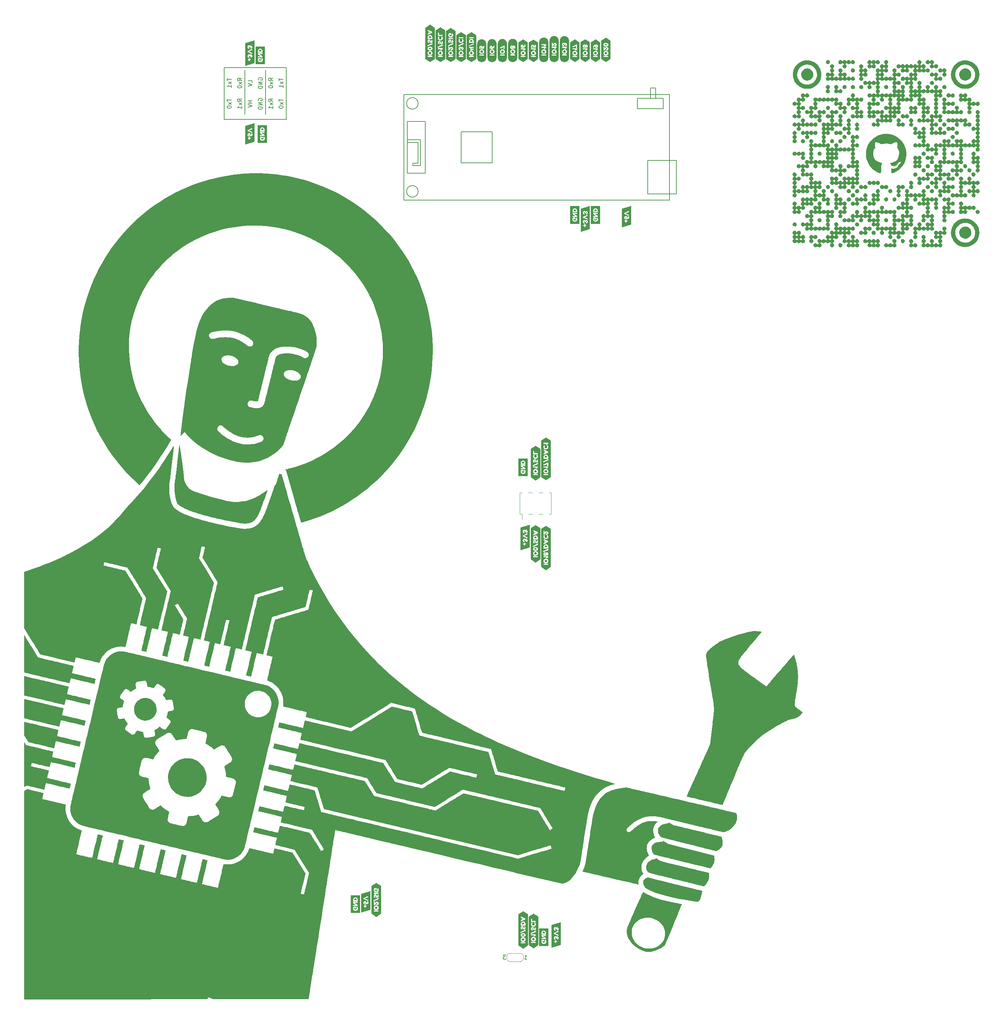
<source format=gbr>
%TF.GenerationSoftware,KiCad,Pcbnew,(6.0.1)*%
%TF.CreationDate,2022-02-23T07:06:02+01:00*%
%TF.ProjectId,ZigerWordClock,5a696765-7257-46f7-9264-436c6f636b2e,1.0*%
%TF.SameCoordinates,Original*%
%TF.FileFunction,Legend,Bot*%
%TF.FilePolarity,Positive*%
%FSLAX46Y46*%
G04 Gerber Fmt 4.6, Leading zero omitted, Abs format (unit mm)*
G04 Created by KiCad (PCBNEW (6.0.1)) date 2022-02-23 07:06:02*
%MOMM*%
%LPD*%
G01*
G04 APERTURE LIST*
%ADD10C,0.200000*%
%ADD11C,0.150000*%
%ADD12C,0.120000*%
G04 APERTURE END LIST*
D10*
X34544000Y-271272000D02*
X65532000Y-271272000D01*
X65532000Y-271272000D02*
X65532000Y-245872000D01*
X65532000Y-245872000D02*
X34544000Y-245872000D01*
X34544000Y-245872000D02*
X34544000Y-271272000D01*
G36*
X34544000Y-271272000D02*
G01*
X65532000Y-271272000D01*
X65532000Y-245872000D01*
X34544000Y-245872000D01*
X34544000Y-271272000D01*
G37*
D11*
%TO.C,U4*%
X95512380Y-50968571D02*
X95036190Y-50635238D01*
X95512380Y-50397142D02*
X94512380Y-50397142D01*
X94512380Y-50778095D01*
X94560000Y-50873333D01*
X94607619Y-50920952D01*
X94702857Y-50968571D01*
X94845714Y-50968571D01*
X94940952Y-50920952D01*
X94988571Y-50873333D01*
X95036190Y-50778095D01*
X95036190Y-50397142D01*
X95512380Y-51301904D02*
X94845714Y-51825714D01*
X94845714Y-51301904D02*
X95512380Y-51825714D01*
X95512380Y-52730476D02*
X95512380Y-52159047D01*
X95512380Y-52444761D02*
X94512380Y-52444761D01*
X94655238Y-52349523D01*
X94750476Y-52254285D01*
X94798095Y-52159047D01*
X92020000Y-50778095D02*
X91972380Y-50682857D01*
X91972380Y-50540000D01*
X92020000Y-50397142D01*
X92115238Y-50301904D01*
X92210476Y-50254285D01*
X92400952Y-50206666D01*
X92543809Y-50206666D01*
X92734285Y-50254285D01*
X92829523Y-50301904D01*
X92924761Y-50397142D01*
X92972380Y-50540000D01*
X92972380Y-50635238D01*
X92924761Y-50778095D01*
X92877142Y-50825714D01*
X92543809Y-50825714D01*
X92543809Y-50635238D01*
X92972380Y-51254285D02*
X91972380Y-51254285D01*
X92972380Y-51825714D01*
X91972380Y-51825714D01*
X92972380Y-52301904D02*
X91972380Y-52301904D01*
X91972380Y-52540000D01*
X92020000Y-52682857D01*
X92115238Y-52778095D01*
X92210476Y-52825714D01*
X92400952Y-52873333D01*
X92543809Y-52873333D01*
X92734285Y-52825714D01*
X92829523Y-52778095D01*
X92924761Y-52682857D01*
X92972380Y-52540000D01*
X92972380Y-52301904D01*
X92020000Y-45698095D02*
X91972380Y-45602857D01*
X91972380Y-45460000D01*
X92020000Y-45317142D01*
X92115238Y-45221904D01*
X92210476Y-45174285D01*
X92400952Y-45126666D01*
X92543809Y-45126666D01*
X92734285Y-45174285D01*
X92829523Y-45221904D01*
X92924761Y-45317142D01*
X92972380Y-45460000D01*
X92972380Y-45555238D01*
X92924761Y-45698095D01*
X92877142Y-45745714D01*
X92543809Y-45745714D01*
X92543809Y-45555238D01*
X92972380Y-46174285D02*
X91972380Y-46174285D01*
X92972380Y-46745714D01*
X91972380Y-46745714D01*
X92972380Y-47221904D02*
X91972380Y-47221904D01*
X91972380Y-47460000D01*
X92020000Y-47602857D01*
X92115238Y-47698095D01*
X92210476Y-47745714D01*
X92400952Y-47793333D01*
X92543809Y-47793333D01*
X92734285Y-47745714D01*
X92829523Y-47698095D01*
X92924761Y-47602857D01*
X92972380Y-47460000D01*
X92972380Y-47221904D01*
X97052380Y-50373333D02*
X97052380Y-50944761D01*
X98052380Y-50659047D02*
X97052380Y-50659047D01*
X98052380Y-51182857D02*
X97385714Y-51706666D01*
X97385714Y-51182857D02*
X98052380Y-51706666D01*
X97052380Y-52278095D02*
X97052380Y-52373333D01*
X97100000Y-52468571D01*
X97147619Y-52516190D01*
X97242857Y-52563809D01*
X97433333Y-52611428D01*
X97671428Y-52611428D01*
X97861904Y-52563809D01*
X97957142Y-52516190D01*
X98004761Y-52468571D01*
X98052380Y-52373333D01*
X98052380Y-52278095D01*
X98004761Y-52182857D01*
X97957142Y-52135238D01*
X97861904Y-52087619D01*
X97671428Y-52040000D01*
X97433333Y-52040000D01*
X97242857Y-52087619D01*
X97147619Y-52135238D01*
X97100000Y-52182857D01*
X97052380Y-52278095D01*
X87892380Y-50968571D02*
X87416190Y-50635238D01*
X87892380Y-50397142D02*
X86892380Y-50397142D01*
X86892380Y-50778095D01*
X86940000Y-50873333D01*
X86987619Y-50920952D01*
X87082857Y-50968571D01*
X87225714Y-50968571D01*
X87320952Y-50920952D01*
X87368571Y-50873333D01*
X87416190Y-50778095D01*
X87416190Y-50397142D01*
X87892380Y-51301904D02*
X87225714Y-51825714D01*
X87225714Y-51301904D02*
X87892380Y-51825714D01*
X87892380Y-52730476D02*
X87892380Y-52159047D01*
X87892380Y-52444761D02*
X86892380Y-52444761D01*
X87035238Y-52349523D01*
X87130476Y-52254285D01*
X87178095Y-52159047D01*
X84352380Y-45293333D02*
X84352380Y-45864761D01*
X85352380Y-45579047D02*
X84352380Y-45579047D01*
X85352380Y-46102857D02*
X84685714Y-46626666D01*
X84685714Y-46102857D02*
X85352380Y-46626666D01*
X85352380Y-47531428D02*
X85352380Y-46960000D01*
X85352380Y-47245714D02*
X84352380Y-47245714D01*
X84495238Y-47150476D01*
X84590476Y-47055238D01*
X84638095Y-46960000D01*
X90432380Y-46340952D02*
X90432380Y-45864761D01*
X89432380Y-45864761D01*
X89432380Y-46531428D02*
X90432380Y-46864761D01*
X89432380Y-47198095D01*
X84352380Y-50373333D02*
X84352380Y-50944761D01*
X85352380Y-50659047D02*
X84352380Y-50659047D01*
X85352380Y-51182857D02*
X84685714Y-51706666D01*
X84685714Y-51182857D02*
X85352380Y-51706666D01*
X84352380Y-52278095D02*
X84352380Y-52373333D01*
X84400000Y-52468571D01*
X84447619Y-52516190D01*
X84542857Y-52563809D01*
X84733333Y-52611428D01*
X84971428Y-52611428D01*
X85161904Y-52563809D01*
X85257142Y-52516190D01*
X85304761Y-52468571D01*
X85352380Y-52373333D01*
X85352380Y-52278095D01*
X85304761Y-52182857D01*
X85257142Y-52135238D01*
X85161904Y-52087619D01*
X84971428Y-52040000D01*
X84733333Y-52040000D01*
X84542857Y-52087619D01*
X84447619Y-52135238D01*
X84400000Y-52182857D01*
X84352380Y-52278095D01*
X90432380Y-50825714D02*
X89432380Y-50825714D01*
X89908571Y-50825714D02*
X89908571Y-51397142D01*
X90432380Y-51397142D02*
X89432380Y-51397142D01*
X89432380Y-51730476D02*
X90432380Y-52063809D01*
X89432380Y-52397142D01*
X97052380Y-45293333D02*
X97052380Y-45864761D01*
X98052380Y-45579047D02*
X97052380Y-45579047D01*
X98052380Y-46102857D02*
X97385714Y-46626666D01*
X97385714Y-46102857D02*
X98052380Y-46626666D01*
X98052380Y-47531428D02*
X98052380Y-46960000D01*
X98052380Y-47245714D02*
X97052380Y-47245714D01*
X97195238Y-47150476D01*
X97290476Y-47055238D01*
X97338095Y-46960000D01*
X87892380Y-45888571D02*
X87416190Y-45555238D01*
X87892380Y-45317142D02*
X86892380Y-45317142D01*
X86892380Y-45698095D01*
X86940000Y-45793333D01*
X86987619Y-45840952D01*
X87082857Y-45888571D01*
X87225714Y-45888571D01*
X87320952Y-45840952D01*
X87368571Y-45793333D01*
X87416190Y-45698095D01*
X87416190Y-45317142D01*
X87892380Y-46221904D02*
X87225714Y-46745714D01*
X87225714Y-46221904D02*
X87892380Y-46745714D01*
X86892380Y-47317142D02*
X86892380Y-47412380D01*
X86940000Y-47507619D01*
X86987619Y-47555238D01*
X87082857Y-47602857D01*
X87273333Y-47650476D01*
X87511428Y-47650476D01*
X87701904Y-47602857D01*
X87797142Y-47555238D01*
X87844761Y-47507619D01*
X87892380Y-47412380D01*
X87892380Y-47317142D01*
X87844761Y-47221904D01*
X87797142Y-47174285D01*
X87701904Y-47126666D01*
X87511428Y-47079047D01*
X87273333Y-47079047D01*
X87082857Y-47126666D01*
X86987619Y-47174285D01*
X86940000Y-47221904D01*
X86892380Y-47317142D01*
X95512380Y-45888571D02*
X95036190Y-45555238D01*
X95512380Y-45317142D02*
X94512380Y-45317142D01*
X94512380Y-45698095D01*
X94560000Y-45793333D01*
X94607619Y-45840952D01*
X94702857Y-45888571D01*
X94845714Y-45888571D01*
X94940952Y-45840952D01*
X94988571Y-45793333D01*
X95036190Y-45698095D01*
X95036190Y-45317142D01*
X95512380Y-46221904D02*
X94845714Y-46745714D01*
X94845714Y-46221904D02*
X95512380Y-46745714D01*
X94512380Y-47317142D02*
X94512380Y-47412380D01*
X94560000Y-47507619D01*
X94607619Y-47555238D01*
X94702857Y-47602857D01*
X94893333Y-47650476D01*
X95131428Y-47650476D01*
X95321904Y-47602857D01*
X95417142Y-47555238D01*
X95464761Y-47507619D01*
X95512380Y-47412380D01*
X95512380Y-47317142D01*
X95464761Y-47221904D01*
X95417142Y-47174285D01*
X95321904Y-47126666D01*
X95131428Y-47079047D01*
X94893333Y-47079047D01*
X94702857Y-47126666D01*
X94607619Y-47174285D01*
X94560000Y-47221904D01*
X94512380Y-47317142D01*
%TO.C,JP1*%
X152733333Y-260452380D02*
X152114285Y-260452380D01*
X152447619Y-260833333D01*
X152304761Y-260833333D01*
X152209523Y-260880952D01*
X152161904Y-260928571D01*
X152114285Y-261023809D01*
X152114285Y-261261904D01*
X152161904Y-261357142D01*
X152209523Y-261404761D01*
X152304761Y-261452380D01*
X152590476Y-261452380D01*
X152685714Y-261404761D01*
X152733333Y-261357142D01*
X157314285Y-261452380D02*
X157885714Y-261452380D01*
X157600000Y-261452380D02*
X157600000Y-260452380D01*
X157695238Y-260595238D01*
X157790476Y-260690476D01*
X157885714Y-260738095D01*
%TO.C,J2*%
X77295333Y-248069380D02*
X77295333Y-248783666D01*
X77342952Y-248926523D01*
X77438190Y-249021761D01*
X77581047Y-249069380D01*
X77676285Y-249069380D01*
X76866761Y-248164619D02*
X76819142Y-248117000D01*
X76723904Y-248069380D01*
X76485809Y-248069380D01*
X76390571Y-248117000D01*
X76342952Y-248164619D01*
X76295333Y-248259857D01*
X76295333Y-248355095D01*
X76342952Y-248497952D01*
X76914380Y-249069380D01*
X76295333Y-249069380D01*
%TO.C,kibuzzard-620DEC17*%
G36*
X174837990Y-38808334D02*
G01*
X174915248Y-38838761D01*
X174979806Y-38889473D01*
X175045291Y-38986112D01*
X175067119Y-39093467D01*
X175045092Y-39200623D01*
X174979013Y-39296667D01*
X174914366Y-39346937D01*
X174837901Y-39377100D01*
X174749619Y-39387154D01*
X174661336Y-39377012D01*
X174584872Y-39346585D01*
X174520225Y-39295873D01*
X174454145Y-39199234D01*
X174432119Y-39091879D01*
X174453550Y-38984723D01*
X174517844Y-38888679D01*
X174581520Y-38838408D01*
X174658249Y-38808246D01*
X174748031Y-38798192D01*
X174837990Y-38808334D01*
G37*
G36*
X175020288Y-37274985D02*
G01*
X175056006Y-37291654D01*
X175092519Y-37393254D01*
X175065928Y-37484932D01*
X174986156Y-37515491D01*
X174917894Y-37487710D01*
X174886144Y-37398016D01*
X174915513Y-37303560D01*
X174974250Y-37271016D01*
X175020288Y-37274985D01*
G37*
G36*
X174752000Y-41307279D02*
G01*
X173638501Y-40564947D01*
X173638501Y-39912617D01*
X174170181Y-39912617D01*
X174185262Y-40000723D01*
X174230506Y-40042792D01*
X174311469Y-40052317D01*
X175194119Y-40052317D01*
X175248888Y-40049935D01*
X175290956Y-40034854D01*
X175323103Y-39992785D01*
X175333819Y-39911029D01*
X175319134Y-39822526D01*
X175275081Y-39779267D01*
X175192531Y-39771329D01*
X174309881Y-39771329D01*
X174254319Y-39773710D01*
X174213044Y-39788792D01*
X174180897Y-39830860D01*
X174170181Y-39912617D01*
X173638501Y-39912617D01*
X173638501Y-39088704D01*
X174151131Y-39088704D01*
X174162045Y-39204840D01*
X174194787Y-39311946D01*
X174249358Y-39410024D01*
X174325756Y-39499073D01*
X174417236Y-39573040D01*
X174517050Y-39625874D01*
X174625198Y-39657575D01*
X174741681Y-39668142D01*
X174869277Y-39656235D01*
X174988538Y-39620517D01*
X175094305Y-39564954D01*
X175181419Y-39493517D01*
X175250872Y-39408188D01*
X175303656Y-39310954D01*
X175336994Y-39206179D01*
X175348106Y-39098229D01*
X175337490Y-38984624D01*
X175305641Y-38878757D01*
X175252559Y-38780630D01*
X175178244Y-38690242D01*
X175088203Y-38614538D01*
X174987942Y-38560463D01*
X174877462Y-38528019D01*
X174756763Y-38517204D01*
X174635616Y-38527523D01*
X174523797Y-38558479D01*
X174421304Y-38610073D01*
X174328137Y-38682304D01*
X174250697Y-38769616D01*
X174195383Y-38866454D01*
X174162194Y-38972817D01*
X174151131Y-39088704D01*
X173638501Y-39088704D01*
X173638501Y-38036191D01*
X174167006Y-38036191D01*
X174177325Y-38115963D01*
X174208281Y-38158429D01*
X174251938Y-38173510D01*
X174309881Y-38175891D01*
X174876619Y-38175891D01*
X174857569Y-38196529D01*
X174808356Y-38307654D01*
X174863919Y-38403698D01*
X174962344Y-38453704D01*
X175056006Y-38396554D01*
X175290956Y-38136204D01*
X175294131Y-38131441D01*
X175335406Y-38041748D01*
X175327469Y-37966341D01*
X175309213Y-37925066D01*
X175275081Y-37902841D01*
X175190944Y-37894904D01*
X174306706Y-37894904D01*
X174251938Y-37897285D01*
X174209869Y-37912366D01*
X174177722Y-37954435D01*
X174167006Y-38036191D01*
X173638501Y-38036191D01*
X173638501Y-37631379D01*
X174168594Y-37631379D01*
X174184469Y-37717104D01*
X174229316Y-37750441D01*
X174309881Y-37761554D01*
X174397987Y-37746473D01*
X174440056Y-37701229D01*
X174449581Y-37609154D01*
X174471806Y-37482948D01*
X174525781Y-37388491D01*
X174587694Y-37332532D01*
X174643256Y-37301179D01*
X174665481Y-37293241D01*
X174638494Y-37412304D01*
X174650047Y-37511170D01*
X174684708Y-37600335D01*
X174742475Y-37679798D01*
X174814706Y-37741975D01*
X174892758Y-37779281D01*
X174976631Y-37791716D01*
X175077702Y-37779016D01*
X175167131Y-37740916D01*
X175244919Y-37677416D01*
X175304891Y-37595748D01*
X175340874Y-37503144D01*
X175352869Y-37399604D01*
X175338140Y-37272428D01*
X175293955Y-37168182D01*
X175220313Y-37086866D01*
X175123387Y-37028658D01*
X175009351Y-36993733D01*
X174878206Y-36982091D01*
X174760922Y-36988949D01*
X174651638Y-37009523D01*
X174550356Y-37043813D01*
X174457074Y-37091819D01*
X174371794Y-37153541D01*
X174298642Y-37227138D01*
X174241746Y-37310767D01*
X174201106Y-37404430D01*
X174176722Y-37508125D01*
X174168594Y-37621854D01*
X174168594Y-37631379D01*
X173638501Y-37631379D01*
X173638501Y-36469461D01*
X174752000Y-35727129D01*
X175865499Y-36469461D01*
X175865499Y-40564947D01*
X174752000Y-41307279D01*
G37*
%TO.C,kibuzzard-620DED33*%
G36*
X154739181Y-37561043D02*
G01*
X154766963Y-37641212D01*
X154739975Y-37719793D01*
X154680444Y-37745193D01*
X154619325Y-37717412D01*
X154590750Y-37638037D01*
X154619325Y-37560249D01*
X154679650Y-37534056D01*
X154739181Y-37561043D01*
G37*
G36*
X154297062Y-37534849D02*
G01*
X154335162Y-37639624D01*
X154297856Y-37745193D01*
X154216100Y-37781706D01*
X154133550Y-37745193D01*
X154095450Y-37638831D01*
X154133550Y-37534056D01*
X154215306Y-37499131D01*
X154297062Y-37534849D01*
G37*
G36*
X154517196Y-38433198D02*
G01*
X154594454Y-38463625D01*
X154659013Y-38514337D01*
X154724497Y-38610976D01*
X154746325Y-38718331D01*
X154724298Y-38825487D01*
X154658219Y-38921531D01*
X154593572Y-38971802D01*
X154517108Y-39001964D01*
X154428825Y-39012018D01*
X154340542Y-39001876D01*
X154264078Y-38971449D01*
X154199431Y-38920737D01*
X154133352Y-38824098D01*
X154111325Y-38716743D01*
X154132756Y-38609587D01*
X154197050Y-38513543D01*
X154260726Y-38463272D01*
X154337456Y-38433110D01*
X154427237Y-38423056D01*
X154517196Y-38433198D01*
G37*
G36*
X155544087Y-40299342D02*
G01*
X155527996Y-40407818D01*
X155501350Y-40514195D01*
X155464406Y-40617447D01*
X155417519Y-40716582D01*
X155361140Y-40810643D01*
X155295814Y-40898725D01*
X155222169Y-40979980D01*
X155140914Y-41053625D01*
X155052832Y-41118951D01*
X154958771Y-41175329D01*
X154859636Y-41222216D01*
X154756384Y-41259161D01*
X154650007Y-41285807D01*
X154541531Y-41301898D01*
X154432000Y-41307279D01*
X154322469Y-41301898D01*
X154213993Y-41285807D01*
X154107616Y-41259161D01*
X154004364Y-41222216D01*
X153905229Y-41175329D01*
X153811168Y-41118951D01*
X153723086Y-41053625D01*
X153641831Y-40979980D01*
X153568186Y-40898725D01*
X153502860Y-40810643D01*
X153446481Y-40716582D01*
X153399594Y-40617447D01*
X153362650Y-40514195D01*
X153336004Y-40407818D01*
X153319913Y-40299342D01*
X153314532Y-40189811D01*
X153314532Y-39537481D01*
X153849387Y-39537481D01*
X153864469Y-39625587D01*
X153909712Y-39667656D01*
X153990675Y-39677181D01*
X154873325Y-39677181D01*
X154928094Y-39674799D01*
X154970163Y-39659718D01*
X155002309Y-39617649D01*
X155013025Y-39535893D01*
X154998341Y-39447390D01*
X154954288Y-39404131D01*
X154871738Y-39396193D01*
X153989087Y-39396193D01*
X153933525Y-39398574D01*
X153892250Y-39413656D01*
X153860103Y-39455724D01*
X153849387Y-39537481D01*
X153314532Y-39537481D01*
X153314532Y-38713568D01*
X153830337Y-38713568D01*
X153841252Y-38829704D01*
X153873994Y-38936810D01*
X153928564Y-39034888D01*
X154004962Y-39123937D01*
X154096442Y-39197905D01*
X154196256Y-39250739D01*
X154304405Y-39282439D01*
X154420887Y-39293006D01*
X154548483Y-39281099D01*
X154667744Y-39245381D01*
X154773511Y-39189818D01*
X154860625Y-39118381D01*
X154930078Y-39033053D01*
X154982863Y-38935818D01*
X155016200Y-38831043D01*
X155027313Y-38723093D01*
X155016696Y-38609488D01*
X154984847Y-38503621D01*
X154931765Y-38405494D01*
X154857450Y-38315106D01*
X154767409Y-38239402D01*
X154667148Y-38185328D01*
X154556668Y-38152883D01*
X154435969Y-38142068D01*
X154314823Y-38152387D01*
X154203003Y-38183343D01*
X154100510Y-38234937D01*
X154007344Y-38307168D01*
X153929904Y-38394481D01*
X153874589Y-38491318D01*
X153841400Y-38597681D01*
X153830337Y-38713568D01*
X153314532Y-38713568D01*
X153314532Y-37640418D01*
X153827162Y-37640418D01*
X153839157Y-37745634D01*
X153875140Y-37843265D01*
X153935112Y-37933312D01*
X154015017Y-38005190D01*
X154110796Y-38048318D01*
X154222450Y-38062693D01*
X154288133Y-38054557D01*
X154351831Y-38030149D01*
X154443113Y-37965856D01*
X154473275Y-37932518D01*
X154498675Y-37959506D01*
X154567731Y-38001574D01*
X154678063Y-38027768D01*
X154775782Y-38014715D01*
X154861507Y-37975557D01*
X154935238Y-37910293D01*
X154991682Y-37827743D01*
X155025549Y-37736727D01*
X155036838Y-37637243D01*
X155025372Y-37538113D01*
X154990976Y-37448154D01*
X154933650Y-37367368D01*
X154858508Y-37303868D01*
X154770667Y-37265768D01*
X154670125Y-37253068D01*
X154573288Y-37276087D01*
X154498675Y-37322918D01*
X154473275Y-37346731D01*
X154440731Y-37311012D01*
X154354212Y-37253862D01*
X154288728Y-37227073D01*
X154222450Y-37218143D01*
X154111590Y-37232519D01*
X154016075Y-37275646D01*
X153935906Y-37347524D01*
X153875493Y-37437571D01*
X153839245Y-37535202D01*
X153827162Y-37640418D01*
X153314532Y-37640418D01*
X153314532Y-36705513D01*
X153319913Y-36595982D01*
X153336004Y-36487506D01*
X153362650Y-36381129D01*
X153399594Y-36277877D01*
X153446481Y-36178742D01*
X153502860Y-36084681D01*
X153568186Y-35996599D01*
X153641831Y-35915344D01*
X153723086Y-35841699D01*
X153811168Y-35776373D01*
X153905229Y-35719995D01*
X154004364Y-35673108D01*
X154107616Y-35636163D01*
X154213993Y-35609517D01*
X154322469Y-35593426D01*
X154432000Y-35588045D01*
X154541531Y-35593426D01*
X154650007Y-35609517D01*
X154756384Y-35636163D01*
X154859636Y-35673108D01*
X154958771Y-35719995D01*
X155052832Y-35776373D01*
X155140914Y-35841699D01*
X155222169Y-35915344D01*
X155295814Y-35996599D01*
X155361140Y-36084681D01*
X155417519Y-36178742D01*
X155464406Y-36277877D01*
X155501350Y-36381129D01*
X155527996Y-36487506D01*
X155544087Y-36595982D01*
X155549468Y-36705513D01*
X155549468Y-40189811D01*
X155544087Y-40299342D01*
G37*
%TO.C,kibuzzard-620DED0B*%
G36*
X149187694Y-37564218D02*
G01*
X149219444Y-37653118D01*
X149190075Y-37746781D01*
X149130544Y-37779325D01*
X149084506Y-37775356D01*
X149049581Y-37760275D01*
X149013069Y-37658675D01*
X149039659Y-37566997D01*
X149119431Y-37536437D01*
X149187694Y-37564218D01*
G37*
G36*
X150458557Y-40304354D02*
G01*
X150442546Y-40412291D01*
X150416033Y-40518138D01*
X150379272Y-40620878D01*
X150332618Y-40719519D01*
X150276521Y-40813112D01*
X150211519Y-40900757D01*
X150138240Y-40981608D01*
X150057389Y-41054887D01*
X149969745Y-41119888D01*
X149876151Y-41175986D01*
X149777510Y-41222640D01*
X149674771Y-41259400D01*
X149568923Y-41285914D01*
X149460986Y-41301925D01*
X149352000Y-41307279D01*
X149243014Y-41301925D01*
X149135077Y-41285914D01*
X149029229Y-41259400D01*
X148926490Y-41222640D01*
X148827849Y-41175986D01*
X148734255Y-41119888D01*
X148646611Y-41054887D01*
X148565760Y-40981608D01*
X148492481Y-40900757D01*
X148427479Y-40813112D01*
X148371382Y-40719519D01*
X148324728Y-40620878D01*
X148287967Y-40518138D01*
X148261454Y-40412291D01*
X148245443Y-40304354D01*
X148240089Y-40195367D01*
X148240089Y-39543037D01*
X148773356Y-39543037D01*
X148788437Y-39631144D01*
X148833681Y-39673212D01*
X148914644Y-39682737D01*
X149797294Y-39682737D01*
X149852062Y-39680356D01*
X149894131Y-39665275D01*
X149926278Y-39623206D01*
X149936994Y-39541450D01*
X149922309Y-39452947D01*
X149878256Y-39409687D01*
X149795706Y-39401750D01*
X148913056Y-39401750D01*
X148857494Y-39404131D01*
X148816219Y-39419212D01*
X148784072Y-39461281D01*
X148773356Y-39543037D01*
X148240089Y-39543037D01*
X148240089Y-38719125D01*
X148754306Y-38719125D01*
X148765220Y-38835260D01*
X148797962Y-38942367D01*
X148852533Y-39040445D01*
X148928931Y-39129494D01*
X149020411Y-39203461D01*
X149120225Y-39256295D01*
X149228373Y-39287995D01*
X149344856Y-39298562D01*
X149472452Y-39286656D01*
X149591713Y-39250937D01*
X149697480Y-39195375D01*
X149784594Y-39123937D01*
X149854047Y-39038609D01*
X149906831Y-38941375D01*
X149940169Y-38836600D01*
X149951281Y-38728650D01*
X149940665Y-38615044D01*
X149908816Y-38509178D01*
X149855734Y-38411051D01*
X149781419Y-38320662D01*
X149691378Y-38244958D01*
X149591117Y-38190884D01*
X149480637Y-38158440D01*
X149359938Y-38147625D01*
X149238791Y-38157943D01*
X149126972Y-38188900D01*
X149024479Y-38240493D01*
X148931312Y-38312725D01*
X148853872Y-38400037D01*
X148798558Y-38496875D01*
X148765369Y-38603237D01*
X148754306Y-38719125D01*
X148240089Y-38719125D01*
X148240089Y-37652325D01*
X148752719Y-37652325D01*
X148767447Y-37778619D01*
X148811633Y-37882336D01*
X148885275Y-37963475D01*
X148982201Y-38021683D01*
X149096236Y-38056608D01*
X149227381Y-38068250D01*
X149344666Y-38061360D01*
X149453949Y-38040691D01*
X149555232Y-38006242D01*
X149648513Y-37958014D01*
X149733794Y-37896006D01*
X149806946Y-37822060D01*
X149863842Y-37738018D01*
X149904482Y-37643879D01*
X149928866Y-37539644D01*
X149936994Y-37425312D01*
X149921913Y-37337206D01*
X149876669Y-37299900D01*
X149800469Y-37290375D01*
X149727444Y-37298312D01*
X149686169Y-37317362D01*
X149665531Y-37349112D01*
X149656006Y-37441187D01*
X149633781Y-37567393D01*
X149579806Y-37663437D01*
X149517894Y-37719793D01*
X149462331Y-37749162D01*
X149440106Y-37757100D01*
X149467094Y-37639625D01*
X149455540Y-37539877D01*
X149420880Y-37450183D01*
X149363113Y-37370543D01*
X149290881Y-37308366D01*
X149212829Y-37271060D01*
X149128956Y-37258625D01*
X149027885Y-37271413D01*
X148938456Y-37309778D01*
X148860669Y-37373718D01*
X148800697Y-37455828D01*
X148764713Y-37548696D01*
X148752719Y-37652325D01*
X148240089Y-37652325D01*
X148240089Y-36745995D01*
X148245443Y-36637008D01*
X148261454Y-36529071D01*
X148287967Y-36423224D01*
X148324728Y-36320484D01*
X148371382Y-36221843D01*
X148427479Y-36128250D01*
X148492481Y-36040605D01*
X148565760Y-35959754D01*
X148646611Y-35886475D01*
X148734255Y-35821474D01*
X148827849Y-35765376D01*
X148926490Y-35718722D01*
X149029229Y-35681962D01*
X149135077Y-35655448D01*
X149243014Y-35639437D01*
X149352000Y-35634083D01*
X149460986Y-35639437D01*
X149568923Y-35655448D01*
X149674771Y-35681962D01*
X149777510Y-35718722D01*
X149876151Y-35765376D01*
X149969745Y-35821474D01*
X150057389Y-35886475D01*
X150138240Y-35959754D01*
X150211519Y-36040605D01*
X150276521Y-36128250D01*
X150332618Y-36221843D01*
X150379272Y-36320484D01*
X150416033Y-36423224D01*
X150442546Y-36529071D01*
X150458557Y-36637008D01*
X150463911Y-36745995D01*
X150463911Y-40195367D01*
X150458557Y-40304354D01*
G37*
G36*
X149441165Y-38438755D02*
G01*
X149518423Y-38469182D01*
X149582981Y-38519894D01*
X149648466Y-38616533D01*
X149670294Y-38723887D01*
X149648267Y-38831044D01*
X149582188Y-38927087D01*
X149517541Y-38977358D01*
X149441076Y-39007521D01*
X149352794Y-39017575D01*
X149264511Y-39007432D01*
X149188047Y-38977005D01*
X149123400Y-38926294D01*
X149057320Y-38829654D01*
X149035294Y-38722300D01*
X149056725Y-38615144D01*
X149121019Y-38519100D01*
X149184695Y-38468829D01*
X149261424Y-38438666D01*
X149351206Y-38428612D01*
X149441165Y-38438755D01*
G37*
%TO.C,kibuzzard-620DF0B9*%
G36*
X92570895Y-38270061D02*
G01*
X92667931Y-38337331D01*
X92732820Y-38434764D01*
X92754450Y-38547675D01*
X92754450Y-38700075D01*
X92154375Y-38700075D01*
X92154375Y-38546087D01*
X92175608Y-38437344D01*
X92239306Y-38339712D01*
X92335152Y-38270656D01*
X92452825Y-38247637D01*
X92570895Y-38270061D01*
G37*
G36*
X91343295Y-41793980D02*
G01*
X91343295Y-40695563D01*
X91855925Y-40695563D01*
X91867087Y-40809962D01*
X91900573Y-40916622D01*
X91956384Y-41015543D01*
X92034519Y-41106725D01*
X92128429Y-41183123D01*
X92231567Y-41237694D01*
X92343932Y-41270436D01*
X92465525Y-41281350D01*
X92586522Y-41270238D01*
X92697102Y-41236900D01*
X92797263Y-41181338D01*
X92887006Y-41103550D01*
X92960974Y-41010681D01*
X93013808Y-40909875D01*
X93045508Y-40801131D01*
X93056075Y-40684450D01*
X93042317Y-40561860D01*
X93001042Y-40443856D01*
X92932250Y-40330438D01*
X92861606Y-40287575D01*
X92771913Y-40324088D01*
X92708809Y-40383222D01*
X92687775Y-40436800D01*
X92731431Y-40533638D01*
X92764173Y-40606663D01*
X92775088Y-40692388D01*
X92753855Y-40806291D01*
X92690156Y-40906700D01*
X92592128Y-40976947D01*
X92467906Y-41000363D01*
X92380947Y-40989779D01*
X92303159Y-40958029D01*
X92234544Y-40905113D01*
X92162511Y-40803513D01*
X92138500Y-40689213D01*
X92145644Y-40606266D01*
X92167075Y-40532050D01*
X92340112Y-40532050D01*
X92340112Y-40657463D01*
X92352812Y-40727313D01*
X92390119Y-40754300D01*
X92456794Y-40760650D01*
X92524263Y-40753506D01*
X92559188Y-40727313D01*
X92573475Y-40651113D01*
X92573475Y-40371713D01*
X92529025Y-40266938D01*
X92440125Y-40251063D01*
X92090875Y-40251063D01*
X91994037Y-40295513D01*
X91933613Y-40370522D01*
X91890453Y-40462200D01*
X91864557Y-40570547D01*
X91855925Y-40695563D01*
X91343295Y-40695563D01*
X91343295Y-39985950D01*
X91871800Y-39985950D01*
X91882516Y-40065325D01*
X91914662Y-40106600D01*
X91957525Y-40121681D01*
X92013087Y-40124062D01*
X92898913Y-40124062D01*
X92987019Y-40108981D01*
X93024325Y-40063738D01*
X93033850Y-39985950D01*
X93025119Y-39910544D01*
X93005275Y-39871650D01*
X92964000Y-39835138D01*
X92820728Y-39729657D01*
X92694654Y-39636524D01*
X92585778Y-39555737D01*
X92494100Y-39487299D01*
X92419620Y-39431207D01*
X92362337Y-39387462D01*
X92898913Y-39387462D01*
X92987019Y-39372381D01*
X93024325Y-39327137D01*
X93033850Y-39251731D01*
X93025913Y-39178706D01*
X93006863Y-39137431D01*
X92973525Y-39117587D01*
X92892563Y-39108062D01*
X92011500Y-39108062D01*
X91955938Y-39110444D01*
X91914662Y-39125525D01*
X91882516Y-39167594D01*
X91871800Y-39249350D01*
X91881325Y-39335075D01*
X91911487Y-39374762D01*
X92061065Y-39487034D01*
X92192299Y-39585724D01*
X92305187Y-39670831D01*
X92399732Y-39742357D01*
X92475932Y-39800301D01*
X92533788Y-39844663D01*
X92011500Y-39844663D01*
X91955938Y-39847044D01*
X91914662Y-39862125D01*
X91882516Y-39904194D01*
X91871800Y-39985950D01*
X91343295Y-39985950D01*
X91343295Y-38841362D01*
X91873387Y-38841362D01*
X91883309Y-38919944D01*
X91913075Y-38962012D01*
X92014675Y-38981062D01*
X92897325Y-38981062D01*
X92952888Y-38978681D01*
X92994163Y-38963600D01*
X93026309Y-38921531D01*
X93037025Y-38839775D01*
X93035438Y-38546087D01*
X93025069Y-38434466D01*
X92993964Y-38329791D01*
X92942122Y-38232060D01*
X92869544Y-38141275D01*
X92781834Y-38064877D01*
X92684600Y-38010306D01*
X92577841Y-37977564D01*
X92461556Y-37966650D01*
X92344825Y-37977316D01*
X92236727Y-38009314D01*
X92137260Y-38062644D01*
X92046425Y-38137306D01*
X91970721Y-38227149D01*
X91916647Y-38326020D01*
X91884202Y-38433921D01*
X91873387Y-38550850D01*
X91873387Y-38841362D01*
X91343295Y-38841362D01*
X91343295Y-37454020D01*
X93568705Y-37454020D01*
X93568705Y-41793980D01*
X91343295Y-41793980D01*
G37*
%TO.C,kibuzzard-620DECE9*%
G36*
X146901958Y-38437961D02*
G01*
X146979217Y-38468388D01*
X147043775Y-38519100D01*
X147109259Y-38615739D01*
X147131088Y-38723094D01*
X147109061Y-38830250D01*
X147042981Y-38926294D01*
X146978335Y-38976565D01*
X146901870Y-39006727D01*
X146813588Y-39016781D01*
X146725305Y-39006639D01*
X146648840Y-38976212D01*
X146584194Y-38925500D01*
X146518114Y-38828861D01*
X146496087Y-38721506D01*
X146517519Y-38614350D01*
X146581812Y-38518306D01*
X146645489Y-38468035D01*
X146722218Y-38437873D01*
X146812000Y-38427819D01*
X146901958Y-38437961D01*
G37*
G36*
X147919347Y-40303638D02*
G01*
X147903325Y-40411652D01*
X147876792Y-40517575D01*
X147840006Y-40620388D01*
X147793318Y-40719100D01*
X147737181Y-40812760D01*
X147672133Y-40900467D01*
X147598801Y-40981375D01*
X147517893Y-41054707D01*
X147430186Y-41119755D01*
X147336526Y-41175892D01*
X147237814Y-41222580D01*
X147135001Y-41259366D01*
X147029078Y-41285899D01*
X146921064Y-41301921D01*
X146812000Y-41307279D01*
X146702936Y-41301921D01*
X146594922Y-41285899D01*
X146488999Y-41259366D01*
X146386186Y-41222580D01*
X146287474Y-41175892D01*
X146193814Y-41119755D01*
X146106107Y-41054707D01*
X146025199Y-40981375D01*
X145951867Y-40900467D01*
X145886819Y-40812760D01*
X145830682Y-40719100D01*
X145783994Y-40620388D01*
X145747208Y-40517575D01*
X145720675Y-40411652D01*
X145704653Y-40303638D01*
X145699295Y-40194574D01*
X145699295Y-39542244D01*
X146234150Y-39542244D01*
X146249231Y-39630350D01*
X146294475Y-39672419D01*
X146375437Y-39681944D01*
X147258088Y-39681944D01*
X147312856Y-39679563D01*
X147354925Y-39664481D01*
X147387072Y-39622413D01*
X147397788Y-39540656D01*
X147383103Y-39452153D01*
X147339050Y-39408894D01*
X147256500Y-39400956D01*
X146373850Y-39400956D01*
X146318287Y-39403338D01*
X146277012Y-39418419D01*
X146244866Y-39460488D01*
X146234150Y-39542244D01*
X145699295Y-39542244D01*
X145699295Y-38718331D01*
X146215100Y-38718331D01*
X146226014Y-38834467D01*
X146258756Y-38941573D01*
X146313327Y-39039651D01*
X146389725Y-39128700D01*
X146481205Y-39202668D01*
X146581019Y-39255502D01*
X146689167Y-39287202D01*
X146805650Y-39297769D01*
X146933245Y-39285863D01*
X147052506Y-39250144D01*
X147158273Y-39194581D01*
X147245388Y-39123144D01*
X147314841Y-39037816D01*
X147367625Y-38940581D01*
X147400963Y-38835806D01*
X147412075Y-38727856D01*
X147401459Y-38614251D01*
X147369609Y-38508384D01*
X147316527Y-38410257D01*
X147242213Y-38319869D01*
X147152171Y-38244165D01*
X147051911Y-38190091D01*
X146941431Y-38157646D01*
X146820731Y-38146831D01*
X146699585Y-38157150D01*
X146587766Y-38188106D01*
X146485273Y-38239700D01*
X146392106Y-38311931D01*
X146314666Y-38399244D01*
X146259352Y-38496081D01*
X146226163Y-38602444D01*
X146215100Y-38718331D01*
X145699295Y-38718331D01*
X145699295Y-37703919D01*
X146211925Y-37703919D01*
X146220215Y-37799169D01*
X146245086Y-37888069D01*
X146286537Y-37970619D01*
X146316700Y-38010306D01*
X146327812Y-38023006D01*
X146423062Y-38083331D01*
X146526250Y-38024594D01*
X146578637Y-37932519D01*
X146527837Y-37826156D01*
X146494500Y-37726938D01*
X146524662Y-37622163D01*
X146608006Y-37588031D01*
X146692144Y-37625338D01*
X146723100Y-37710269D01*
X146694525Y-37786469D01*
X146658012Y-37872988D01*
X146688175Y-37973000D01*
X146736594Y-38046819D01*
X146775487Y-38064281D01*
X146849703Y-38056344D01*
X147031075Y-38032531D01*
X147209669Y-38008322D01*
X147275550Y-37999194D01*
X147308888Y-37988081D01*
X147351750Y-37965063D01*
X147385881Y-37923788D01*
X147400963Y-37859494D01*
X147399375Y-37618194D01*
X147399375Y-37468969D01*
X147396994Y-37413406D01*
X147381913Y-37372131D01*
X147339050Y-37339984D01*
X147254913Y-37329269D01*
X147178316Y-37339191D01*
X147139025Y-37368956D01*
X147123944Y-37407850D01*
X147121563Y-37459444D01*
X147121563Y-37737256D01*
X147000913Y-37753131D01*
X147004088Y-37697569D01*
X146991476Y-37600378D01*
X146953640Y-37509891D01*
X146890581Y-37426106D01*
X146809266Y-37359078D01*
X146716662Y-37318862D01*
X146612769Y-37305456D01*
X146508347Y-37318156D01*
X146414155Y-37356256D01*
X146330194Y-37419756D01*
X146264489Y-37502130D01*
X146225066Y-37596851D01*
X146211925Y-37703919D01*
X145699295Y-37703919D01*
X145699295Y-36792826D01*
X145704653Y-36683762D01*
X145720675Y-36575748D01*
X145747208Y-36469825D01*
X145783994Y-36367012D01*
X145830682Y-36268300D01*
X145886819Y-36174640D01*
X145951867Y-36086933D01*
X146025199Y-36006025D01*
X146106107Y-35932693D01*
X146193814Y-35867645D01*
X146287474Y-35811508D01*
X146386186Y-35764820D01*
X146488999Y-35728034D01*
X146594922Y-35701501D01*
X146702936Y-35685479D01*
X146812000Y-35680121D01*
X146921064Y-35685479D01*
X147029078Y-35701501D01*
X147135001Y-35728034D01*
X147237814Y-35764820D01*
X147336526Y-35811508D01*
X147430186Y-35867645D01*
X147517893Y-35932693D01*
X147598801Y-36006025D01*
X147672133Y-36086933D01*
X147737181Y-36174640D01*
X147793318Y-36268300D01*
X147840006Y-36367012D01*
X147876792Y-36469825D01*
X147903325Y-36575748D01*
X147919347Y-36683762D01*
X147924705Y-36792826D01*
X147924705Y-40194574D01*
X147919347Y-40303638D01*
G37*
%TO.C,kibuzzard-620DEA86*%
G36*
X141732000Y-41307279D02*
G01*
X140554207Y-40522084D01*
X140554207Y-39869754D01*
X141155737Y-39869754D01*
X141170819Y-39957860D01*
X141216062Y-39999929D01*
X141297025Y-40009454D01*
X142179675Y-40009454D01*
X142234444Y-40007072D01*
X142276513Y-39991991D01*
X142308659Y-39949922D01*
X142319375Y-39868166D01*
X142304691Y-39779663D01*
X142260638Y-39736404D01*
X142178088Y-39728466D01*
X141295437Y-39728466D01*
X141239875Y-39730847D01*
X141198600Y-39745929D01*
X141166453Y-39787997D01*
X141155737Y-39869754D01*
X140554207Y-39869754D01*
X140554207Y-39045841D01*
X141136687Y-39045841D01*
X141147602Y-39161977D01*
X141180344Y-39269083D01*
X141234914Y-39367161D01*
X141311312Y-39456210D01*
X141402792Y-39530177D01*
X141502606Y-39583011D01*
X141610755Y-39614712D01*
X141727237Y-39625278D01*
X141854833Y-39613372D01*
X141974094Y-39577654D01*
X142079861Y-39522091D01*
X142166975Y-39450654D01*
X142236428Y-39365325D01*
X142289213Y-39268091D01*
X142322550Y-39163316D01*
X142333663Y-39055366D01*
X142323046Y-38941761D01*
X142291197Y-38835894D01*
X142238115Y-38737767D01*
X142163800Y-38647379D01*
X142073759Y-38571675D01*
X141973498Y-38517600D01*
X141863018Y-38485156D01*
X141742319Y-38474341D01*
X141621173Y-38484660D01*
X141509353Y-38515616D01*
X141406860Y-38567210D01*
X141313694Y-38639441D01*
X141236254Y-38726754D01*
X141180939Y-38823591D01*
X141147750Y-38929954D01*
X141136687Y-39045841D01*
X140554207Y-39045841D01*
X140554207Y-37955229D01*
X141135100Y-37955229D01*
X141147447Y-38075173D01*
X141184489Y-38181006D01*
X141246225Y-38272729D01*
X141295834Y-38317575D01*
X141358937Y-38356866D01*
X141400212Y-38374329D01*
X141416087Y-38377504D01*
X141501812Y-38394966D01*
X141570869Y-38356072D01*
X141593887Y-38239391D01*
X141578012Y-38155254D01*
X141495462Y-38107629D01*
X141419262Y-38020316D01*
X141409737Y-37953641D01*
X141418270Y-37880616D01*
X141443869Y-37829816D01*
X141520862Y-37790129D01*
X141596269Y-37829022D01*
X141628812Y-37921097D01*
X141631987Y-37993329D01*
X141647862Y-38034604D01*
X141688741Y-38066750D01*
X141770100Y-38077466D01*
X141858603Y-38062782D01*
X141901863Y-38018729D01*
X141909800Y-37936179D01*
X141925278Y-37845691D01*
X141971713Y-37815529D01*
X142035213Y-37847279D01*
X142065375Y-37935385D01*
X142046325Y-38025079D01*
X142008225Y-38066354D01*
X141989175Y-38075879D01*
X141929644Y-38120329D01*
X141909800Y-38180654D01*
X141938375Y-38267966D01*
X141987984Y-38327497D01*
X142044738Y-38347341D01*
X142152688Y-38310829D01*
X142202694Y-38275904D01*
X142265400Y-38210022D01*
X142314613Y-38105247D01*
X142331281Y-38034008D01*
X142336838Y-37955229D01*
X142324490Y-37834226D01*
X142287449Y-37731567D01*
X142225713Y-37647254D01*
X142148542Y-37584635D01*
X142065199Y-37547065D01*
X141975681Y-37534541D01*
X141891632Y-37548299D01*
X141824692Y-37589574D01*
X141774863Y-37658366D01*
X141763750Y-37658366D01*
X141729619Y-37611535D01*
X141678025Y-37561528D01*
X141606587Y-37522238D01*
X141525625Y-37509141D01*
X141418998Y-37523252D01*
X141325600Y-37565585D01*
X141245431Y-37636141D01*
X141184136Y-37728040D01*
X141147359Y-37834402D01*
X141135100Y-37955229D01*
X140554207Y-37955229D01*
X140554207Y-37277366D01*
X141066837Y-37277366D01*
X141090650Y-37356741D01*
X141132719Y-37427385D01*
X141173200Y-37445641D01*
X141252575Y-37426591D01*
X142320963Y-36915416D01*
X142390813Y-36861441D01*
X142397163Y-36824135D01*
X142371763Y-36743966D01*
X142328503Y-36679672D01*
X142281275Y-36658241D01*
X142201900Y-36680466D01*
X141143037Y-37190053D01*
X141103350Y-37209897D01*
X141078744Y-37233710D01*
X141066837Y-37277366D01*
X140554207Y-37277366D01*
X140554207Y-35987522D01*
X141139862Y-35987522D01*
X141144823Y-36063325D01*
X141159706Y-36139922D01*
X141186297Y-36218107D01*
X141226381Y-36298672D01*
X141278372Y-36376261D01*
X141340681Y-36445516D01*
X141417675Y-36504849D01*
X141513719Y-36552672D01*
X141623852Y-36584224D01*
X141743113Y-36594741D01*
X141861183Y-36584422D01*
X141967744Y-36553466D01*
X142059819Y-36506436D01*
X142134431Y-36447897D01*
X142194955Y-36379039D01*
X142244763Y-36301053D01*
X142292388Y-36197160D01*
X142320963Y-36092915D01*
X142330488Y-35988316D01*
X142324733Y-35913108D01*
X142307469Y-35836710D01*
X142260638Y-35720028D01*
X142238413Y-35681928D01*
X142209838Y-35637478D01*
X142134431Y-35596204D01*
X142046325Y-35629541D01*
X141982031Y-35688278D01*
X141960600Y-35740666D01*
X141995525Y-35821628D01*
X142036006Y-35899416D01*
X142049500Y-35999428D01*
X142031641Y-36101822D01*
X141978063Y-36202628D01*
X141879638Y-36282003D01*
X141811970Y-36305816D01*
X141735969Y-36313753D01*
X141659967Y-36305816D01*
X141592300Y-36282003D01*
X141492287Y-36201041D01*
X141439900Y-36102219D01*
X141422437Y-35999428D01*
X141435137Y-35906560D01*
X141460537Y-35843853D01*
X141481175Y-35815278D01*
X141512925Y-35739078D01*
X141490700Y-35687882D01*
X141424025Y-35632716D01*
X141335125Y-35597791D01*
X141279562Y-35619222D01*
X141239875Y-35669228D01*
X141206537Y-35723997D01*
X141165262Y-35831153D01*
X141146212Y-35910727D01*
X141139862Y-35987522D01*
X140554207Y-35987522D01*
X140554207Y-35353316D01*
X141155737Y-35353316D01*
X141170819Y-35441422D01*
X141216062Y-35483491D01*
X141297025Y-35493016D01*
X142179675Y-35493016D01*
X142234444Y-35490635D01*
X142276513Y-35475553D01*
X142308659Y-35433485D01*
X142319375Y-35351728D01*
X142304691Y-35263225D01*
X142260638Y-35219966D01*
X142178088Y-35212028D01*
X141295437Y-35212028D01*
X141239875Y-35214410D01*
X141198600Y-35229491D01*
X141166453Y-35271560D01*
X141155737Y-35353316D01*
X140554207Y-35353316D01*
X140554207Y-34699398D01*
X141732000Y-33914203D01*
X142909793Y-34699398D01*
X142909793Y-40522084D01*
X141732000Y-41307279D01*
G37*
G36*
X141823546Y-38765471D02*
G01*
X141900804Y-38795898D01*
X141965363Y-38846610D01*
X142030847Y-38943249D01*
X142052675Y-39050604D01*
X142030648Y-39157760D01*
X141964569Y-39253804D01*
X141899922Y-39304074D01*
X141823458Y-39334237D01*
X141735175Y-39344291D01*
X141646892Y-39334149D01*
X141570428Y-39303722D01*
X141505781Y-39253010D01*
X141439702Y-39156371D01*
X141417675Y-39049016D01*
X141439106Y-38941860D01*
X141503400Y-38845816D01*
X141567076Y-38795545D01*
X141643806Y-38765383D01*
X141733588Y-38755329D01*
X141823546Y-38765471D01*
G37*
%TO.C,kibuzzard-620DEFD1*%
G36*
X117253676Y-250003575D02*
G01*
X117253676Y-248446131D01*
X117845681Y-248446131D01*
X117854412Y-248518363D01*
X117883781Y-248556463D01*
X117971094Y-248570750D01*
X118098094Y-248570750D01*
X118098094Y-248708863D01*
X118110794Y-248785063D01*
X118151275Y-248816813D01*
X118223506Y-248824750D01*
X118295737Y-248816019D01*
X118334631Y-248785063D01*
X118348919Y-248697750D01*
X118348919Y-248570750D01*
X118477506Y-248570750D01*
X118558469Y-248558050D01*
X118592600Y-248517569D01*
X118601331Y-248445338D01*
X118592600Y-248373106D01*
X118563231Y-248334213D01*
X118475919Y-248319925D01*
X118348919Y-248319925D01*
X118348919Y-248191338D01*
X118335425Y-248110375D01*
X118294944Y-248076244D01*
X118222712Y-248067513D01*
X118150481Y-248075450D01*
X118112381Y-248102438D01*
X118098094Y-248183400D01*
X118098094Y-248319925D01*
X117969506Y-248319925D01*
X117888544Y-248333419D01*
X117854412Y-248373900D01*
X117845681Y-248446131D01*
X117253676Y-248446131D01*
X117253676Y-247624600D01*
X117766306Y-247624600D01*
X117774597Y-247719850D01*
X117799467Y-247808750D01*
X117840919Y-247891300D01*
X117871081Y-247930988D01*
X117882194Y-247943688D01*
X117977444Y-248004013D01*
X118080631Y-247945275D01*
X118133019Y-247853200D01*
X118082219Y-247746838D01*
X118048881Y-247647619D01*
X118079044Y-247542844D01*
X118162387Y-247508713D01*
X118246525Y-247546019D01*
X118277481Y-247630950D01*
X118248906Y-247707150D01*
X118212394Y-247793669D01*
X118242556Y-247893681D01*
X118290975Y-247967500D01*
X118329869Y-247984963D01*
X118404084Y-247977025D01*
X118585456Y-247953213D01*
X118764050Y-247929003D01*
X118829931Y-247919875D01*
X118863269Y-247908763D01*
X118906131Y-247885744D01*
X118940263Y-247844469D01*
X118955344Y-247780175D01*
X118953756Y-247538875D01*
X118953756Y-247389650D01*
X118951375Y-247334087D01*
X118936294Y-247292812D01*
X118893431Y-247260666D01*
X118809294Y-247249950D01*
X118732697Y-247259872D01*
X118693406Y-247289637D01*
X118678325Y-247328531D01*
X118675944Y-247380125D01*
X118675944Y-247657938D01*
X118555294Y-247673813D01*
X118558469Y-247618250D01*
X118545857Y-247521060D01*
X118508022Y-247430572D01*
X118444963Y-247346787D01*
X118363647Y-247279760D01*
X118271043Y-247239543D01*
X118167150Y-247226137D01*
X118062728Y-247238837D01*
X117968536Y-247276937D01*
X117884575Y-247340437D01*
X117818870Y-247422811D01*
X117779447Y-247517532D01*
X117766306Y-247624600D01*
X117253676Y-247624600D01*
X117253676Y-246572087D01*
X117790119Y-246572087D01*
X117811550Y-246647494D01*
X117867906Y-246700675D01*
X118756906Y-247138825D01*
X118833106Y-247162637D01*
X118886288Y-247139222D01*
X118934706Y-247068975D01*
X118961694Y-246988806D01*
X118955344Y-246946737D01*
X118933119Y-246919750D01*
X118891050Y-246893556D01*
X118846600Y-246872323D01*
X118759288Y-246832437D01*
X118647170Y-246781439D01*
X118528306Y-246726869D01*
X118409442Y-246672100D01*
X118297325Y-246620506D01*
X118212592Y-246581414D01*
X118175881Y-246564150D01*
X118871206Y-246246650D01*
X118918831Y-246224425D01*
X118961694Y-246154575D01*
X118934706Y-246060912D01*
X118886288Y-245990666D01*
X118833106Y-245967250D01*
X118756906Y-245991062D01*
X117867906Y-246429212D01*
X117811550Y-246482394D01*
X117790119Y-246556212D01*
X117790119Y-246572087D01*
X117253676Y-246572087D01*
X117253676Y-245454620D01*
X119474324Y-244788425D01*
X119474324Y-249337380D01*
X117253676Y-250003575D01*
G37*
%TO.C,kibuzzard-620DF0B9*%
G36*
X160939295Y-258201980D02*
G01*
X160939295Y-257103563D01*
X161451925Y-257103563D01*
X161463087Y-257217962D01*
X161496573Y-257324622D01*
X161552384Y-257423543D01*
X161630519Y-257514725D01*
X161724429Y-257591123D01*
X161827567Y-257645694D01*
X161939932Y-257678436D01*
X162061525Y-257689350D01*
X162182522Y-257678238D01*
X162293102Y-257644900D01*
X162393263Y-257589338D01*
X162483006Y-257511550D01*
X162556974Y-257418681D01*
X162609808Y-257317875D01*
X162641508Y-257209131D01*
X162652075Y-257092450D01*
X162638317Y-256969860D01*
X162597042Y-256851856D01*
X162528250Y-256738438D01*
X162457606Y-256695575D01*
X162367913Y-256732088D01*
X162304809Y-256791222D01*
X162283775Y-256844800D01*
X162327431Y-256941638D01*
X162360173Y-257014663D01*
X162371088Y-257100388D01*
X162349855Y-257214291D01*
X162286156Y-257314700D01*
X162188128Y-257384947D01*
X162063906Y-257408363D01*
X161976947Y-257397779D01*
X161899159Y-257366029D01*
X161830544Y-257313113D01*
X161758511Y-257211513D01*
X161734500Y-257097213D01*
X161741644Y-257014266D01*
X161763075Y-256940050D01*
X161936112Y-256940050D01*
X161936112Y-257065463D01*
X161948812Y-257135313D01*
X161986119Y-257162300D01*
X162052794Y-257168650D01*
X162120263Y-257161506D01*
X162155188Y-257135313D01*
X162169475Y-257059113D01*
X162169475Y-256779713D01*
X162125025Y-256674938D01*
X162036125Y-256659063D01*
X161686875Y-256659063D01*
X161590037Y-256703513D01*
X161529613Y-256778522D01*
X161486453Y-256870200D01*
X161460557Y-256978547D01*
X161451925Y-257103563D01*
X160939295Y-257103563D01*
X160939295Y-256393950D01*
X161467800Y-256393950D01*
X161478516Y-256473325D01*
X161510662Y-256514600D01*
X161553525Y-256529681D01*
X161609087Y-256532062D01*
X162494913Y-256532062D01*
X162583019Y-256516981D01*
X162620325Y-256471738D01*
X162629850Y-256393950D01*
X162621119Y-256318544D01*
X162601275Y-256279650D01*
X162560000Y-256243138D01*
X162416728Y-256137657D01*
X162290654Y-256044524D01*
X162181778Y-255963737D01*
X162090100Y-255895299D01*
X162015620Y-255839207D01*
X161958337Y-255795462D01*
X162494913Y-255795462D01*
X162583019Y-255780381D01*
X162620325Y-255735137D01*
X162629850Y-255659731D01*
X162621913Y-255586706D01*
X162602863Y-255545431D01*
X162569525Y-255525587D01*
X162488563Y-255516062D01*
X161607500Y-255516062D01*
X161551938Y-255518444D01*
X161510662Y-255533525D01*
X161478516Y-255575594D01*
X161467800Y-255657350D01*
X161477325Y-255743075D01*
X161507487Y-255782762D01*
X161657065Y-255895034D01*
X161788299Y-255993724D01*
X161901187Y-256078831D01*
X161995732Y-256150357D01*
X162071932Y-256208301D01*
X162129788Y-256252663D01*
X161607500Y-256252663D01*
X161551938Y-256255044D01*
X161510662Y-256270125D01*
X161478516Y-256312194D01*
X161467800Y-256393950D01*
X160939295Y-256393950D01*
X160939295Y-255249362D01*
X161469387Y-255249362D01*
X161479309Y-255327944D01*
X161509075Y-255370012D01*
X161610675Y-255389062D01*
X162493325Y-255389062D01*
X162548888Y-255386681D01*
X162590163Y-255371600D01*
X162622309Y-255329531D01*
X162633025Y-255247775D01*
X162631438Y-254954087D01*
X162621069Y-254842466D01*
X162589964Y-254737791D01*
X162538122Y-254640060D01*
X162465544Y-254549275D01*
X162377834Y-254472877D01*
X162280600Y-254418306D01*
X162173841Y-254385564D01*
X162057556Y-254374650D01*
X161940825Y-254385316D01*
X161832727Y-254417314D01*
X161733260Y-254470644D01*
X161642425Y-254545306D01*
X161566721Y-254635149D01*
X161512647Y-254734020D01*
X161480202Y-254841921D01*
X161469387Y-254958850D01*
X161469387Y-255249362D01*
X160939295Y-255249362D01*
X160939295Y-253862020D01*
X163164705Y-253862020D01*
X163164705Y-258201980D01*
X160939295Y-258201980D01*
G37*
G36*
X162166895Y-254678061D02*
G01*
X162263931Y-254745331D01*
X162328820Y-254842764D01*
X162350450Y-254955675D01*
X162350450Y-255108075D01*
X161750375Y-255108075D01*
X161750375Y-254954087D01*
X161771608Y-254845344D01*
X161835306Y-254747712D01*
X161931152Y-254678656D01*
X162048825Y-254655637D01*
X162166895Y-254678061D01*
G37*
%TO.C,kibuzzard-620DEB10*%
G36*
X159512000Y-41307279D02*
G01*
X158399295Y-40565475D01*
X158399295Y-39913145D01*
X158934150Y-39913145D01*
X158949231Y-40001251D01*
X158994475Y-40043320D01*
X159075437Y-40052845D01*
X159958088Y-40052845D01*
X160012856Y-40050464D01*
X160054925Y-40035383D01*
X160087072Y-39993314D01*
X160097788Y-39911558D01*
X160083103Y-39823054D01*
X160039050Y-39779795D01*
X159956500Y-39771858D01*
X159073850Y-39771858D01*
X159018287Y-39774239D01*
X158977012Y-39789320D01*
X158944866Y-39831389D01*
X158934150Y-39913145D01*
X158399295Y-39913145D01*
X158399295Y-39089233D01*
X158915100Y-39089233D01*
X158926014Y-39205368D01*
X158958756Y-39312475D01*
X159013327Y-39410552D01*
X159089725Y-39499601D01*
X159181205Y-39573569D01*
X159281019Y-39626403D01*
X159389167Y-39658103D01*
X159505650Y-39668670D01*
X159633245Y-39656764D01*
X159752506Y-39621045D01*
X159858273Y-39565483D01*
X159945388Y-39494045D01*
X160014841Y-39408717D01*
X160067625Y-39311483D01*
X160100963Y-39206708D01*
X160112075Y-39098758D01*
X160101459Y-38985152D01*
X160069609Y-38879286D01*
X160016527Y-38781158D01*
X159942213Y-38690770D01*
X159852171Y-38615066D01*
X159751911Y-38560992D01*
X159641431Y-38528547D01*
X159520731Y-38517732D01*
X159399585Y-38528051D01*
X159287766Y-38559008D01*
X159185273Y-38610601D01*
X159092106Y-38682833D01*
X159014666Y-38770145D01*
X158959352Y-38866983D01*
X158926163Y-38973345D01*
X158915100Y-39089233D01*
X158399295Y-39089233D01*
X158399295Y-38036720D01*
X158930975Y-38036720D01*
X158941294Y-38116492D01*
X158972250Y-38158957D01*
X159015906Y-38174039D01*
X159073850Y-38176420D01*
X159640588Y-38176420D01*
X159621538Y-38197057D01*
X159572325Y-38308182D01*
X159627888Y-38404226D01*
X159726313Y-38454232D01*
X159819975Y-38397082D01*
X160054925Y-38136732D01*
X160058100Y-38131970D01*
X160099375Y-38042276D01*
X160091438Y-37966870D01*
X160073181Y-37925595D01*
X160039050Y-37903370D01*
X159954913Y-37895432D01*
X159070675Y-37895432D01*
X159015906Y-37897814D01*
X158973837Y-37912895D01*
X158941691Y-37954964D01*
X158930975Y-38036720D01*
X158399295Y-38036720D01*
X158399295Y-37428707D01*
X158911925Y-37428707D01*
X158920215Y-37523957D01*
X158945086Y-37612857D01*
X158986537Y-37695407D01*
X159016700Y-37735095D01*
X159027812Y-37747795D01*
X159123062Y-37808120D01*
X159226250Y-37749382D01*
X159278637Y-37657307D01*
X159227837Y-37550945D01*
X159194500Y-37451726D01*
X159224662Y-37346951D01*
X159308006Y-37312820D01*
X159392144Y-37350126D01*
X159423100Y-37435057D01*
X159394525Y-37511257D01*
X159358012Y-37597776D01*
X159388175Y-37697789D01*
X159436594Y-37771607D01*
X159475487Y-37789070D01*
X159549703Y-37781132D01*
X159731075Y-37757320D01*
X159909669Y-37733111D01*
X159975550Y-37723982D01*
X160008888Y-37712870D01*
X160051750Y-37689851D01*
X160085881Y-37648576D01*
X160100963Y-37584282D01*
X160099375Y-37342982D01*
X160099375Y-37193757D01*
X160096994Y-37138195D01*
X160081913Y-37096920D01*
X160039050Y-37064773D01*
X159954913Y-37054057D01*
X159878316Y-37063979D01*
X159839025Y-37093745D01*
X159823944Y-37132639D01*
X159821563Y-37184232D01*
X159821563Y-37462045D01*
X159700913Y-37477920D01*
X159704088Y-37422357D01*
X159691476Y-37325167D01*
X159653640Y-37234680D01*
X159590581Y-37150895D01*
X159509266Y-37083867D01*
X159416662Y-37043651D01*
X159312769Y-37030245D01*
X159208347Y-37042945D01*
X159114155Y-37081045D01*
X159030194Y-37144545D01*
X158964489Y-37226919D01*
X158925066Y-37321639D01*
X158911925Y-37428707D01*
X158399295Y-37428707D01*
X158399295Y-36517615D01*
X159512000Y-35775811D01*
X160624705Y-36517615D01*
X160624705Y-40565475D01*
X159512000Y-41307279D01*
G37*
G36*
X159601958Y-38808862D02*
G01*
X159679217Y-38839289D01*
X159743775Y-38890001D01*
X159809259Y-38986640D01*
X159831088Y-39093995D01*
X159809061Y-39201151D01*
X159742981Y-39297195D01*
X159678335Y-39347466D01*
X159601870Y-39377628D01*
X159513588Y-39387683D01*
X159425305Y-39377540D01*
X159348840Y-39347113D01*
X159284194Y-39296401D01*
X159218114Y-39199762D01*
X159196087Y-39092408D01*
X159217519Y-38985251D01*
X159281812Y-38889208D01*
X159345489Y-38838937D01*
X159422218Y-38808774D01*
X159512000Y-38798720D01*
X159601958Y-38808862D01*
G37*
%TO.C,kibuzzard-620DEA12*%
G36*
X160020000Y-143973594D02*
G01*
X158842207Y-143188399D01*
X158842207Y-142536069D01*
X159443737Y-142536069D01*
X159458819Y-142624175D01*
X159504062Y-142666244D01*
X159585025Y-142675769D01*
X160467675Y-142675769D01*
X160522444Y-142673388D01*
X160564513Y-142658306D01*
X160596659Y-142616238D01*
X160607375Y-142534481D01*
X160592691Y-142445978D01*
X160548638Y-142402719D01*
X160466088Y-142394781D01*
X159583437Y-142394781D01*
X159527875Y-142397163D01*
X159486600Y-142412244D01*
X159454453Y-142454313D01*
X159443737Y-142536069D01*
X158842207Y-142536069D01*
X158842207Y-141712156D01*
X159424687Y-141712156D01*
X159435602Y-141828292D01*
X159468344Y-141935398D01*
X159522914Y-142033476D01*
X159599312Y-142122525D01*
X159690792Y-142196493D01*
X159790606Y-142249327D01*
X159898755Y-142281027D01*
X160015237Y-142291594D01*
X160142833Y-142279688D01*
X160262094Y-142243969D01*
X160367861Y-142188406D01*
X160454975Y-142116969D01*
X160524428Y-142031641D01*
X160577213Y-141934406D01*
X160610550Y-141829631D01*
X160621663Y-141721681D01*
X160611046Y-141608076D01*
X160579197Y-141502209D01*
X160526115Y-141404082D01*
X160451800Y-141313694D01*
X160361759Y-141237990D01*
X160261498Y-141183916D01*
X160151018Y-141151471D01*
X160030319Y-141140656D01*
X159909173Y-141150975D01*
X159797353Y-141181931D01*
X159694860Y-141233525D01*
X159601694Y-141305756D01*
X159524254Y-141393069D01*
X159468939Y-141489906D01*
X159435750Y-141596269D01*
X159424687Y-141712156D01*
X158842207Y-141712156D01*
X158842207Y-140659644D01*
X159440562Y-140659644D01*
X159450881Y-140739416D01*
X159481837Y-140781881D01*
X159525494Y-140796963D01*
X159583437Y-140799344D01*
X160150175Y-140799344D01*
X160131125Y-140819981D01*
X160081913Y-140931106D01*
X160137475Y-141027150D01*
X160235900Y-141077156D01*
X160329563Y-141020006D01*
X160564513Y-140759656D01*
X160567688Y-140754894D01*
X160608963Y-140665200D01*
X160601025Y-140589794D01*
X160582769Y-140548519D01*
X160548638Y-140526294D01*
X160464500Y-140518356D01*
X159580262Y-140518356D01*
X159525494Y-140520738D01*
X159483425Y-140535819D01*
X159451278Y-140577888D01*
X159440562Y-140659644D01*
X158842207Y-140659644D01*
X158842207Y-140262769D01*
X159354837Y-140262769D01*
X159378650Y-140342144D01*
X159420719Y-140412788D01*
X159461200Y-140431044D01*
X159540575Y-140411994D01*
X160608963Y-139900819D01*
X160678813Y-139846844D01*
X160685163Y-139809538D01*
X160659763Y-139729369D01*
X160616503Y-139665075D01*
X160569275Y-139643644D01*
X160489900Y-139665869D01*
X159431037Y-140175456D01*
X159391350Y-140195300D01*
X159366744Y-140219113D01*
X159354837Y-140262769D01*
X158842207Y-140262769D01*
X158842207Y-139157869D01*
X159427862Y-139157869D01*
X159432427Y-139230497D01*
X159446119Y-139299156D01*
X159491362Y-139407106D01*
X159541369Y-139478544D01*
X159589787Y-139524581D01*
X159607250Y-139538869D01*
X159698531Y-139580144D01*
X159745561Y-139563078D01*
X159805687Y-139511881D01*
X159843787Y-139427744D01*
X159823944Y-139374562D01*
X159764412Y-139303919D01*
X159712819Y-139240419D01*
X159688212Y-139164219D01*
X159701618Y-139082198D01*
X159741835Y-139032985D01*
X159808862Y-139016581D01*
X159869981Y-139057062D01*
X159905700Y-139157869D01*
X159920186Y-139220575D01*
X159941419Y-139288044D01*
X159968208Y-139355512D01*
X159999362Y-139418219D01*
X160042423Y-139473583D01*
X160104931Y-139519025D01*
X160184505Y-139549386D01*
X160278763Y-139559506D01*
X160367927Y-139547953D01*
X160449154Y-139513292D01*
X160522444Y-139455525D01*
X160580211Y-139377826D01*
X160614872Y-139283369D01*
X160626425Y-139172156D01*
X160620273Y-139081073D01*
X160601819Y-138998325D01*
X160551813Y-138889581D01*
X160521650Y-138849894D01*
X160443863Y-138800681D01*
X160356550Y-138838781D01*
X160297019Y-138893550D01*
X160277175Y-138949906D01*
X160308925Y-139032456D01*
X160324800Y-139050712D01*
X160345438Y-139075319D01*
X160366075Y-139160250D01*
X160341469Y-139245975D01*
X160273206Y-139280106D01*
X160202563Y-139239625D01*
X160166050Y-139138819D01*
X160153945Y-139075716D01*
X160136681Y-139007056D01*
X160114655Y-138938397D01*
X160088263Y-138875294D01*
X160049170Y-138819930D01*
X159989044Y-138774487D01*
X159910264Y-138744127D01*
X159815212Y-138734006D01*
X159718177Y-138744325D01*
X159633444Y-138775281D01*
X159563792Y-138822906D01*
X159512000Y-138883231D01*
X159465257Y-138970897D01*
X159437211Y-139062442D01*
X159427862Y-139157869D01*
X158842207Y-139157869D01*
X158842207Y-138047412D01*
X159427862Y-138047412D01*
X159432823Y-138123216D01*
X159447706Y-138199812D01*
X159474297Y-138277997D01*
X159514381Y-138358562D01*
X159566372Y-138436152D01*
X159628681Y-138505406D01*
X159705675Y-138564739D01*
X159801719Y-138612562D01*
X159911852Y-138644114D01*
X160031113Y-138654631D01*
X160149183Y-138644312D01*
X160255744Y-138613356D01*
X160347819Y-138566327D01*
X160422431Y-138507787D01*
X160482955Y-138438930D01*
X160532763Y-138360944D01*
X160580388Y-138257051D01*
X160608963Y-138152805D01*
X160618488Y-138048206D01*
X160612733Y-137972998D01*
X160595469Y-137896600D01*
X160548638Y-137779919D01*
X160526413Y-137741819D01*
X160497838Y-137697369D01*
X160422431Y-137656094D01*
X160334325Y-137689431D01*
X160270031Y-137748169D01*
X160248600Y-137800556D01*
X160283525Y-137881519D01*
X160324006Y-137959306D01*
X160337500Y-138059319D01*
X160319641Y-138161712D01*
X160266063Y-138262519D01*
X160167638Y-138341894D01*
X160099970Y-138365706D01*
X160023969Y-138373644D01*
X159947967Y-138365706D01*
X159880300Y-138341894D01*
X159780287Y-138260931D01*
X159727900Y-138162109D01*
X159710437Y-138059319D01*
X159723137Y-137966450D01*
X159748537Y-137903744D01*
X159769175Y-137875169D01*
X159800925Y-137798969D01*
X159778700Y-137747772D01*
X159712025Y-137692606D01*
X159623125Y-137657681D01*
X159567562Y-137679112D01*
X159527875Y-137729119D01*
X159494537Y-137783887D01*
X159453262Y-137891044D01*
X159434212Y-137970617D01*
X159427862Y-138047412D01*
X158842207Y-138047412D01*
X158842207Y-136841706D01*
X159443737Y-136841706D01*
X159443737Y-137413206D01*
X159458819Y-137501312D01*
X159504062Y-137543381D01*
X159585025Y-137552906D01*
X160467675Y-137552906D01*
X160522444Y-137550525D01*
X160564513Y-137535444D01*
X160596659Y-137493375D01*
X160607375Y-137411619D01*
X160592691Y-137323116D01*
X160548638Y-137279856D01*
X160466088Y-137271919D01*
X159678687Y-137271919D01*
X159678687Y-136840119D01*
X159666781Y-136763919D01*
X159629475Y-136732169D01*
X159562006Y-136724231D01*
X159494537Y-136732169D01*
X159459612Y-136759156D01*
X159443737Y-136841706D01*
X158842207Y-136841706D01*
X158842207Y-136211601D01*
X160020000Y-135426406D01*
X161197793Y-136211601D01*
X161197793Y-143188399D01*
X160020000Y-143973594D01*
G37*
G36*
X160111546Y-141431786D02*
G01*
X160188804Y-141462213D01*
X160253363Y-141512925D01*
X160318847Y-141609564D01*
X160340675Y-141716919D01*
X160318648Y-141824075D01*
X160252569Y-141920119D01*
X160187922Y-141970390D01*
X160111458Y-142000552D01*
X160023175Y-142010606D01*
X159934892Y-142000464D01*
X159858428Y-141970037D01*
X159793781Y-141919325D01*
X159727702Y-141822686D01*
X159705675Y-141715331D01*
X159727106Y-141608175D01*
X159791400Y-141512131D01*
X159855076Y-141461860D01*
X159931806Y-141431698D01*
X160021588Y-141421644D01*
X160111546Y-141431786D01*
G37*
%TO.C,U4*%
X88710000Y-43285000D02*
X88710000Y-54080000D01*
X93790000Y-43285000D02*
X93790000Y-54080000D01*
X98870000Y-55350000D02*
X83630000Y-55350000D01*
X83630000Y-55350000D02*
X83630000Y-42650000D01*
X83630000Y-42650000D02*
X98870000Y-42650000D01*
X98870000Y-42650000D02*
X98870000Y-55350000D01*
%TO.C,kibuzzard-620DF03F*%
G36*
X163986501Y-258670055D02*
G01*
X163986501Y-257110706D01*
X164576919Y-257110706D01*
X164585650Y-257182938D01*
X164615019Y-257221038D01*
X164702331Y-257235325D01*
X164829331Y-257235325D01*
X164829331Y-257373438D01*
X164842031Y-257449638D01*
X164882512Y-257481388D01*
X164954744Y-257489325D01*
X165026975Y-257480594D01*
X165065869Y-257449638D01*
X165080156Y-257362325D01*
X165080156Y-257235325D01*
X165208744Y-257235325D01*
X165289706Y-257222625D01*
X165323838Y-257182144D01*
X165332569Y-257109913D01*
X165323838Y-257037681D01*
X165294469Y-256998788D01*
X165207156Y-256984500D01*
X165080156Y-256984500D01*
X165080156Y-256855913D01*
X165066662Y-256774950D01*
X165026181Y-256740819D01*
X164953950Y-256732088D01*
X164881719Y-256740025D01*
X164843619Y-256767013D01*
X164829331Y-256847975D01*
X164829331Y-256984500D01*
X164700744Y-256984500D01*
X164619781Y-256997994D01*
X164585650Y-257038475D01*
X164576919Y-257110706D01*
X163986501Y-257110706D01*
X163986501Y-256212975D01*
X164499131Y-256212975D01*
X164511478Y-256332919D01*
X164548520Y-256438753D01*
X164610256Y-256530475D01*
X164659866Y-256575322D01*
X164722969Y-256614613D01*
X164764244Y-256632075D01*
X164780119Y-256635250D01*
X164865844Y-256652713D01*
X164934900Y-256613819D01*
X164957919Y-256497138D01*
X164942044Y-256413000D01*
X164859494Y-256365375D01*
X164783294Y-256278063D01*
X164773769Y-256211388D01*
X164782302Y-256138363D01*
X164807900Y-256087563D01*
X164884894Y-256047875D01*
X164960300Y-256086769D01*
X164992844Y-256178844D01*
X164996019Y-256251075D01*
X165011894Y-256292350D01*
X165052772Y-256324497D01*
X165134131Y-256335213D01*
X165222634Y-256320528D01*
X165265894Y-256276475D01*
X165273831Y-256193925D01*
X165289309Y-256103438D01*
X165335744Y-256073275D01*
X165399244Y-256105025D01*
X165429406Y-256193131D01*
X165410356Y-256282825D01*
X165372256Y-256324100D01*
X165353206Y-256333625D01*
X165293675Y-256378075D01*
X165273831Y-256438400D01*
X165302406Y-256525713D01*
X165352016Y-256585244D01*
X165408769Y-256605088D01*
X165516719Y-256568575D01*
X165566725Y-256533650D01*
X165629431Y-256467769D01*
X165678644Y-256362994D01*
X165695313Y-256291755D01*
X165700869Y-256212975D01*
X165688522Y-256091972D01*
X165651480Y-255989314D01*
X165589744Y-255905000D01*
X165512574Y-255842382D01*
X165429230Y-255804811D01*
X165339713Y-255792288D01*
X165255663Y-255806046D01*
X165188724Y-255847321D01*
X165138894Y-255916113D01*
X165127781Y-255916113D01*
X165093650Y-255869281D01*
X165042056Y-255819275D01*
X164970619Y-255779984D01*
X164889656Y-255766888D01*
X164783029Y-255780999D01*
X164689631Y-255823332D01*
X164609462Y-255893888D01*
X164548167Y-255985786D01*
X164511390Y-256092149D01*
X164499131Y-256212975D01*
X163986501Y-256212975D01*
X163986501Y-255112837D01*
X164521356Y-255112837D01*
X164542787Y-255188244D01*
X164599144Y-255241425D01*
X165488144Y-255679575D01*
X165564344Y-255703388D01*
X165617525Y-255679972D01*
X165665944Y-255609725D01*
X165692931Y-255529556D01*
X165686581Y-255487487D01*
X165664356Y-255460500D01*
X165622288Y-255434306D01*
X165577838Y-255413073D01*
X165490525Y-255373187D01*
X165378408Y-255322189D01*
X165259544Y-255267619D01*
X165140680Y-255212850D01*
X165028562Y-255161256D01*
X164943830Y-255122164D01*
X164907119Y-255104900D01*
X165602444Y-254787400D01*
X165650069Y-254765175D01*
X165692931Y-254695325D01*
X165665944Y-254601662D01*
X165617525Y-254531416D01*
X165564344Y-254508000D01*
X165488144Y-254531812D01*
X164599144Y-254969962D01*
X164542787Y-255023144D01*
X164521356Y-255096962D01*
X164521356Y-255112837D01*
X163986501Y-255112837D01*
X163986501Y-254004762D01*
X164499131Y-254004762D01*
X164511478Y-254124707D01*
X164548520Y-254230540D01*
X164610256Y-254322262D01*
X164659866Y-254367109D01*
X164722969Y-254406400D01*
X164764244Y-254423862D01*
X164780119Y-254427037D01*
X164865844Y-254444500D01*
X164934900Y-254405606D01*
X164957919Y-254288925D01*
X164942044Y-254204787D01*
X164859494Y-254157162D01*
X164783294Y-254069850D01*
X164773769Y-254003175D01*
X164782302Y-253930150D01*
X164807900Y-253879350D01*
X164884894Y-253839662D01*
X164960300Y-253878556D01*
X164992844Y-253970631D01*
X164996019Y-254042862D01*
X165011894Y-254084137D01*
X165052772Y-254116284D01*
X165134131Y-254127000D01*
X165222634Y-254112316D01*
X165265894Y-254068262D01*
X165273831Y-253985712D01*
X165289309Y-253895225D01*
X165335744Y-253865062D01*
X165399244Y-253896812D01*
X165429406Y-253984919D01*
X165410356Y-254074612D01*
X165372256Y-254115887D01*
X165353206Y-254125412D01*
X165293675Y-254169862D01*
X165273831Y-254230187D01*
X165302406Y-254317500D01*
X165352016Y-254377031D01*
X165408769Y-254396875D01*
X165516719Y-254360362D01*
X165566725Y-254325437D01*
X165629431Y-254259556D01*
X165678644Y-254154781D01*
X165695313Y-254083542D01*
X165700869Y-254004762D01*
X165688522Y-253883760D01*
X165651480Y-253781101D01*
X165589744Y-253696787D01*
X165512574Y-253634169D01*
X165429230Y-253596599D01*
X165339713Y-253584075D01*
X165255663Y-253597833D01*
X165188724Y-253639108D01*
X165138894Y-253707900D01*
X165127781Y-253707900D01*
X165093650Y-253661069D01*
X165042056Y-253611062D01*
X164970619Y-253571772D01*
X164889656Y-253558675D01*
X164783029Y-253572786D01*
X164689631Y-253615119D01*
X164609462Y-253685675D01*
X164548167Y-253777574D01*
X164511390Y-253883936D01*
X164499131Y-254004762D01*
X163986501Y-254004762D01*
X163986501Y-253046045D01*
X166213499Y-252377945D01*
X166213499Y-258001955D01*
X163986501Y-258670055D01*
G37*
%TO.C,kibuzzard-620DE80D*%
G36*
X157116363Y-255358902D02*
G01*
X157216078Y-255389263D01*
X157275907Y-255439864D01*
X157295850Y-255510706D01*
X157275857Y-255581548D01*
X157215880Y-255632150D01*
X157115917Y-255662511D01*
X156975969Y-255672631D01*
X156836021Y-255662610D01*
X156736058Y-255632547D01*
X156676080Y-255582441D01*
X156656087Y-255512294D01*
X156675534Y-255440757D01*
X156733875Y-255389659D01*
X156831109Y-255359001D01*
X156967237Y-255348781D01*
X156976763Y-255348781D01*
X157116363Y-255358902D01*
G37*
G36*
X157063546Y-256324124D02*
G01*
X157140804Y-256354551D01*
X157205363Y-256405263D01*
X157270847Y-256501902D01*
X157292675Y-256609256D01*
X157270648Y-256716413D01*
X157204569Y-256812456D01*
X157139922Y-256862727D01*
X157063458Y-256892890D01*
X156975175Y-256902944D01*
X156886892Y-256892801D01*
X156810428Y-256862374D01*
X156745781Y-256811663D01*
X156679702Y-256715023D01*
X156657675Y-256607669D01*
X156679106Y-256500513D01*
X156743400Y-256404469D01*
X156807076Y-256354198D01*
X156883806Y-256324035D01*
X156973588Y-256313981D01*
X157063546Y-256324124D01*
G37*
G36*
X156972000Y-258865932D02*
G01*
X155794207Y-258080736D01*
X155794207Y-257428406D01*
X156395737Y-257428406D01*
X156410819Y-257516513D01*
X156456062Y-257558581D01*
X156537025Y-257568106D01*
X157419675Y-257568106D01*
X157474444Y-257565725D01*
X157516513Y-257550644D01*
X157548659Y-257508575D01*
X157559375Y-257426819D01*
X157544691Y-257338316D01*
X157500638Y-257295056D01*
X157418088Y-257287119D01*
X156535437Y-257287119D01*
X156479875Y-257289500D01*
X156438600Y-257304581D01*
X156406453Y-257346650D01*
X156395737Y-257428406D01*
X155794207Y-257428406D01*
X155794207Y-256604494D01*
X156376687Y-256604494D01*
X156387602Y-256720629D01*
X156420344Y-256827736D01*
X156474914Y-256925814D01*
X156551312Y-257014863D01*
X156642792Y-257088830D01*
X156742606Y-257141664D01*
X156850755Y-257173364D01*
X156967237Y-257183931D01*
X157094833Y-257172025D01*
X157214094Y-257136306D01*
X157319861Y-257080744D01*
X157406975Y-257009306D01*
X157476428Y-256923978D01*
X157529213Y-256826744D01*
X157562550Y-256721969D01*
X157573663Y-256614019D01*
X157563046Y-256500413D01*
X157531197Y-256394547D01*
X157478115Y-256296420D01*
X157403800Y-256206031D01*
X157313759Y-256130327D01*
X157213498Y-256076253D01*
X157103018Y-256043809D01*
X156982319Y-256032994D01*
X156861173Y-256043313D01*
X156749353Y-256074269D01*
X156646860Y-256125863D01*
X156553694Y-256198094D01*
X156476254Y-256285406D01*
X156420939Y-256382244D01*
X156387750Y-256488606D01*
X156376687Y-256604494D01*
X155794207Y-256604494D01*
X155794207Y-255509119D01*
X156373512Y-255509119D01*
X156384030Y-255610917D01*
X156415581Y-255700413D01*
X156462611Y-255774628D01*
X156519562Y-255830588D01*
X156587428Y-255873252D01*
X156667200Y-255907581D01*
X156762274Y-255933158D01*
X156865461Y-255948503D01*
X156976763Y-255953619D01*
X157077481Y-255949474D01*
X157167968Y-255937038D01*
X157248225Y-255916313D01*
X157348833Y-255876823D01*
X157425231Y-255832969D01*
X157484366Y-255777605D01*
X157533181Y-255703588D01*
X157565923Y-255613695D01*
X157576838Y-255510706D01*
X157566122Y-255408114D01*
X157533975Y-255319413D01*
X157485953Y-255246388D01*
X157427613Y-255190825D01*
X157358556Y-255148558D01*
X157278388Y-255115419D01*
X157181197Y-255088960D01*
X157080126Y-255073085D01*
X156975175Y-255067794D01*
X156838948Y-255075533D01*
X156717603Y-255098750D01*
X156611141Y-255137445D01*
X156519562Y-255191619D01*
X156461619Y-255246586D01*
X156414787Y-255319413D01*
X156383831Y-255407717D01*
X156373512Y-255509119D01*
X155794207Y-255509119D01*
X155794207Y-254836019D01*
X156306837Y-254836019D01*
X156330650Y-254915394D01*
X156372719Y-254986038D01*
X156413200Y-255004294D01*
X156492575Y-254985244D01*
X157560963Y-254474069D01*
X157630813Y-254420094D01*
X157637163Y-254382788D01*
X157611763Y-254302619D01*
X157568503Y-254238325D01*
X157521275Y-254216894D01*
X157441900Y-254239119D01*
X156383037Y-254748706D01*
X156343350Y-254768550D01*
X156318744Y-254792363D01*
X156306837Y-254836019D01*
X155794207Y-254836019D01*
X155794207Y-253731119D01*
X156379862Y-253731119D01*
X156384427Y-253803747D01*
X156398119Y-253872406D01*
X156443362Y-253980356D01*
X156493369Y-254051794D01*
X156541787Y-254097831D01*
X156559250Y-254112119D01*
X156650531Y-254153394D01*
X156697561Y-254136328D01*
X156757687Y-254085131D01*
X156795787Y-254000994D01*
X156775944Y-253947812D01*
X156716412Y-253877169D01*
X156664819Y-253813669D01*
X156640212Y-253737469D01*
X156653618Y-253655448D01*
X156693835Y-253606235D01*
X156760862Y-253589831D01*
X156821981Y-253630312D01*
X156857700Y-253731119D01*
X156872186Y-253793825D01*
X156893419Y-253861294D01*
X156920208Y-253928762D01*
X156951362Y-253991469D01*
X156994423Y-254046833D01*
X157056931Y-254092275D01*
X157136505Y-254122636D01*
X157230763Y-254132756D01*
X157319927Y-254121203D01*
X157401154Y-254086542D01*
X157474444Y-254028775D01*
X157532211Y-253951076D01*
X157566872Y-253856619D01*
X157578425Y-253745406D01*
X157572273Y-253654323D01*
X157553819Y-253571575D01*
X157503813Y-253462831D01*
X157473650Y-253423144D01*
X157395863Y-253373931D01*
X157308550Y-253412031D01*
X157249019Y-253466800D01*
X157229175Y-253523156D01*
X157260925Y-253605706D01*
X157276800Y-253623962D01*
X157297438Y-253648569D01*
X157318075Y-253733500D01*
X157293469Y-253819225D01*
X157225206Y-253853356D01*
X157154563Y-253812875D01*
X157118050Y-253712069D01*
X157105945Y-253648966D01*
X157088681Y-253580306D01*
X157066655Y-253511647D01*
X157040263Y-253448544D01*
X157001170Y-253393180D01*
X156941044Y-253347737D01*
X156862264Y-253317377D01*
X156767212Y-253307256D01*
X156670177Y-253317575D01*
X156585444Y-253348531D01*
X156515792Y-253396156D01*
X156464000Y-253456481D01*
X156417257Y-253544147D01*
X156389211Y-253635692D01*
X156379862Y-253731119D01*
X155794207Y-253731119D01*
X155794207Y-253064369D01*
X156397325Y-253064369D01*
X156407247Y-253142950D01*
X156437012Y-253185019D01*
X156538612Y-253204069D01*
X157421263Y-253204069D01*
X157476825Y-253201687D01*
X157518100Y-253186606D01*
X157550247Y-253144537D01*
X157560963Y-253062781D01*
X157559375Y-252769094D01*
X157549007Y-252657473D01*
X157517902Y-252552797D01*
X157466060Y-252455066D01*
X157393481Y-252364281D01*
X157305772Y-252287883D01*
X157208538Y-252233312D01*
X157101778Y-252200570D01*
X156985494Y-252189656D01*
X156868763Y-252200322D01*
X156760664Y-252232320D01*
X156661197Y-252285650D01*
X156570362Y-252360312D01*
X156494659Y-252450155D01*
X156440584Y-252549027D01*
X156408140Y-252656927D01*
X156397325Y-252773856D01*
X156397325Y-253064369D01*
X155794207Y-253064369D01*
X155794207Y-251136350D01*
X156379862Y-251136350D01*
X156394150Y-251187150D01*
X156424312Y-251215725D01*
X156471938Y-251240331D01*
X156643387Y-251322881D01*
X156643387Y-251762619D01*
X156471938Y-251845169D01*
X156425900Y-251869775D01*
X156396531Y-251898350D01*
X156381450Y-251949150D01*
X156408437Y-252034081D01*
X156456062Y-252103137D01*
X156510037Y-252126156D01*
X156591000Y-252099169D01*
X157478413Y-251670544D01*
X157537150Y-251617362D01*
X157559375Y-251541956D01*
X157538738Y-251467344D01*
X157476825Y-251414956D01*
X156591000Y-250986331D01*
X156510037Y-250959344D01*
X156455666Y-250982362D01*
X156406850Y-251051419D01*
X156379862Y-251136350D01*
X155794207Y-251136350D01*
X155794207Y-250446714D01*
X156972000Y-249661518D01*
X158149793Y-250446714D01*
X158149793Y-258080736D01*
X156972000Y-258865932D01*
G37*
G36*
X157095825Y-251543544D02*
G01*
X156878337Y-251648319D01*
X156878337Y-251437181D01*
X157095825Y-251543544D01*
G37*
G36*
X157094833Y-252493067D02*
G01*
X157191869Y-252560337D01*
X157256758Y-252657770D01*
X157278388Y-252770681D01*
X157278388Y-252923081D01*
X156678312Y-252923081D01*
X156678312Y-252769094D01*
X156699545Y-252660350D01*
X156763244Y-252562719D01*
X156859089Y-252493662D01*
X156976763Y-252470644D01*
X157094833Y-252493067D01*
G37*
%TO.C,kibuzzard-620DED4F*%
G36*
X164678783Y-38437961D02*
G01*
X164756042Y-38468388D01*
X164820600Y-38519100D01*
X164886084Y-38615739D01*
X164907913Y-38723094D01*
X164885886Y-38830250D01*
X164819806Y-38926294D01*
X164755160Y-38976565D01*
X164678695Y-39006727D01*
X164590412Y-39016781D01*
X164502130Y-39006639D01*
X164425665Y-38976212D01*
X164361019Y-38925500D01*
X164294939Y-38828861D01*
X164272912Y-38721506D01*
X164294344Y-38614350D01*
X164358637Y-38518306D01*
X164422314Y-38468035D01*
X164499043Y-38437873D01*
X164588825Y-38427819D01*
X164678783Y-38437961D01*
G37*
G36*
X165699347Y-40303638D02*
G01*
X165683325Y-40411652D01*
X165656792Y-40517575D01*
X165620006Y-40620388D01*
X165573318Y-40719100D01*
X165517181Y-40812760D01*
X165452133Y-40900467D01*
X165378801Y-40981375D01*
X165297893Y-41054707D01*
X165210186Y-41119755D01*
X165116526Y-41175892D01*
X165017814Y-41222580D01*
X164915001Y-41259366D01*
X164809078Y-41285899D01*
X164701064Y-41301921D01*
X164592000Y-41307279D01*
X164482936Y-41301921D01*
X164374922Y-41285899D01*
X164268999Y-41259366D01*
X164166186Y-41222580D01*
X164067474Y-41175892D01*
X163973814Y-41119755D01*
X163886107Y-41054707D01*
X163805199Y-40981375D01*
X163731867Y-40900467D01*
X163666819Y-40812760D01*
X163610682Y-40719100D01*
X163563994Y-40620388D01*
X163527208Y-40517575D01*
X163500675Y-40411652D01*
X163484653Y-40303638D01*
X163479295Y-40194574D01*
X163479295Y-39542244D01*
X164010975Y-39542244D01*
X164026056Y-39630350D01*
X164071300Y-39672419D01*
X164152262Y-39681944D01*
X165034913Y-39681944D01*
X165089681Y-39679562D01*
X165131750Y-39664481D01*
X165163897Y-39622412D01*
X165174613Y-39540656D01*
X165159928Y-39452153D01*
X165115875Y-39408894D01*
X165033325Y-39400956D01*
X164150675Y-39400956D01*
X164095112Y-39403337D01*
X164053837Y-39418419D01*
X164021691Y-39460487D01*
X164010975Y-39542244D01*
X163479295Y-39542244D01*
X163479295Y-38718331D01*
X163991925Y-38718331D01*
X164002839Y-38834467D01*
X164035581Y-38941573D01*
X164090152Y-39039651D01*
X164166550Y-39128700D01*
X164258030Y-39202668D01*
X164357844Y-39255502D01*
X164465992Y-39287202D01*
X164582475Y-39297769D01*
X164710070Y-39285862D01*
X164829331Y-39250144D01*
X164935098Y-39194581D01*
X165022213Y-39123144D01*
X165091666Y-39037816D01*
X165144450Y-38940581D01*
X165177788Y-38835806D01*
X165188900Y-38727856D01*
X165178284Y-38614251D01*
X165146434Y-38508384D01*
X165093352Y-38410257D01*
X165019038Y-38319869D01*
X164928996Y-38244165D01*
X164828736Y-38190091D01*
X164718256Y-38157646D01*
X164597556Y-38146831D01*
X164476410Y-38157150D01*
X164364591Y-38188106D01*
X164262098Y-38239700D01*
X164168931Y-38311931D01*
X164091491Y-38399244D01*
X164036177Y-38496081D01*
X164002988Y-38602444D01*
X163991925Y-38718331D01*
X163479295Y-38718331D01*
X163479295Y-37665819D01*
X164007800Y-37665819D01*
X164018119Y-37745591D01*
X164049075Y-37788056D01*
X164092731Y-37803137D01*
X164150675Y-37805519D01*
X164717413Y-37805519D01*
X164698363Y-37826156D01*
X164649150Y-37937281D01*
X164704713Y-38033325D01*
X164803138Y-38083331D01*
X164896800Y-38026181D01*
X165131750Y-37765831D01*
X165134925Y-37761069D01*
X165176200Y-37671375D01*
X165168263Y-37595969D01*
X165150006Y-37554694D01*
X165115875Y-37532469D01*
X165031738Y-37524531D01*
X164147500Y-37524531D01*
X164092731Y-37526912D01*
X164050662Y-37541994D01*
X164018516Y-37584062D01*
X164007800Y-37665819D01*
X163479295Y-37665819D01*
X163479295Y-37281644D01*
X164007800Y-37281644D01*
X164050662Y-37380069D01*
X164150675Y-37421344D01*
X164233027Y-37406461D01*
X164308631Y-37361812D01*
X164375703Y-37296130D01*
X164432456Y-37218144D01*
X164483653Y-37134006D01*
X164534056Y-37049869D01*
X164587436Y-36971883D01*
X164647563Y-36906200D01*
X164713047Y-36861552D01*
X164782500Y-36846669D01*
X164822981Y-36857781D01*
X164865844Y-36882387D01*
X164896800Y-36924456D01*
X164911088Y-37003831D01*
X164873781Y-37091937D01*
X164799963Y-37134006D01*
X164763450Y-37140356D01*
X164753925Y-37140356D01*
X164701538Y-37142737D01*
X164661850Y-37157819D01*
X164633275Y-37200681D01*
X164623750Y-37281644D01*
X164638831Y-37370147D01*
X164684075Y-37413406D01*
X164765038Y-37421344D01*
X164871312Y-37408203D01*
X164970001Y-37368780D01*
X165061106Y-37303075D01*
X165133867Y-37216115D01*
X165177523Y-37112928D01*
X165192075Y-36993512D01*
X165177347Y-36874009D01*
X165133161Y-36770557D01*
X165059519Y-36683156D01*
X164967003Y-36617010D01*
X164866197Y-36577323D01*
X164757100Y-36564094D01*
X164668994Y-36574016D01*
X164585650Y-36603781D01*
X164512625Y-36647437D01*
X164455475Y-36699031D01*
X164367766Y-36810156D01*
X164314187Y-36908581D01*
X164298312Y-36948269D01*
X164290375Y-36948269D01*
X164290375Y-36657756D01*
X164275294Y-36564887D01*
X164229256Y-36527581D01*
X164148294Y-36518056D01*
X164068125Y-36528375D01*
X164026850Y-36562506D01*
X164007800Y-36660931D01*
X164007800Y-37281644D01*
X163479295Y-37281644D01*
X163479295Y-36005426D01*
X163484653Y-35896362D01*
X163500675Y-35788348D01*
X163527208Y-35682425D01*
X163563994Y-35579612D01*
X163610682Y-35480900D01*
X163666819Y-35387240D01*
X163731867Y-35299533D01*
X163805199Y-35218625D01*
X163886107Y-35145293D01*
X163973814Y-35080245D01*
X164067474Y-35024108D01*
X164166186Y-34977420D01*
X164268999Y-34940634D01*
X164374922Y-34914101D01*
X164482936Y-34898079D01*
X164592000Y-34892721D01*
X164701064Y-34898079D01*
X164809078Y-34914101D01*
X164915001Y-34940634D01*
X165017814Y-34977420D01*
X165116526Y-35024108D01*
X165210186Y-35080245D01*
X165297893Y-35145293D01*
X165378801Y-35218625D01*
X165452133Y-35299533D01*
X165517181Y-35387240D01*
X165573318Y-35480900D01*
X165620006Y-35579612D01*
X165656792Y-35682425D01*
X165683325Y-35788348D01*
X165699347Y-35896362D01*
X165704705Y-36005426D01*
X165704705Y-40194574D01*
X165699347Y-40303638D01*
G37*
%TO.C,kibuzzard-620DED15*%
G36*
X152997767Y-40305070D02*
G01*
X152981768Y-40412930D01*
X152955273Y-40518702D01*
X152918539Y-40621368D01*
X152871918Y-40719939D01*
X152815861Y-40813466D01*
X152750906Y-40901047D01*
X152677679Y-40981841D01*
X152596886Y-41055067D01*
X152509304Y-41120022D01*
X152415777Y-41176080D01*
X152317206Y-41222701D01*
X152214540Y-41259435D01*
X152108768Y-41285930D01*
X152000909Y-41301929D01*
X151892000Y-41307279D01*
X151783091Y-41301929D01*
X151675232Y-41285930D01*
X151569460Y-41259435D01*
X151466794Y-41222701D01*
X151368223Y-41176080D01*
X151274696Y-41120022D01*
X151187114Y-41055067D01*
X151106321Y-40981841D01*
X151033094Y-40901047D01*
X150968139Y-40813466D01*
X150912082Y-40719939D01*
X150865461Y-40621368D01*
X150828727Y-40518702D01*
X150802232Y-40412930D01*
X150786233Y-40305070D01*
X150780882Y-40196162D01*
X150780882Y-39543831D01*
X151312562Y-39543831D01*
X151327644Y-39631938D01*
X151372887Y-39674006D01*
X151453850Y-39683531D01*
X152336500Y-39683531D01*
X152391269Y-39681150D01*
X152433338Y-39666069D01*
X152465484Y-39624000D01*
X152476200Y-39542244D01*
X152461516Y-39453741D01*
X152417463Y-39410481D01*
X152334913Y-39402544D01*
X151452262Y-39402544D01*
X151396700Y-39404925D01*
X151355425Y-39420006D01*
X151323278Y-39462075D01*
X151312562Y-39543831D01*
X150780882Y-39543831D01*
X150780882Y-38719919D01*
X151293512Y-38719919D01*
X151304427Y-38836055D01*
X151337169Y-38943161D01*
X151391739Y-39041239D01*
X151468137Y-39130288D01*
X151559617Y-39204255D01*
X151659431Y-39257089D01*
X151767580Y-39288790D01*
X151884062Y-39299356D01*
X152011658Y-39287450D01*
X152130919Y-39251731D01*
X152236686Y-39196169D01*
X152323800Y-39124731D01*
X152393253Y-39039403D01*
X152446038Y-38942169D01*
X152479375Y-38837394D01*
X152490488Y-38729444D01*
X152479871Y-38615839D01*
X152448022Y-38509972D01*
X152394940Y-38411845D01*
X152320625Y-38321456D01*
X152230584Y-38245753D01*
X152130323Y-38191678D01*
X152019843Y-38159234D01*
X151899144Y-38148419D01*
X151777998Y-38158738D01*
X151666178Y-38189694D01*
X151563685Y-38241288D01*
X151470519Y-38313519D01*
X151393079Y-38400831D01*
X151337764Y-38497669D01*
X151304575Y-38604031D01*
X151293512Y-38719919D01*
X150780882Y-38719919D01*
X150780882Y-37780119D01*
X151312562Y-37780119D01*
X151318912Y-37860288D01*
X151344312Y-37902356D01*
X151380031Y-37917438D01*
X151433212Y-37919819D01*
X151537789Y-37911088D01*
X151645144Y-37884894D01*
X151748133Y-37846397D01*
X151839612Y-37800756D01*
X151921964Y-37751544D01*
X151997569Y-37702331D01*
X152064641Y-37656691D01*
X152121394Y-37618194D01*
X152193625Y-37583269D01*
X152193625Y-37945219D01*
X152209500Y-38037294D01*
X152255538Y-38075394D01*
X152334913Y-38084919D01*
X152414288Y-38075394D01*
X152455563Y-38045231D01*
X152474613Y-37953156D01*
X152474613Y-37381656D01*
X152459531Y-37293550D01*
X152414288Y-37251481D01*
X152325388Y-37241956D01*
X152254148Y-37252275D01*
X152167431Y-37283231D01*
X152073570Y-37328674D01*
X151980900Y-37382450D01*
X151888428Y-37440592D01*
X151795162Y-37499131D01*
X151687212Y-37560250D01*
X151590375Y-37603906D01*
X151504650Y-37630100D01*
X151430037Y-37638831D01*
X151378444Y-37642006D01*
X151343519Y-37657881D01*
X151318912Y-37699950D01*
X151312562Y-37780119D01*
X150780882Y-37780119D01*
X150780882Y-36729326D01*
X150786233Y-36620418D01*
X150802232Y-36512558D01*
X150828727Y-36406786D01*
X150865461Y-36304120D01*
X150912082Y-36205549D01*
X150968139Y-36112022D01*
X151033094Y-36024441D01*
X151106321Y-35943647D01*
X151187114Y-35870421D01*
X151274696Y-35805466D01*
X151368223Y-35749408D01*
X151466794Y-35702787D01*
X151569460Y-35666053D01*
X151675232Y-35639558D01*
X151783091Y-35623559D01*
X151892000Y-35618209D01*
X152000909Y-35623559D01*
X152108768Y-35639558D01*
X152214540Y-35666053D01*
X152317206Y-35702787D01*
X152415777Y-35749408D01*
X152509304Y-35805466D01*
X152596886Y-35870421D01*
X152677679Y-35943647D01*
X152750906Y-36024441D01*
X152815861Y-36112022D01*
X152871918Y-36205549D01*
X152918539Y-36304120D01*
X152955273Y-36406786D01*
X152981768Y-36512558D01*
X152997767Y-36620418D01*
X153003118Y-36729326D01*
X153003118Y-40196162D01*
X152997767Y-40305070D01*
G37*
G36*
X151980371Y-38439549D02*
G01*
X152057629Y-38469976D01*
X152122188Y-38520688D01*
X152187672Y-38617327D01*
X152209500Y-38724681D01*
X152187473Y-38831838D01*
X152121394Y-38927881D01*
X152056747Y-38978152D01*
X151980283Y-39008315D01*
X151892000Y-39018369D01*
X151803717Y-39008227D01*
X151727253Y-38977800D01*
X151662606Y-38927088D01*
X151596527Y-38830449D01*
X151574500Y-38723094D01*
X151595931Y-38615938D01*
X151660225Y-38519894D01*
X151723901Y-38469623D01*
X151800631Y-38439461D01*
X151890412Y-38429406D01*
X151980371Y-38439549D01*
G37*
%TO.C,kibuzzard-620DE80D*%
G36*
X160111546Y-161572399D02*
G01*
X160188804Y-161602826D01*
X160253363Y-161653538D01*
X160318847Y-161750177D01*
X160340675Y-161857531D01*
X160318648Y-161964688D01*
X160252569Y-162060731D01*
X160187922Y-162111002D01*
X160111458Y-162141165D01*
X160023175Y-162151219D01*
X159934892Y-162141076D01*
X159858428Y-162110649D01*
X159793781Y-162059938D01*
X159727702Y-161963298D01*
X159705675Y-161855944D01*
X159727106Y-161748788D01*
X159791400Y-161652744D01*
X159855076Y-161602473D01*
X159931806Y-161572310D01*
X160021588Y-161562256D01*
X160111546Y-161572399D01*
G37*
G36*
X160164363Y-160607177D02*
G01*
X160264078Y-160637538D01*
X160323907Y-160688139D01*
X160343850Y-160758981D01*
X160323857Y-160829823D01*
X160263880Y-160880425D01*
X160163917Y-160910786D01*
X160023969Y-160920906D01*
X159884021Y-160910885D01*
X159784058Y-160880822D01*
X159724080Y-160830716D01*
X159704087Y-160760569D01*
X159723534Y-160689032D01*
X159781875Y-160637934D01*
X159879109Y-160607276D01*
X160015237Y-160597056D01*
X160024763Y-160597056D01*
X160164363Y-160607177D01*
G37*
G36*
X160142833Y-157741342D02*
G01*
X160239869Y-157808612D01*
X160304758Y-157906045D01*
X160326388Y-158018956D01*
X160326388Y-158171356D01*
X159726312Y-158171356D01*
X159726312Y-158017369D01*
X159747545Y-157908625D01*
X159811244Y-157810994D01*
X159907089Y-157741937D01*
X160024763Y-157718919D01*
X160142833Y-157741342D01*
G37*
G36*
X160020000Y-164114207D02*
G01*
X158842207Y-163329011D01*
X158842207Y-162676681D01*
X159443737Y-162676681D01*
X159458819Y-162764788D01*
X159504062Y-162806856D01*
X159585025Y-162816381D01*
X160467675Y-162816381D01*
X160522444Y-162814000D01*
X160564513Y-162798919D01*
X160596659Y-162756850D01*
X160607375Y-162675094D01*
X160592691Y-162586591D01*
X160548638Y-162543331D01*
X160466088Y-162535394D01*
X159583437Y-162535394D01*
X159527875Y-162537775D01*
X159486600Y-162552856D01*
X159454453Y-162594925D01*
X159443737Y-162676681D01*
X158842207Y-162676681D01*
X158842207Y-161852769D01*
X159424687Y-161852769D01*
X159435602Y-161968904D01*
X159468344Y-162076011D01*
X159522914Y-162174089D01*
X159599312Y-162263138D01*
X159690792Y-162337105D01*
X159790606Y-162389939D01*
X159898755Y-162421639D01*
X160015237Y-162432206D01*
X160142833Y-162420300D01*
X160262094Y-162384581D01*
X160367861Y-162329019D01*
X160454975Y-162257581D01*
X160524428Y-162172253D01*
X160577213Y-162075019D01*
X160610550Y-161970244D01*
X160621663Y-161862294D01*
X160611046Y-161748688D01*
X160579197Y-161642822D01*
X160526115Y-161544695D01*
X160451800Y-161454306D01*
X160361759Y-161378602D01*
X160261498Y-161324528D01*
X160151018Y-161292084D01*
X160030319Y-161281269D01*
X159909173Y-161291588D01*
X159797353Y-161322544D01*
X159694860Y-161374138D01*
X159601694Y-161446369D01*
X159524254Y-161533681D01*
X159468939Y-161630519D01*
X159435750Y-161736881D01*
X159424687Y-161852769D01*
X158842207Y-161852769D01*
X158842207Y-160757394D01*
X159421512Y-160757394D01*
X159432030Y-160859192D01*
X159463581Y-160948688D01*
X159510611Y-161022903D01*
X159567562Y-161078863D01*
X159635428Y-161121527D01*
X159715200Y-161155856D01*
X159810274Y-161181433D01*
X159913461Y-161196778D01*
X160024763Y-161201894D01*
X160125481Y-161197749D01*
X160215968Y-161185313D01*
X160296225Y-161164588D01*
X160396833Y-161125098D01*
X160473231Y-161081244D01*
X160532366Y-161025880D01*
X160581181Y-160951863D01*
X160613923Y-160861970D01*
X160624838Y-160758981D01*
X160614122Y-160656389D01*
X160581975Y-160567688D01*
X160533953Y-160494663D01*
X160475613Y-160439100D01*
X160406556Y-160396833D01*
X160326388Y-160363694D01*
X160229197Y-160337235D01*
X160128126Y-160321360D01*
X160023175Y-160316069D01*
X159886948Y-160323808D01*
X159765603Y-160347025D01*
X159659141Y-160385720D01*
X159567562Y-160439894D01*
X159509619Y-160494861D01*
X159462787Y-160567688D01*
X159431831Y-160655992D01*
X159421512Y-160757394D01*
X158842207Y-160757394D01*
X158842207Y-160084294D01*
X159354837Y-160084294D01*
X159378650Y-160163669D01*
X159420719Y-160234313D01*
X159461200Y-160252569D01*
X159540575Y-160233519D01*
X160608963Y-159722344D01*
X160678813Y-159668369D01*
X160685163Y-159631063D01*
X160659763Y-159550894D01*
X160616503Y-159486600D01*
X160569275Y-159465169D01*
X160489900Y-159487394D01*
X159431037Y-159996981D01*
X159391350Y-160016825D01*
X159366744Y-160040638D01*
X159354837Y-160084294D01*
X158842207Y-160084294D01*
X158842207Y-158979394D01*
X159427862Y-158979394D01*
X159432427Y-159052022D01*
X159446119Y-159120681D01*
X159491362Y-159228631D01*
X159541369Y-159300069D01*
X159589787Y-159346106D01*
X159607250Y-159360394D01*
X159698531Y-159401669D01*
X159745561Y-159384603D01*
X159805687Y-159333406D01*
X159843787Y-159249269D01*
X159823944Y-159196087D01*
X159764412Y-159125444D01*
X159712819Y-159061944D01*
X159688212Y-158985744D01*
X159701618Y-158903723D01*
X159741835Y-158854510D01*
X159808862Y-158838106D01*
X159869981Y-158878587D01*
X159905700Y-158979394D01*
X159920186Y-159042100D01*
X159941419Y-159109569D01*
X159968208Y-159177037D01*
X159999362Y-159239744D01*
X160042423Y-159295108D01*
X160104931Y-159340550D01*
X160184505Y-159370911D01*
X160278763Y-159381031D01*
X160367927Y-159369478D01*
X160449154Y-159334817D01*
X160522444Y-159277050D01*
X160580211Y-159199351D01*
X160614872Y-159104894D01*
X160626425Y-158993681D01*
X160620273Y-158902598D01*
X160601819Y-158819850D01*
X160551813Y-158711106D01*
X160521650Y-158671419D01*
X160443863Y-158622206D01*
X160356550Y-158660306D01*
X160297019Y-158715075D01*
X160277175Y-158771431D01*
X160308925Y-158853981D01*
X160324800Y-158872237D01*
X160345438Y-158896844D01*
X160366075Y-158981775D01*
X160341469Y-159067500D01*
X160273206Y-159101631D01*
X160202563Y-159061150D01*
X160166050Y-158960344D01*
X160153945Y-158897241D01*
X160136681Y-158828581D01*
X160114655Y-158759922D01*
X160088263Y-158696819D01*
X160049170Y-158641455D01*
X159989044Y-158596012D01*
X159910264Y-158565652D01*
X159815212Y-158555531D01*
X159718177Y-158565850D01*
X159633444Y-158596806D01*
X159563792Y-158644431D01*
X159512000Y-158704756D01*
X159465257Y-158792422D01*
X159437211Y-158883967D01*
X159427862Y-158979394D01*
X158842207Y-158979394D01*
X158842207Y-158312644D01*
X159445325Y-158312644D01*
X159455247Y-158391225D01*
X159485012Y-158433294D01*
X159586612Y-158452344D01*
X160469263Y-158452344D01*
X160524825Y-158449962D01*
X160566100Y-158434881D01*
X160598247Y-158392812D01*
X160608963Y-158311056D01*
X160607375Y-158017369D01*
X160597007Y-157905748D01*
X160565902Y-157801072D01*
X160514060Y-157703341D01*
X160441481Y-157612556D01*
X160353772Y-157536158D01*
X160256538Y-157481587D01*
X160149778Y-157448845D01*
X160033494Y-157437931D01*
X159916763Y-157448597D01*
X159808664Y-157480595D01*
X159709197Y-157533925D01*
X159618362Y-157608587D01*
X159542659Y-157698430D01*
X159488584Y-157797302D01*
X159456140Y-157905202D01*
X159445325Y-158022131D01*
X159445325Y-158312644D01*
X158842207Y-158312644D01*
X158842207Y-156384625D01*
X159427862Y-156384625D01*
X159442150Y-156435425D01*
X159472312Y-156464000D01*
X159519938Y-156488606D01*
X159691387Y-156571156D01*
X159691387Y-157010894D01*
X159519938Y-157093444D01*
X159473900Y-157118050D01*
X159444531Y-157146625D01*
X159429450Y-157197425D01*
X159456437Y-157282356D01*
X159504062Y-157351412D01*
X159558037Y-157374431D01*
X159639000Y-157347444D01*
X160526413Y-156918819D01*
X160585150Y-156865637D01*
X160607375Y-156790231D01*
X160586738Y-156715619D01*
X160524825Y-156663231D01*
X159639000Y-156234606D01*
X159558037Y-156207619D01*
X159503666Y-156230637D01*
X159454850Y-156299694D01*
X159427862Y-156384625D01*
X158842207Y-156384625D01*
X158842207Y-155694989D01*
X160020000Y-154909793D01*
X161197793Y-155694989D01*
X161197793Y-163329011D01*
X160020000Y-164114207D01*
G37*
G36*
X160143825Y-156791819D02*
G01*
X159926337Y-156896594D01*
X159926337Y-156685456D01*
X160143825Y-156791819D01*
G37*
%TO.C,G\u002A\u002A\u002A*%
G36*
X225922908Y-60268913D02*
G01*
X226035581Y-60351130D01*
X226137891Y-60504257D01*
X226178918Y-60683395D01*
X226158431Y-60866193D01*
X226076201Y-61030301D01*
X225931998Y-61153369D01*
X225741994Y-61216247D01*
X225556965Y-61205472D01*
X225394449Y-61131684D01*
X225267668Y-61007890D01*
X225189839Y-60847096D01*
X225174184Y-60662308D01*
X225233919Y-60466533D01*
X225235991Y-60462573D01*
X225360732Y-60313610D01*
X225531540Y-60227451D01*
X225726303Y-60210438D01*
X225922908Y-60268913D01*
G37*
G36*
X231965981Y-71468164D02*
G01*
X232128097Y-71553779D01*
X232248500Y-71701148D01*
X232306320Y-71894913D01*
X232290457Y-72090182D01*
X232206242Y-72262181D01*
X232059970Y-72387985D01*
X231869966Y-72450862D01*
X231684937Y-72440087D01*
X231522421Y-72366299D01*
X231395640Y-72242505D01*
X231317812Y-72081711D01*
X231302156Y-71896923D01*
X231361891Y-71701148D01*
X231450479Y-71581843D01*
X231605059Y-71482195D01*
X231784264Y-71444303D01*
X231965981Y-71468164D01*
G37*
G36*
X246541322Y-58938326D02*
G01*
X247167371Y-59034536D01*
X247774736Y-59208443D01*
X248355396Y-59455783D01*
X248901334Y-59772293D01*
X249404529Y-60153707D01*
X249856961Y-60595761D01*
X250250613Y-61094192D01*
X250577464Y-61644734D01*
X250599315Y-61688524D01*
X250842369Y-62280175D01*
X251003798Y-62895375D01*
X251084152Y-63524794D01*
X251083978Y-64159099D01*
X251003823Y-64788959D01*
X250844237Y-65405043D01*
X250605766Y-65998019D01*
X250288958Y-66558555D01*
X250077405Y-66855480D01*
X249644119Y-67346459D01*
X249147919Y-67778191D01*
X248594869Y-68145700D01*
X247991035Y-68444009D01*
X247902400Y-68478452D01*
X247692080Y-68535601D01*
X247527997Y-68542008D01*
X247422643Y-68496518D01*
X247414651Y-68485325D01*
X247389564Y-68386533D01*
X247374413Y-68201106D01*
X247369322Y-67930346D01*
X247369288Y-67417462D01*
X247795373Y-67432993D01*
X247910213Y-67435276D01*
X248239675Y-67412297D01*
X248508338Y-67337174D01*
X248729239Y-67202745D01*
X248915416Y-67001849D01*
X249079905Y-66727322D01*
X249161425Y-66578416D01*
X249384211Y-66275130D01*
X249653237Y-66038376D01*
X249717657Y-65984149D01*
X249760945Y-65905639D01*
X249737325Y-65845120D01*
X249660084Y-65807586D01*
X249542511Y-65798034D01*
X249397893Y-65821458D01*
X249239519Y-65882853D01*
X249206957Y-65900074D01*
X249126705Y-65950677D01*
X249045685Y-66018548D01*
X248950610Y-66117014D01*
X248828197Y-66259402D01*
X248665160Y-66459041D01*
X248628483Y-66502629D01*
X248423410Y-66682712D01*
X248186627Y-66785389D01*
X247902566Y-66817986D01*
X247676443Y-66805181D01*
X247485983Y-66756605D01*
X247365224Y-66668775D01*
X247307397Y-66538515D01*
X247302345Y-66515506D01*
X247249244Y-66368235D01*
X247172146Y-66226589D01*
X247125101Y-66152796D01*
X247093413Y-66069060D01*
X247128132Y-66028972D01*
X247233332Y-66018685D01*
X247269696Y-66016888D01*
X247426094Y-65990950D01*
X247627320Y-65940578D01*
X247845667Y-65873992D01*
X248053428Y-65799415D01*
X248222895Y-65725067D01*
X248453329Y-65586560D01*
X248745247Y-65327042D01*
X248975902Y-65005472D01*
X249143935Y-64624442D01*
X249247990Y-64186543D01*
X249286708Y-63694365D01*
X249277928Y-63403709D01*
X249227826Y-63085833D01*
X249127504Y-62801384D01*
X248969824Y-62524000D01*
X248933427Y-62469160D01*
X248857578Y-62346117D01*
X248822281Y-62259250D01*
X248819594Y-62181391D01*
X248841574Y-62085374D01*
X248843754Y-62077153D01*
X248865570Y-61916486D01*
X248869262Y-61705039D01*
X248856604Y-61476287D01*
X248829373Y-61263704D01*
X248789345Y-61100766D01*
X248759504Y-61030731D01*
X248699356Y-60970656D01*
X248594789Y-60956448D01*
X248561586Y-60957612D01*
X248369094Y-60992036D01*
X248134928Y-61067479D01*
X247884043Y-61174819D01*
X247641393Y-61304936D01*
X247358443Y-61475119D01*
X247108568Y-61413652D01*
X247046859Y-61399621D01*
X246744198Y-61353158D01*
X246391624Y-61326867D01*
X246018801Y-61321388D01*
X245655391Y-61337357D01*
X245331057Y-61375412D01*
X244876539Y-61451413D01*
X244424434Y-61224202D01*
X244198081Y-61117247D01*
X243939040Y-61017223D01*
X243740398Y-60970676D01*
X243621993Y-60959087D01*
X243538413Y-60963909D01*
X243493273Y-60998449D01*
X243459511Y-61072520D01*
X243407500Y-61232143D01*
X243347976Y-61606833D01*
X243370694Y-61980617D01*
X243422371Y-62272093D01*
X243268516Y-62500722D01*
X243159263Y-62676626D01*
X243058203Y-62891695D01*
X242994422Y-63118904D01*
X242961398Y-63383217D01*
X242952608Y-63709595D01*
X242970403Y-64093658D01*
X243032574Y-64466600D01*
X243143735Y-64793713D01*
X243308415Y-65092598D01*
X243349460Y-65152775D01*
X243530671Y-65374917D01*
X243737833Y-65550827D01*
X244002141Y-65708187D01*
X244030365Y-65722438D01*
X244224446Y-65806727D01*
X244448708Y-65886881D01*
X244675500Y-65954516D01*
X244877171Y-66001246D01*
X245026069Y-66018685D01*
X245110643Y-66023674D01*
X245149077Y-66036790D01*
X245136214Y-66069618D01*
X245091923Y-66162136D01*
X245026961Y-66289995D01*
X244989893Y-66363436D01*
X244958649Y-66437057D01*
X244935452Y-66517142D01*
X244918658Y-66617410D01*
X244906624Y-66751584D01*
X244897706Y-66933385D01*
X244890260Y-67176536D01*
X244882643Y-67494758D01*
X244879290Y-67639724D01*
X244871253Y-67938498D01*
X244861324Y-68163306D01*
X244846765Y-68324688D01*
X244824835Y-68433185D01*
X244792795Y-68499337D01*
X244747906Y-68533684D01*
X244687429Y-68546766D01*
X244608624Y-68549124D01*
X244510323Y-68534773D01*
X244334088Y-68479114D01*
X244115961Y-68389156D01*
X243873885Y-68273053D01*
X243625807Y-68138965D01*
X243389672Y-67995046D01*
X242895998Y-67629406D01*
X242436336Y-67191185D01*
X242044307Y-66708700D01*
X241720809Y-66189113D01*
X241466740Y-65639588D01*
X241283000Y-65067286D01*
X241170488Y-64479371D01*
X241130102Y-63883006D01*
X241162740Y-63285353D01*
X241269303Y-62693576D01*
X241450688Y-62114838D01*
X241707794Y-61556301D01*
X242041521Y-61025129D01*
X242452766Y-60528484D01*
X242607035Y-60370927D01*
X243116039Y-59927486D01*
X243659836Y-59565448D01*
X244240622Y-59283688D01*
X244860594Y-59081080D01*
X245521949Y-58956499D01*
X245904608Y-58924078D01*
X246541322Y-58938326D01*
G37*
G36*
X255562843Y-42919995D02*
G01*
X255645292Y-42977769D01*
X255725390Y-43082542D01*
X255781482Y-43173931D01*
X255831409Y-43182144D01*
X255874000Y-43102335D01*
X255914213Y-43034199D01*
X256024746Y-42939402D01*
X256167172Y-42867650D01*
X256308188Y-42839131D01*
X256323854Y-42839369D01*
X256516059Y-42885305D01*
X256676665Y-42997996D01*
X256786839Y-43158939D01*
X256827748Y-43349630D01*
X256827485Y-43365043D01*
X256780536Y-43554090D01*
X256665782Y-43711955D01*
X256502055Y-43820136D01*
X256308188Y-43860128D01*
X256212827Y-43846080D01*
X256067269Y-43785634D01*
X255943225Y-43695853D01*
X255874000Y-43596924D01*
X255835810Y-43523266D01*
X255784768Y-43516531D01*
X255738839Y-43596924D01*
X255698760Y-43665328D01*
X255587096Y-43760535D01*
X255441877Y-43831874D01*
X255295755Y-43859962D01*
X255197975Y-43846526D01*
X255048909Y-43786950D01*
X254922924Y-43697288D01*
X254852672Y-43596924D01*
X254814481Y-43523266D01*
X254763440Y-43516531D01*
X254717510Y-43596924D01*
X254677431Y-43665328D01*
X254565767Y-43760535D01*
X254420548Y-43831874D01*
X254274426Y-43859962D01*
X254176647Y-43846526D01*
X254027581Y-43786950D01*
X253901595Y-43697288D01*
X253831343Y-43596924D01*
X253790403Y-43518459D01*
X253740758Y-43523507D01*
X253682733Y-43616717D01*
X253624958Y-43699166D01*
X253520185Y-43779264D01*
X253428797Y-43835356D01*
X253420583Y-43885284D01*
X253500392Y-43927875D01*
X253568797Y-43967953D01*
X253664003Y-44079617D01*
X253735343Y-44224837D01*
X253763430Y-44370958D01*
X253749994Y-44468738D01*
X253690418Y-44617804D01*
X253600756Y-44743789D01*
X253500392Y-44814042D01*
X253426734Y-44852232D01*
X253422856Y-44881623D01*
X253419999Y-44903274D01*
X253500392Y-44949203D01*
X253568528Y-44989416D01*
X253663325Y-45099949D01*
X253735077Y-45242375D01*
X253763596Y-45383391D01*
X253763462Y-45395488D01*
X253718341Y-45590518D01*
X253604704Y-45752131D01*
X253440631Y-45862246D01*
X253244202Y-45902785D01*
X253148841Y-45888737D01*
X253003283Y-45828291D01*
X252879239Y-45738510D01*
X252810014Y-45639581D01*
X252769074Y-45561116D01*
X252719429Y-45566165D01*
X252661404Y-45659374D01*
X252603629Y-45741823D01*
X252498857Y-45821922D01*
X252407468Y-45878014D01*
X252403366Y-45902951D01*
X252399255Y-45927941D01*
X252479064Y-45970532D01*
X252547468Y-46010611D01*
X252642675Y-46122275D01*
X252714014Y-46267494D01*
X252742101Y-46413616D01*
X252728666Y-46511395D01*
X252669089Y-46660461D01*
X252579427Y-46786447D01*
X252479064Y-46856699D01*
X252405406Y-46894889D01*
X252398670Y-46945931D01*
X252479064Y-46991861D01*
X252547468Y-47031939D01*
X252642675Y-47143603D01*
X252714014Y-47288823D01*
X252742101Y-47434944D01*
X252728666Y-47532724D01*
X252669089Y-47681790D01*
X252579427Y-47807775D01*
X252479064Y-47878028D01*
X252400598Y-47918968D01*
X252405647Y-47968613D01*
X252498857Y-48026638D01*
X252581306Y-48084413D01*
X252661404Y-48189185D01*
X252717496Y-48280574D01*
X252767423Y-48288787D01*
X252810014Y-48208978D01*
X252850093Y-48140574D01*
X252961757Y-48045367D01*
X253106976Y-47974028D01*
X253253098Y-47945941D01*
X253350878Y-47959376D01*
X253499943Y-48018953D01*
X253625929Y-48108615D01*
X253696181Y-48208978D01*
X253737122Y-48287444D01*
X253786767Y-48282395D01*
X253844791Y-48189185D01*
X253902566Y-48106736D01*
X254007339Y-48026638D01*
X254098728Y-47970546D01*
X254106941Y-47920619D01*
X254027132Y-47878028D01*
X253958727Y-47837949D01*
X253863521Y-47726285D01*
X253792181Y-47581066D01*
X253764094Y-47434944D01*
X253777530Y-47337164D01*
X253837106Y-47188099D01*
X253926768Y-47062113D01*
X254027132Y-46991861D01*
X254082318Y-46966590D01*
X254119007Y-46924280D01*
X254100462Y-46895316D01*
X254027132Y-46856699D01*
X253958996Y-46816487D01*
X253864199Y-46705953D01*
X253792447Y-46563527D01*
X253763928Y-46422512D01*
X253764166Y-46406846D01*
X253810102Y-46214640D01*
X253922793Y-46054035D01*
X254083736Y-45943861D01*
X254274426Y-45902951D01*
X254289840Y-45903214D01*
X254478887Y-45950163D01*
X254636752Y-46064917D01*
X254744933Y-46228644D01*
X254784925Y-46422512D01*
X254770876Y-46517872D01*
X254710431Y-46663431D01*
X254620650Y-46787474D01*
X254521721Y-46856699D01*
X254448063Y-46894889D01*
X254441328Y-46945931D01*
X254521721Y-46991861D01*
X254590125Y-47031939D01*
X254685332Y-47143603D01*
X254756671Y-47288823D01*
X254784759Y-47434944D01*
X254771323Y-47532724D01*
X254711747Y-47681790D01*
X254622085Y-47807775D01*
X254521721Y-47878028D01*
X254443256Y-47918968D01*
X254448304Y-47968613D01*
X254541514Y-48026638D01*
X254623963Y-48084413D01*
X254704061Y-48189185D01*
X254760153Y-48280574D01*
X254810080Y-48288787D01*
X254852672Y-48208978D01*
X254892750Y-48140574D01*
X255004414Y-48045367D01*
X255149634Y-47974028D01*
X255295755Y-47945941D01*
X255393535Y-47959376D01*
X255542601Y-48018953D01*
X255668586Y-48108615D01*
X255738839Y-48208978D01*
X255779779Y-48287444D01*
X255829424Y-48282395D01*
X255887449Y-48189185D01*
X255945223Y-48106736D01*
X256049996Y-48026638D01*
X256141385Y-47970546D01*
X256149598Y-47920619D01*
X256069789Y-47878028D01*
X256001653Y-47837815D01*
X255906856Y-47727282D01*
X255835104Y-47584856D01*
X255806585Y-47443840D01*
X255806823Y-47428174D01*
X255852759Y-47235969D01*
X255965451Y-47075363D01*
X256126393Y-46965189D01*
X256317084Y-46924280D01*
X256332497Y-46924543D01*
X256521544Y-46971492D01*
X256679410Y-47086246D01*
X256787590Y-47249973D01*
X256827582Y-47443840D01*
X256813534Y-47539201D01*
X256753088Y-47684759D01*
X256663307Y-47808803D01*
X256564378Y-47878028D01*
X256485913Y-47918968D01*
X256490961Y-47968613D01*
X256584171Y-48026638D01*
X256666620Y-48084413D01*
X256746719Y-48189185D01*
X256802810Y-48280574D01*
X256852738Y-48288787D01*
X256895329Y-48208978D01*
X256935407Y-48140574D01*
X257047072Y-48045367D01*
X257192291Y-47974028D01*
X257338412Y-47945941D01*
X257436192Y-47959376D01*
X257585258Y-48018953D01*
X257711244Y-48108615D01*
X257781496Y-48208978D01*
X257822436Y-48287444D01*
X257872081Y-48282395D01*
X257930106Y-48189185D01*
X257987881Y-48106736D01*
X258092654Y-48026638D01*
X258184042Y-47970546D01*
X258192256Y-47920619D01*
X258112446Y-47878028D01*
X258044311Y-47837815D01*
X257949514Y-47727282D01*
X257877762Y-47584856D01*
X257849243Y-47443840D01*
X257849481Y-47428174D01*
X257895417Y-47235969D01*
X258008108Y-47075363D01*
X258169051Y-46965189D01*
X258359741Y-46924280D01*
X258375154Y-46924543D01*
X258564201Y-46971492D01*
X258722067Y-47086246D01*
X258830248Y-47249973D01*
X258870239Y-47443840D01*
X258856191Y-47539201D01*
X258795746Y-47684759D01*
X258705964Y-47808803D01*
X258607036Y-47878028D01*
X258528570Y-47918968D01*
X258533619Y-47968613D01*
X258626829Y-48026638D01*
X258709278Y-48084413D01*
X258789376Y-48189185D01*
X258845468Y-48280574D01*
X258895395Y-48288787D01*
X258937986Y-48208978D01*
X258978199Y-48140843D01*
X259088732Y-48046045D01*
X259231158Y-47974293D01*
X259372174Y-47945775D01*
X259384271Y-47945909D01*
X259579301Y-47991030D01*
X259740914Y-48104667D01*
X259851029Y-48268740D01*
X259891568Y-48465169D01*
X259877520Y-48560529D01*
X259817074Y-48706088D01*
X259727293Y-48830131D01*
X259628364Y-48899356D01*
X259554706Y-48937547D01*
X259550828Y-48966937D01*
X259547971Y-48988588D01*
X259628364Y-49034518D01*
X259696500Y-49074730D01*
X259791297Y-49185264D01*
X259863049Y-49327690D01*
X259891568Y-49468705D01*
X259891434Y-49480803D01*
X259846313Y-49675833D01*
X259732676Y-49837445D01*
X259568603Y-49947561D01*
X259372174Y-49988100D01*
X259276813Y-49974052D01*
X259131255Y-49913606D01*
X259007211Y-49823825D01*
X258937986Y-49724896D01*
X258897046Y-49646431D01*
X258847401Y-49651479D01*
X258789376Y-49744689D01*
X258731601Y-49827138D01*
X258626829Y-49907236D01*
X258535440Y-49963328D01*
X258527227Y-50013256D01*
X258607036Y-50055847D01*
X258675440Y-50095925D01*
X258770647Y-50207589D01*
X258841986Y-50352809D01*
X258870073Y-50498930D01*
X258856638Y-50596710D01*
X258797061Y-50745776D01*
X258707399Y-50871761D01*
X258607036Y-50942014D01*
X258551849Y-50967284D01*
X258515161Y-51009595D01*
X258533705Y-51038559D01*
X258607036Y-51077175D01*
X258675440Y-51117254D01*
X258770647Y-51228918D01*
X258841986Y-51374137D01*
X258870073Y-51520259D01*
X258856638Y-51618039D01*
X258797061Y-51767105D01*
X258707399Y-51893090D01*
X258607036Y-51963342D01*
X258551849Y-51988613D01*
X258515161Y-52030923D01*
X258533705Y-52059887D01*
X258607036Y-52098504D01*
X258675440Y-52138583D01*
X258770647Y-52250247D01*
X258841986Y-52395466D01*
X258870073Y-52541588D01*
X258856638Y-52639367D01*
X258797061Y-52788433D01*
X258707399Y-52914419D01*
X258607036Y-52984671D01*
X258551849Y-53009942D01*
X258533935Y-53030601D01*
X258515161Y-53052252D01*
X258533705Y-53081216D01*
X258607036Y-53119833D01*
X258675440Y-53159911D01*
X258770647Y-53271575D01*
X258841986Y-53416795D01*
X258870073Y-53562916D01*
X258856638Y-53660696D01*
X258797061Y-53809762D01*
X258707399Y-53935747D01*
X258607036Y-54006000D01*
X258528570Y-54046940D01*
X258533619Y-54096585D01*
X258626829Y-54154610D01*
X258709278Y-54212385D01*
X258789376Y-54317157D01*
X258845468Y-54408546D01*
X258895395Y-54416759D01*
X258937986Y-54336950D01*
X258978199Y-54268815D01*
X259088732Y-54174018D01*
X259231158Y-54102265D01*
X259372174Y-54073747D01*
X259384271Y-54073881D01*
X259579301Y-54119002D01*
X259740914Y-54232639D01*
X259851029Y-54396712D01*
X259891568Y-54593141D01*
X259877520Y-54688502D01*
X259817074Y-54834060D01*
X259727293Y-54958103D01*
X259628364Y-55027328D01*
X259573178Y-55052599D01*
X259536489Y-55094909D01*
X259555034Y-55123873D01*
X259628364Y-55162490D01*
X259696500Y-55202703D01*
X259791297Y-55313236D01*
X259863049Y-55455662D01*
X259891568Y-55596677D01*
X259891330Y-55612343D01*
X259845394Y-55804549D01*
X259732703Y-55965155D01*
X259571760Y-56075328D01*
X259381070Y-56116238D01*
X259365656Y-56115975D01*
X259176610Y-56069026D01*
X259018744Y-55954272D01*
X258910563Y-55790545D01*
X258870571Y-55596677D01*
X258884620Y-55501317D01*
X258945065Y-55355758D01*
X259034847Y-55231715D01*
X259133775Y-55162490D01*
X259212240Y-55121550D01*
X259207192Y-55071905D01*
X259113982Y-55013880D01*
X259031533Y-54956105D01*
X258951435Y-54851332D01*
X258895343Y-54759944D01*
X258845416Y-54751730D01*
X258802825Y-54831540D01*
X258762746Y-54899944D01*
X258651082Y-54995151D01*
X258505863Y-55066490D01*
X258359741Y-55094577D01*
X258261961Y-55081142D01*
X258112895Y-55021565D01*
X257986910Y-54931903D01*
X257916658Y-54831540D01*
X257875717Y-54753074D01*
X257826072Y-54758123D01*
X257768047Y-54851332D01*
X257710273Y-54933781D01*
X257605500Y-55013880D01*
X257514111Y-55069972D01*
X257505898Y-55119899D01*
X257585707Y-55162490D01*
X257654111Y-55202569D01*
X257749318Y-55314233D01*
X257820657Y-55459452D01*
X257848745Y-55605574D01*
X257835309Y-55703353D01*
X257775733Y-55852419D01*
X257686071Y-55978405D01*
X257585707Y-56048657D01*
X257507242Y-56089597D01*
X257512290Y-56139242D01*
X257605500Y-56197267D01*
X257687949Y-56255042D01*
X257768047Y-56359815D01*
X257824139Y-56451203D01*
X257874066Y-56459417D01*
X257916658Y-56379608D01*
X257956870Y-56311472D01*
X258067403Y-56216675D01*
X258209830Y-56144923D01*
X258350845Y-56116404D01*
X258366511Y-56116642D01*
X258558716Y-56162578D01*
X258719322Y-56275269D01*
X258829496Y-56436212D01*
X258870405Y-56626902D01*
X258870142Y-56642316D01*
X258823194Y-56831362D01*
X258708439Y-56989228D01*
X258544712Y-57097409D01*
X258350845Y-57137401D01*
X258255484Y-57123352D01*
X258109926Y-57062907D01*
X257985883Y-56973125D01*
X257916658Y-56874197D01*
X257875717Y-56795732D01*
X257826072Y-56800780D01*
X257768047Y-56893990D01*
X257710273Y-56976439D01*
X257605500Y-57056537D01*
X257514111Y-57112629D01*
X257505898Y-57162556D01*
X257585707Y-57205147D01*
X257654111Y-57245226D01*
X257749318Y-57356890D01*
X257820657Y-57502109D01*
X257848745Y-57648231D01*
X257835309Y-57746011D01*
X257775733Y-57895077D01*
X257686071Y-58021062D01*
X257585707Y-58091314D01*
X257507242Y-58132255D01*
X257512290Y-58181900D01*
X257605500Y-58239925D01*
X257687949Y-58297699D01*
X257768047Y-58402472D01*
X257824139Y-58493861D01*
X257874066Y-58502074D01*
X257916658Y-58422265D01*
X257956736Y-58353861D01*
X258068400Y-58258654D01*
X258213620Y-58187315D01*
X258359741Y-58159227D01*
X258457521Y-58172663D01*
X258606587Y-58232239D01*
X258732572Y-58321901D01*
X258802825Y-58422265D01*
X258843765Y-58500730D01*
X258893410Y-58495682D01*
X258951435Y-58402472D01*
X259009209Y-58320023D01*
X259113982Y-58239925D01*
X259205371Y-58183833D01*
X259213584Y-58133906D01*
X259133775Y-58091314D01*
X259065639Y-58051102D01*
X258970842Y-57940569D01*
X258899090Y-57798142D01*
X258870571Y-57657127D01*
X258870809Y-57641461D01*
X258916745Y-57449256D01*
X259029437Y-57288650D01*
X259190379Y-57178476D01*
X259381070Y-57137567D01*
X259396483Y-57137830D01*
X259585530Y-57184778D01*
X259743396Y-57299533D01*
X259851576Y-57463260D01*
X259891568Y-57657127D01*
X259877520Y-57752488D01*
X259817074Y-57898046D01*
X259727293Y-58022090D01*
X259628364Y-58091314D01*
X259549899Y-58132255D01*
X259554947Y-58181900D01*
X259648157Y-58239925D01*
X259730606Y-58297699D01*
X259810705Y-58402472D01*
X259866796Y-58493861D01*
X259916724Y-58502074D01*
X259959315Y-58422265D01*
X259999527Y-58354129D01*
X260110061Y-58259332D01*
X260252487Y-58187580D01*
X260393502Y-58159061D01*
X260461136Y-58163192D01*
X260640306Y-58221844D01*
X260777367Y-58335944D01*
X260867350Y-58487564D01*
X260905290Y-58658779D01*
X260886218Y-58831660D01*
X260805168Y-58988280D01*
X260657172Y-59110712D01*
X260543152Y-59154773D01*
X260402398Y-59178280D01*
X260304612Y-59165697D01*
X260155792Y-59106921D01*
X260029749Y-59017517D01*
X259959315Y-58916854D01*
X259934044Y-58861668D01*
X259891734Y-58824979D01*
X259862770Y-58843524D01*
X259824153Y-58916854D01*
X259784075Y-58985259D01*
X259672411Y-59080465D01*
X259527191Y-59151805D01*
X259381070Y-59179892D01*
X259283290Y-59166456D01*
X259134224Y-59106880D01*
X259008239Y-59017218D01*
X258937986Y-58916854D01*
X258899796Y-58843196D01*
X258848754Y-58836461D01*
X258802825Y-58916854D01*
X258762746Y-58985259D01*
X258651082Y-59080465D01*
X258505863Y-59151805D01*
X258359741Y-59179892D01*
X258261961Y-59166456D01*
X258112895Y-59106880D01*
X257986910Y-59017218D01*
X257916658Y-58916854D01*
X257891387Y-58861668D01*
X257849077Y-58824979D01*
X257820113Y-58843524D01*
X257781496Y-58916854D01*
X257741283Y-58984990D01*
X257630750Y-59079787D01*
X257488324Y-59151539D01*
X257347309Y-59180058D01*
X257335211Y-59179924D01*
X257140181Y-59134803D01*
X256978569Y-59021166D01*
X256868453Y-58857093D01*
X256827914Y-58660663D01*
X256841962Y-58565303D01*
X256902408Y-58419745D01*
X256992189Y-58295701D01*
X257091118Y-58226476D01*
X257146304Y-58201205D01*
X257182993Y-58158895D01*
X257164448Y-58129931D01*
X257091118Y-58091314D01*
X257022714Y-58051236D01*
X256927507Y-57939572D01*
X256856167Y-57794352D01*
X256828080Y-57648231D01*
X256841516Y-57550451D01*
X256901092Y-57401385D01*
X256990754Y-57275400D01*
X257091118Y-57205147D01*
X257146304Y-57179877D01*
X257182993Y-57137567D01*
X257164448Y-57108602D01*
X257091118Y-57069986D01*
X257022714Y-57029907D01*
X256927507Y-56918243D01*
X256856167Y-56773024D01*
X256828080Y-56626902D01*
X256841516Y-56529122D01*
X256901092Y-56380057D01*
X256990754Y-56254071D01*
X257091118Y-56183819D01*
X257169583Y-56142878D01*
X257164535Y-56093233D01*
X257071325Y-56035209D01*
X256988876Y-55977434D01*
X256908778Y-55872661D01*
X256852686Y-55781272D01*
X256802758Y-55773059D01*
X256760167Y-55852868D01*
X256720089Y-55921273D01*
X256608425Y-56016479D01*
X256463205Y-56087819D01*
X256317084Y-56115906D01*
X256219304Y-56102470D01*
X256070238Y-56042894D01*
X255944253Y-55953232D01*
X255874000Y-55852868D01*
X255848730Y-55797682D01*
X255806419Y-55760993D01*
X255777455Y-55779538D01*
X255738839Y-55852868D01*
X255698760Y-55921273D01*
X255587096Y-56016479D01*
X255441877Y-56087819D01*
X255295755Y-56115906D01*
X255197975Y-56102470D01*
X255048909Y-56042894D01*
X254922924Y-55953232D01*
X254852672Y-55852868D01*
X254814481Y-55779210D01*
X254763440Y-55772475D01*
X254717510Y-55852868D01*
X254677297Y-55921004D01*
X254566764Y-56015801D01*
X254424338Y-56087553D01*
X254283323Y-56116072D01*
X254267657Y-56115834D01*
X254075451Y-56069898D01*
X253914845Y-55957207D01*
X253804672Y-55796264D01*
X253763762Y-55605574D01*
X253764025Y-55590160D01*
X253810974Y-55401113D01*
X253925728Y-55243248D01*
X254089455Y-55135067D01*
X254283323Y-55095075D01*
X254378683Y-55109124D01*
X254524242Y-55169569D01*
X254648285Y-55259350D01*
X254717510Y-55358279D01*
X254758450Y-55436744D01*
X254808095Y-55431696D01*
X254866120Y-55338486D01*
X254923895Y-55256037D01*
X255028668Y-55175939D01*
X255120056Y-55119847D01*
X255128270Y-55069920D01*
X255048460Y-55027328D01*
X254980056Y-54987250D01*
X254884849Y-54875586D01*
X254813510Y-54730366D01*
X254785423Y-54584245D01*
X254798858Y-54486465D01*
X254858435Y-54337399D01*
X254948097Y-54211414D01*
X255048460Y-54141161D01*
X255122118Y-54102971D01*
X255128854Y-54051929D01*
X255048460Y-54006000D01*
X254980056Y-53965921D01*
X254884849Y-53854257D01*
X254813510Y-53709038D01*
X254785423Y-53562916D01*
X254798858Y-53465136D01*
X254858435Y-53316071D01*
X254948097Y-53190085D01*
X255048460Y-53119833D01*
X255122118Y-53081642D01*
X255125997Y-53052252D01*
X255451175Y-53052252D01*
X255481191Y-53086443D01*
X255562843Y-53133281D01*
X255645292Y-53191056D01*
X255725390Y-53295829D01*
X255768113Y-53371808D01*
X255806419Y-53407497D01*
X255840610Y-53377480D01*
X255887449Y-53295829D01*
X255945223Y-53213380D01*
X256049996Y-53133281D01*
X256125975Y-53090558D01*
X256161664Y-53052252D01*
X256131648Y-53018061D01*
X256049996Y-52971222D01*
X255967547Y-52913448D01*
X255887449Y-52808675D01*
X255844726Y-52732696D01*
X255806419Y-52697007D01*
X255772229Y-52727024D01*
X255725390Y-52808675D01*
X255667615Y-52891124D01*
X255562843Y-52971222D01*
X255486863Y-53013945D01*
X255451175Y-53052252D01*
X255125997Y-53052252D01*
X255128854Y-53030601D01*
X255048460Y-52984671D01*
X254980056Y-52944593D01*
X254884849Y-52832928D01*
X254813510Y-52687709D01*
X254785423Y-52541588D01*
X254798858Y-52443808D01*
X254858435Y-52294742D01*
X254948097Y-52168756D01*
X255048460Y-52098504D01*
X255126926Y-52057564D01*
X255121877Y-52007919D01*
X255028668Y-51949894D01*
X254946219Y-51892119D01*
X254866120Y-51787346D01*
X254810028Y-51695958D01*
X254760101Y-51687744D01*
X254717510Y-51767554D01*
X254677297Y-51835689D01*
X254566764Y-51930486D01*
X254424338Y-52002238D01*
X254283323Y-52030757D01*
X254271225Y-52030623D01*
X254076195Y-51985502D01*
X253914583Y-51871865D01*
X253804467Y-51707792D01*
X253763928Y-51511363D01*
X253777976Y-51416002D01*
X253838422Y-51270444D01*
X253928203Y-51146400D01*
X254027132Y-51077175D01*
X254100790Y-51038985D01*
X254104668Y-51009595D01*
X254429846Y-51009595D01*
X254459863Y-51043785D01*
X254541514Y-51090624D01*
X254623963Y-51148399D01*
X254704061Y-51253171D01*
X254746784Y-51329150D01*
X254785091Y-51364839D01*
X254819281Y-51334823D01*
X254866120Y-51253171D01*
X254923895Y-51170722D01*
X255028668Y-51090624D01*
X255104647Y-51047901D01*
X255140336Y-51009595D01*
X255110319Y-50975404D01*
X255028668Y-50928565D01*
X254946219Y-50870791D01*
X254866120Y-50766018D01*
X254823397Y-50690039D01*
X254785091Y-50654350D01*
X254750900Y-50684366D01*
X254704061Y-50766018D01*
X254646287Y-50848467D01*
X254541514Y-50928565D01*
X254465535Y-50971288D01*
X254429846Y-51009595D01*
X254104668Y-51009595D01*
X254107525Y-50987943D01*
X254027132Y-50942014D01*
X253958727Y-50901935D01*
X253863521Y-50790271D01*
X253792181Y-50645052D01*
X253764094Y-50498930D01*
X253777530Y-50401150D01*
X253837106Y-50252085D01*
X253926768Y-50126099D01*
X254027132Y-50055847D01*
X254105597Y-50014906D01*
X254100549Y-49965261D01*
X254007339Y-49907236D01*
X253924890Y-49849462D01*
X253844791Y-49744689D01*
X253788700Y-49653300D01*
X253738772Y-49645087D01*
X253696181Y-49724896D01*
X253656103Y-49793300D01*
X253544438Y-49888507D01*
X253399219Y-49959847D01*
X253253098Y-49987934D01*
X253155318Y-49974498D01*
X253006252Y-49914922D01*
X252880267Y-49825260D01*
X252810014Y-49724896D01*
X252769074Y-49646431D01*
X252719429Y-49651479D01*
X252661404Y-49744689D01*
X252603629Y-49827138D01*
X252498857Y-49907236D01*
X252407468Y-49963328D01*
X252399255Y-50013256D01*
X252479064Y-50055847D01*
X252547199Y-50096059D01*
X252641996Y-50206593D01*
X252713749Y-50349019D01*
X252742267Y-50490034D01*
X252742133Y-50502132D01*
X252697012Y-50697162D01*
X252583375Y-50858774D01*
X252419302Y-50968890D01*
X252222873Y-51009429D01*
X252127512Y-50995380D01*
X251981954Y-50934935D01*
X251857910Y-50845153D01*
X251788686Y-50746225D01*
X251763415Y-50691038D01*
X251721105Y-50654350D01*
X251692141Y-50672894D01*
X251653524Y-50746225D01*
X251613445Y-50814629D01*
X251501781Y-50909836D01*
X251356562Y-50981175D01*
X251210440Y-51009263D01*
X251112661Y-50995827D01*
X250963595Y-50936251D01*
X250837609Y-50846588D01*
X250767357Y-50746225D01*
X250729166Y-50672567D01*
X250678125Y-50665831D01*
X250632195Y-50746225D01*
X250592117Y-50814629D01*
X250480452Y-50909836D01*
X250335233Y-50981175D01*
X250189112Y-51009263D01*
X250091332Y-50995827D01*
X249942266Y-50936251D01*
X249816281Y-50846588D01*
X249746028Y-50746225D01*
X249705088Y-50667760D01*
X249655443Y-50672808D01*
X249597418Y-50766018D01*
X249539643Y-50848467D01*
X249434871Y-50928565D01*
X249343482Y-50984657D01*
X249342941Y-50987943D01*
X249335269Y-51034584D01*
X249415078Y-51077175D01*
X249483482Y-51117254D01*
X249578689Y-51228918D01*
X249650028Y-51374137D01*
X249678115Y-51520259D01*
X249664680Y-51618039D01*
X249605103Y-51767105D01*
X249515441Y-51893090D01*
X249415078Y-51963342D01*
X249341420Y-52001533D01*
X249334684Y-52052574D01*
X249415078Y-52098504D01*
X249483482Y-52138583D01*
X249578689Y-52250247D01*
X249650028Y-52395466D01*
X249678115Y-52541588D01*
X249664680Y-52639367D01*
X249605103Y-52788433D01*
X249515441Y-52914419D01*
X249415078Y-52984671D01*
X249341420Y-53022861D01*
X249337541Y-53052252D01*
X249334684Y-53073903D01*
X249415078Y-53119833D01*
X249483213Y-53160045D01*
X249578010Y-53270579D01*
X249649763Y-53413005D01*
X249678281Y-53554020D01*
X249678147Y-53566118D01*
X249633026Y-53761148D01*
X249519389Y-53922760D01*
X249355316Y-54032876D01*
X249158887Y-54073415D01*
X249063526Y-54059366D01*
X248917968Y-53998921D01*
X248793924Y-53909139D01*
X248724700Y-53810211D01*
X248683759Y-53731746D01*
X248634114Y-53736794D01*
X248576089Y-53830004D01*
X248518315Y-53912453D01*
X248413542Y-53992551D01*
X248322153Y-54048643D01*
X248318051Y-54073581D01*
X248313940Y-54098570D01*
X248393749Y-54141161D01*
X248461885Y-54181374D01*
X248556682Y-54291907D01*
X248628434Y-54434333D01*
X248656953Y-54575349D01*
X248656819Y-54587446D01*
X248611697Y-54782476D01*
X248498060Y-54944089D01*
X248333988Y-55054204D01*
X248137558Y-55094743D01*
X248042198Y-55080695D01*
X247896639Y-55020249D01*
X247772596Y-54930468D01*
X247703371Y-54831540D01*
X247662431Y-54753074D01*
X247612786Y-54758123D01*
X247554761Y-54851332D01*
X247496986Y-54933781D01*
X247392213Y-55013880D01*
X247300825Y-55069972D01*
X247296722Y-55094909D01*
X247292611Y-55119899D01*
X247372420Y-55162490D01*
X247440556Y-55202703D01*
X247535353Y-55313236D01*
X247607105Y-55455662D01*
X247635624Y-55596677D01*
X247635490Y-55608775D01*
X247590369Y-55803805D01*
X247476732Y-55965417D01*
X247312659Y-56075533D01*
X247116230Y-56116072D01*
X247020869Y-56102024D01*
X246875311Y-56041578D01*
X246751267Y-55951797D01*
X246682042Y-55852868D01*
X246643852Y-55779210D01*
X246592810Y-55772475D01*
X246546881Y-55852868D01*
X246506802Y-55921273D01*
X246395138Y-56016479D01*
X246249919Y-56087819D01*
X246103797Y-56115906D01*
X246006017Y-56102470D01*
X245856951Y-56042894D01*
X245730966Y-55953232D01*
X245660714Y-55852868D01*
X245622523Y-55779210D01*
X245571482Y-55772475D01*
X245525552Y-55852868D01*
X245485473Y-55921273D01*
X245373809Y-56016479D01*
X245228590Y-56087819D01*
X245082468Y-56115906D01*
X244984689Y-56102470D01*
X244835623Y-56042894D01*
X244709637Y-55953232D01*
X244639385Y-55852868D01*
X244598445Y-55774403D01*
X244548800Y-55779451D01*
X244490775Y-55872661D01*
X244433000Y-55955110D01*
X244328227Y-56035209D01*
X244236839Y-56091300D01*
X244228625Y-56141228D01*
X244308434Y-56183819D01*
X244376570Y-56224031D01*
X244471367Y-56334565D01*
X244543119Y-56476991D01*
X244571638Y-56618006D01*
X244571504Y-56630104D01*
X244526383Y-56825134D01*
X244412746Y-56986746D01*
X244248673Y-57096862D01*
X244052243Y-57137401D01*
X243956883Y-57123352D01*
X243811325Y-57062907D01*
X243687281Y-56973125D01*
X243618056Y-56874197D01*
X243579866Y-56800539D01*
X243528824Y-56793804D01*
X243482895Y-56874197D01*
X243442682Y-56942333D01*
X243332149Y-57037130D01*
X243189723Y-57108882D01*
X243048707Y-57137401D01*
X243033041Y-57137163D01*
X242840836Y-57091227D01*
X242680230Y-56978535D01*
X242570056Y-56817593D01*
X242529147Y-56626902D01*
X242529410Y-56611489D01*
X242576359Y-56422442D01*
X242691113Y-56264576D01*
X242854840Y-56156396D01*
X243048707Y-56116404D01*
X243144068Y-56130452D01*
X243289626Y-56190898D01*
X243413670Y-56280679D01*
X243482895Y-56379608D01*
X243523835Y-56458073D01*
X243573480Y-56453025D01*
X243631505Y-56359815D01*
X243689279Y-56277366D01*
X243794052Y-56197267D01*
X243885441Y-56141176D01*
X243893654Y-56091248D01*
X243813845Y-56048657D01*
X243745709Y-56008445D01*
X243650912Y-55897911D01*
X243579160Y-55755485D01*
X243550641Y-55614470D01*
X243550775Y-55602372D01*
X243595897Y-55407342D01*
X243709534Y-55245730D01*
X243873607Y-55135614D01*
X244070036Y-55095075D01*
X244165396Y-55109124D01*
X244310955Y-55169569D01*
X244434998Y-55259350D01*
X244504223Y-55358279D01*
X244545164Y-55436744D01*
X244594809Y-55431696D01*
X244652833Y-55338486D01*
X244710608Y-55256037D01*
X244815381Y-55175939D01*
X244906770Y-55119847D01*
X244910872Y-55094909D01*
X245237888Y-55094909D01*
X245267905Y-55129100D01*
X245349556Y-55175939D01*
X245432005Y-55233713D01*
X245512103Y-55338486D01*
X245554826Y-55414465D01*
X245593133Y-55450154D01*
X245627323Y-55420137D01*
X245674162Y-55338486D01*
X245731937Y-55256037D01*
X245836709Y-55175939D01*
X245912689Y-55133216D01*
X245948377Y-55094909D01*
X246259217Y-55094909D01*
X246289233Y-55129100D01*
X246370885Y-55175939D01*
X246453334Y-55233713D01*
X246533432Y-55338486D01*
X246576155Y-55414465D01*
X246614461Y-55450154D01*
X246648652Y-55420137D01*
X246695491Y-55338486D01*
X246753265Y-55256037D01*
X246858038Y-55175939D01*
X246934017Y-55133216D01*
X246969706Y-55094909D01*
X246939689Y-55060719D01*
X246858038Y-55013880D01*
X246775589Y-54956105D01*
X246695491Y-54851332D01*
X246652768Y-54775353D01*
X246614461Y-54739664D01*
X246580271Y-54769681D01*
X246533432Y-54851332D01*
X246475657Y-54933781D01*
X246370885Y-55013880D01*
X246294905Y-55056603D01*
X246259217Y-55094909D01*
X245948377Y-55094909D01*
X245918361Y-55060719D01*
X245836709Y-55013880D01*
X245754261Y-54956105D01*
X245674162Y-54851332D01*
X245631439Y-54775353D01*
X245593133Y-54739664D01*
X245558942Y-54769681D01*
X245512103Y-54851332D01*
X245454329Y-54933781D01*
X245349556Y-55013880D01*
X245273577Y-55056603D01*
X245237888Y-55094909D01*
X244910872Y-55094909D01*
X244914983Y-55069920D01*
X244835174Y-55027328D01*
X244766769Y-54987250D01*
X244671563Y-54875586D01*
X244600223Y-54730366D01*
X244572136Y-54584245D01*
X244585572Y-54486465D01*
X244645148Y-54337399D01*
X244734810Y-54211414D01*
X244835174Y-54141161D01*
X244913639Y-54100221D01*
X244908591Y-54050576D01*
X244815381Y-53992551D01*
X244732932Y-53934777D01*
X244652833Y-53830004D01*
X244596742Y-53738615D01*
X244546814Y-53730402D01*
X244504223Y-53810211D01*
X244464145Y-53878615D01*
X244352480Y-53973822D01*
X244207261Y-54045161D01*
X244061140Y-54073249D01*
X243963360Y-54059813D01*
X243814294Y-54000237D01*
X243688309Y-53910574D01*
X243618056Y-53810211D01*
X243577116Y-53731746D01*
X243527471Y-53736794D01*
X243469446Y-53830004D01*
X243411671Y-53912453D01*
X243306899Y-53992551D01*
X243215510Y-54048643D01*
X243211408Y-54073581D01*
X243207297Y-54098570D01*
X243287106Y-54141161D01*
X243355241Y-54181374D01*
X243450038Y-54291907D01*
X243521791Y-54434333D01*
X243550309Y-54575349D01*
X243550175Y-54587446D01*
X243505054Y-54782476D01*
X243391417Y-54944089D01*
X243227344Y-55054204D01*
X243030915Y-55094743D01*
X242935554Y-55080695D01*
X242789996Y-55020249D01*
X242665952Y-54930468D01*
X242596728Y-54831540D01*
X242558537Y-54757882D01*
X242507496Y-54751146D01*
X242461566Y-54831540D01*
X242421353Y-54899675D01*
X242310820Y-54994472D01*
X242168394Y-55066224D01*
X242027379Y-55094743D01*
X242015281Y-55094609D01*
X241820251Y-55049488D01*
X241658639Y-54935851D01*
X241548523Y-54771778D01*
X241507984Y-54575349D01*
X241522032Y-54479988D01*
X241582478Y-54334430D01*
X241672259Y-54210386D01*
X241771188Y-54141161D01*
X241844846Y-54102971D01*
X241848724Y-54073581D01*
X242173902Y-54073581D01*
X242203919Y-54107771D01*
X242285570Y-54154610D01*
X242368019Y-54212385D01*
X242448117Y-54317157D01*
X242490840Y-54393137D01*
X242529147Y-54428825D01*
X242563337Y-54398809D01*
X242610176Y-54317157D01*
X242667951Y-54234708D01*
X242772723Y-54154610D01*
X242848703Y-54111887D01*
X242884391Y-54073581D01*
X242854375Y-54039390D01*
X242772723Y-53992551D01*
X242690275Y-53934777D01*
X242610176Y-53830004D01*
X242567453Y-53754025D01*
X242529147Y-53718336D01*
X242494956Y-53748352D01*
X242448117Y-53830004D01*
X242390343Y-53912453D01*
X242285570Y-53992551D01*
X242209591Y-54035274D01*
X242173902Y-54073581D01*
X241848724Y-54073581D01*
X241851581Y-54051929D01*
X241771188Y-54006000D01*
X241702783Y-53965921D01*
X241607577Y-53854257D01*
X241536237Y-53709038D01*
X241508150Y-53562916D01*
X241521586Y-53465136D01*
X241581162Y-53316071D01*
X241670824Y-53190085D01*
X241771188Y-53119833D01*
X241826374Y-53094562D01*
X241863063Y-53052252D01*
X241844518Y-53023288D01*
X241771188Y-52984671D01*
X241702783Y-52944593D01*
X241607577Y-52832928D01*
X241536237Y-52687709D01*
X241508150Y-52541588D01*
X241521586Y-52443808D01*
X241581162Y-52294742D01*
X241670824Y-52168756D01*
X241771188Y-52098504D01*
X241826374Y-52073233D01*
X241841393Y-52055913D01*
X242185968Y-52055913D01*
X242265777Y-52098504D01*
X242334181Y-52138583D01*
X242429388Y-52250247D01*
X242500727Y-52395466D01*
X242528815Y-52541588D01*
X242515379Y-52639367D01*
X242455803Y-52788433D01*
X242366141Y-52914419D01*
X242265777Y-52984671D01*
X242187312Y-53025611D01*
X242192360Y-53075256D01*
X242285570Y-53133281D01*
X242368019Y-53191056D01*
X242448117Y-53295829D01*
X242504209Y-53387217D01*
X242554136Y-53395431D01*
X242596728Y-53315622D01*
X242636806Y-53247217D01*
X242748470Y-53152011D01*
X242893690Y-53080671D01*
X243039811Y-53052584D01*
X243137591Y-53066020D01*
X243286657Y-53125596D01*
X243412642Y-53215258D01*
X243482895Y-53315622D01*
X243508165Y-53370808D01*
X243550475Y-53407497D01*
X243579439Y-53388952D01*
X243618056Y-53315622D01*
X243658135Y-53247217D01*
X243769799Y-53152011D01*
X243915018Y-53080671D01*
X244061140Y-53052584D01*
X244158919Y-53066020D01*
X244307985Y-53125596D01*
X244433971Y-53215258D01*
X244504223Y-53315622D01*
X244529494Y-53370808D01*
X244571804Y-53407497D01*
X244600768Y-53388952D01*
X244639385Y-53315622D01*
X244679597Y-53247486D01*
X244790131Y-53152689D01*
X244932557Y-53080937D01*
X245073572Y-53052418D01*
X245085670Y-53052552D01*
X245280700Y-53097673D01*
X245442312Y-53211310D01*
X245552428Y-53375383D01*
X245592967Y-53571812D01*
X245578918Y-53667173D01*
X245518473Y-53812731D01*
X245428692Y-53936775D01*
X245329763Y-54006000D01*
X245251298Y-54046940D01*
X245256346Y-54096585D01*
X245349556Y-54154610D01*
X245432005Y-54212385D01*
X245512103Y-54317157D01*
X245568195Y-54408546D01*
X245618122Y-54416759D01*
X245660714Y-54336950D01*
X245700792Y-54268546D01*
X245812456Y-54173339D01*
X245957676Y-54102000D01*
X246103797Y-54073913D01*
X246201577Y-54087348D01*
X246350643Y-54146925D01*
X246476628Y-54236587D01*
X246546881Y-54336950D01*
X246587821Y-54415416D01*
X246637466Y-54410367D01*
X246695491Y-54317157D01*
X246753265Y-54234708D01*
X246858038Y-54154610D01*
X246949427Y-54098518D01*
X246953529Y-54073581D01*
X247280545Y-54073581D01*
X247310562Y-54107771D01*
X247392213Y-54154610D01*
X247474662Y-54212385D01*
X247554761Y-54317157D01*
X247597483Y-54393137D01*
X247635790Y-54428825D01*
X247669981Y-54398809D01*
X247716819Y-54317157D01*
X247774594Y-54234708D01*
X247879367Y-54154610D01*
X247955346Y-54111887D01*
X247991035Y-54073581D01*
X247961018Y-54039390D01*
X247879367Y-53992551D01*
X247796918Y-53934777D01*
X247716819Y-53830004D01*
X247674097Y-53754025D01*
X247635790Y-53718336D01*
X247601599Y-53748352D01*
X247554761Y-53830004D01*
X247496986Y-53912453D01*
X247392213Y-53992551D01*
X247316234Y-54035274D01*
X247280545Y-54073581D01*
X246953529Y-54073581D01*
X246957640Y-54048591D01*
X246877831Y-54006000D01*
X246809427Y-53965921D01*
X246714220Y-53854257D01*
X246642881Y-53709038D01*
X246614793Y-53562916D01*
X246628229Y-53465136D01*
X246687805Y-53316071D01*
X246777468Y-53190085D01*
X246877831Y-53119833D01*
X246956296Y-53078892D01*
X246953587Y-53052252D01*
X247280545Y-53052252D01*
X247310562Y-53086443D01*
X247392213Y-53133281D01*
X247474662Y-53191056D01*
X247554761Y-53295829D01*
X247597483Y-53371808D01*
X247635790Y-53407497D01*
X247669981Y-53377480D01*
X247716819Y-53295829D01*
X247774594Y-53213380D01*
X247879367Y-53133281D01*
X247955346Y-53090558D01*
X247991035Y-53052252D01*
X248301874Y-53052252D01*
X248331891Y-53086443D01*
X248413542Y-53133281D01*
X248495991Y-53191056D01*
X248576089Y-53295829D01*
X248618812Y-53371808D01*
X248657119Y-53407497D01*
X248691309Y-53377480D01*
X248738148Y-53295829D01*
X248795923Y-53213380D01*
X248900695Y-53133281D01*
X248976675Y-53090558D01*
X249012363Y-53052252D01*
X248982347Y-53018061D01*
X248900695Y-52971222D01*
X248818247Y-52913448D01*
X248738148Y-52808675D01*
X248695425Y-52732696D01*
X248657119Y-52697007D01*
X248622928Y-52727024D01*
X248576089Y-52808675D01*
X248518315Y-52891124D01*
X248413542Y-52971222D01*
X248337563Y-53013945D01*
X248301874Y-53052252D01*
X247991035Y-53052252D01*
X247961018Y-53018061D01*
X247879367Y-52971222D01*
X247796918Y-52913448D01*
X247716819Y-52808675D01*
X247674097Y-52732696D01*
X247635790Y-52697007D01*
X247601599Y-52727024D01*
X247554761Y-52808675D01*
X247496986Y-52891124D01*
X247392213Y-52971222D01*
X247316234Y-53013945D01*
X247280545Y-53052252D01*
X246953587Y-53052252D01*
X246951248Y-53029247D01*
X246858038Y-52971222D01*
X246775589Y-52913448D01*
X246695491Y-52808675D01*
X246639399Y-52717286D01*
X246589472Y-52709073D01*
X246546881Y-52788882D01*
X246506668Y-52857018D01*
X246396135Y-52951815D01*
X246253709Y-53023567D01*
X246112693Y-53052086D01*
X246097027Y-53051848D01*
X245904822Y-53005912D01*
X245744216Y-52893221D01*
X245634042Y-52732278D01*
X245593133Y-52541588D01*
X245593396Y-52526174D01*
X245640345Y-52337127D01*
X245755099Y-52179262D01*
X245918826Y-52071081D01*
X246112693Y-52031089D01*
X246208054Y-52045138D01*
X246353612Y-52105583D01*
X246477656Y-52195364D01*
X246546881Y-52294293D01*
X246587821Y-52372758D01*
X246637466Y-52367710D01*
X246695491Y-52274500D01*
X246753265Y-52192051D01*
X246858038Y-52111953D01*
X246949427Y-52055861D01*
X246957640Y-52005934D01*
X246877831Y-51963342D01*
X246809427Y-51923264D01*
X246714220Y-51811600D01*
X246642881Y-51666380D01*
X246614793Y-51520259D01*
X246628229Y-51422479D01*
X246687805Y-51273413D01*
X246777468Y-51147428D01*
X246877831Y-51077175D01*
X246951489Y-51038985D01*
X246955367Y-51009595D01*
X247280545Y-51009595D01*
X247299090Y-51038559D01*
X247372420Y-51077175D01*
X247440825Y-51117254D01*
X247536031Y-51228918D01*
X247607371Y-51374137D01*
X247635458Y-51520259D01*
X247622022Y-51618039D01*
X247562446Y-51767105D01*
X247472784Y-51893090D01*
X247372420Y-51963342D01*
X247293955Y-52004283D01*
X247299003Y-52053928D01*
X247392213Y-52111953D01*
X247474662Y-52169727D01*
X247554761Y-52274500D01*
X247610852Y-52365889D01*
X247660780Y-52374102D01*
X247703371Y-52294293D01*
X247743449Y-52225889D01*
X247855114Y-52130682D01*
X248000333Y-52059343D01*
X248146454Y-52031255D01*
X248244234Y-52044691D01*
X248393300Y-52104267D01*
X248519286Y-52193929D01*
X248589538Y-52294293D01*
X248630478Y-52372758D01*
X248680123Y-52367710D01*
X248738148Y-52274500D01*
X248795923Y-52192051D01*
X248900695Y-52111953D01*
X248992084Y-52055861D01*
X249000298Y-52005934D01*
X248920488Y-51963342D01*
X248852084Y-51923264D01*
X248756877Y-51811600D01*
X248685538Y-51666380D01*
X248657451Y-51520259D01*
X248670886Y-51422479D01*
X248730463Y-51273413D01*
X248820125Y-51147428D01*
X248920488Y-51077175D01*
X248994146Y-51038985D01*
X249000882Y-50987943D01*
X248920488Y-50942014D01*
X248852084Y-50901935D01*
X248756877Y-50790271D01*
X248685538Y-50645052D01*
X248657451Y-50498930D01*
X248670886Y-50401150D01*
X248730463Y-50252085D01*
X248820125Y-50126099D01*
X248920488Y-50055847D01*
X248998954Y-50014906D01*
X248996245Y-49988266D01*
X249323203Y-49988266D01*
X249353219Y-50022457D01*
X249434871Y-50069295D01*
X249517320Y-50127070D01*
X249597418Y-50231843D01*
X249640141Y-50307822D01*
X249678447Y-50343511D01*
X249712638Y-50313494D01*
X249759477Y-50231843D01*
X249817251Y-50149394D01*
X249922024Y-50069295D01*
X249998003Y-50026572D01*
X250033692Y-49988266D01*
X250003676Y-49954075D01*
X249922024Y-49907236D01*
X249839575Y-49849462D01*
X249759477Y-49744689D01*
X249716754Y-49668710D01*
X249678447Y-49633021D01*
X249644257Y-49663038D01*
X249597418Y-49744689D01*
X249539643Y-49827138D01*
X249434871Y-49907236D01*
X249358891Y-49949959D01*
X249323203Y-49988266D01*
X248996245Y-49988266D01*
X248993905Y-49965261D01*
X248900695Y-49907236D01*
X248818247Y-49849462D01*
X248738148Y-49744689D01*
X248682056Y-49653300D01*
X248632129Y-49645087D01*
X248589538Y-49724896D01*
X248549459Y-49793300D01*
X248437795Y-49888507D01*
X248292576Y-49959847D01*
X248146454Y-49987934D01*
X248048675Y-49974498D01*
X247899609Y-49914922D01*
X247773623Y-49825260D01*
X247703371Y-49724896D01*
X247662431Y-49646431D01*
X247612786Y-49651479D01*
X247554761Y-49744689D01*
X247496986Y-49827138D01*
X247392213Y-49907236D01*
X247300825Y-49963328D01*
X247292611Y-50013256D01*
X247372420Y-50055847D01*
X247440825Y-50095925D01*
X247536031Y-50207589D01*
X247607371Y-50352809D01*
X247635458Y-50498930D01*
X247622022Y-50596710D01*
X247562446Y-50745776D01*
X247472784Y-50871761D01*
X247372420Y-50942014D01*
X247317234Y-50967284D01*
X247299320Y-50987943D01*
X247280545Y-51009595D01*
X246955367Y-51009595D01*
X246958224Y-50987943D01*
X246877831Y-50942014D01*
X246809427Y-50901935D01*
X246714220Y-50790271D01*
X246642881Y-50645052D01*
X246614793Y-50498930D01*
X246628229Y-50401150D01*
X246687805Y-50252085D01*
X246777468Y-50126099D01*
X246877831Y-50055847D01*
X246956296Y-50014906D01*
X246951248Y-49965261D01*
X246858038Y-49907236D01*
X246775589Y-49849462D01*
X246695491Y-49744689D01*
X246639399Y-49653300D01*
X246589472Y-49645087D01*
X246546881Y-49724896D01*
X246506802Y-49793300D01*
X246395138Y-49888507D01*
X246249919Y-49959847D01*
X246103797Y-49987934D01*
X246006017Y-49974498D01*
X245856951Y-49914922D01*
X245730966Y-49825260D01*
X245660714Y-49724896D01*
X245619773Y-49646431D01*
X245570128Y-49651479D01*
X245512103Y-49744689D01*
X245454329Y-49827138D01*
X245349556Y-49907236D01*
X245258167Y-49963328D01*
X245249954Y-50013256D01*
X245329763Y-50055847D01*
X245397899Y-50096059D01*
X245492696Y-50206593D01*
X245564448Y-50349019D01*
X245592967Y-50490034D01*
X245592729Y-50505700D01*
X245546793Y-50697905D01*
X245434101Y-50858511D01*
X245273159Y-50968685D01*
X245082468Y-51009595D01*
X245067055Y-51009332D01*
X244878008Y-50962383D01*
X244720142Y-50847629D01*
X244611962Y-50683902D01*
X244571970Y-50490034D01*
X244586018Y-50394674D01*
X244646464Y-50249115D01*
X244736245Y-50125072D01*
X244835174Y-50055847D01*
X244913639Y-50014906D01*
X244908591Y-49965261D01*
X244815381Y-49907236D01*
X244732932Y-49849462D01*
X244652833Y-49744689D01*
X244596742Y-49653300D01*
X244546814Y-49645087D01*
X244504223Y-49724896D01*
X244464145Y-49793300D01*
X244352480Y-49888507D01*
X244207261Y-49959847D01*
X244061140Y-49987934D01*
X243963360Y-49974498D01*
X243814294Y-49914922D01*
X243688309Y-49825260D01*
X243618056Y-49724896D01*
X243577116Y-49646431D01*
X243527471Y-49651479D01*
X243469446Y-49744689D01*
X243411671Y-49827138D01*
X243306899Y-49907236D01*
X243215510Y-49963328D01*
X243207297Y-50013256D01*
X243287106Y-50055847D01*
X243355510Y-50095925D01*
X243450717Y-50207589D01*
X243522056Y-50352809D01*
X243550143Y-50498930D01*
X243536708Y-50596710D01*
X243477131Y-50745776D01*
X243387469Y-50871761D01*
X243287106Y-50942014D01*
X243208640Y-50982954D01*
X243213689Y-51032599D01*
X243306899Y-51090624D01*
X243389348Y-51148399D01*
X243469446Y-51253171D01*
X243525538Y-51344560D01*
X243575465Y-51352773D01*
X243618056Y-51272964D01*
X243658269Y-51204829D01*
X243768802Y-51110032D01*
X243911228Y-51038279D01*
X244052243Y-51009761D01*
X244067910Y-51009998D01*
X244260115Y-51055934D01*
X244420721Y-51168626D01*
X244530894Y-51329569D01*
X244571804Y-51520259D01*
X244571541Y-51535672D01*
X244524592Y-51724719D01*
X244409838Y-51882585D01*
X244246111Y-51990765D01*
X244052243Y-52030757D01*
X243956883Y-52016709D01*
X243811325Y-51956263D01*
X243687281Y-51866482D01*
X243618056Y-51767554D01*
X243592786Y-51712367D01*
X243550475Y-51675678D01*
X243521511Y-51694223D01*
X243482895Y-51767554D01*
X243442816Y-51835958D01*
X243331152Y-51931165D01*
X243185933Y-52002504D01*
X243039811Y-52030591D01*
X242942031Y-52017156D01*
X242792965Y-51957579D01*
X242666980Y-51867917D01*
X242596728Y-51767554D01*
X242555787Y-51689088D01*
X242506142Y-51694137D01*
X242448117Y-51787346D01*
X242390343Y-51869795D01*
X242285570Y-51949894D01*
X242194181Y-52005986D01*
X242185968Y-52055913D01*
X241841393Y-52055913D01*
X241863063Y-52030923D01*
X241844518Y-52001959D01*
X241771188Y-51963342D01*
X241703052Y-51923130D01*
X241608255Y-51812597D01*
X241536503Y-51670170D01*
X241507984Y-51529155D01*
X241508118Y-51517058D01*
X241553239Y-51322028D01*
X241666876Y-51160415D01*
X241830949Y-51050300D01*
X242027379Y-51009761D01*
X242122739Y-51023809D01*
X242268297Y-51084254D01*
X242392341Y-51174036D01*
X242461566Y-51272964D01*
X242502506Y-51351430D01*
X242552151Y-51346381D01*
X242610176Y-51253171D01*
X242667951Y-51170722D01*
X242772723Y-51090624D01*
X242864112Y-51034532D01*
X242872326Y-50984605D01*
X242792516Y-50942014D01*
X242724112Y-50901935D01*
X242628905Y-50790271D01*
X242557566Y-50645052D01*
X242529479Y-50498930D01*
X242542914Y-50401150D01*
X242602491Y-50252085D01*
X242692153Y-50126099D01*
X242792516Y-50055847D01*
X242870982Y-50014906D01*
X242865933Y-49965261D01*
X242772723Y-49907236D01*
X242690275Y-49849462D01*
X242610176Y-49744689D01*
X242554084Y-49653300D01*
X242504157Y-49645087D01*
X242461566Y-49724896D01*
X242421353Y-49793032D01*
X242310820Y-49887829D01*
X242168394Y-49959581D01*
X242027379Y-49988100D01*
X242011713Y-49987862D01*
X241819507Y-49941926D01*
X241658901Y-49829235D01*
X241548728Y-49668292D01*
X241507818Y-49477602D01*
X241508081Y-49462188D01*
X241555030Y-49273141D01*
X241669784Y-49115276D01*
X241833511Y-49007095D01*
X242027379Y-48967103D01*
X242122739Y-48981152D01*
X242268297Y-49041597D01*
X242392341Y-49131378D01*
X242461566Y-49230307D01*
X242499756Y-49303965D01*
X242550798Y-49310700D01*
X242596728Y-49230307D01*
X242636806Y-49161903D01*
X242748470Y-49066696D01*
X242893690Y-48995357D01*
X243039811Y-48967269D01*
X243137591Y-48980705D01*
X243286657Y-49040281D01*
X243412642Y-49129943D01*
X243482895Y-49230307D01*
X243523835Y-49308772D01*
X243573480Y-49303724D01*
X243631505Y-49210514D01*
X243689279Y-49128065D01*
X243794052Y-49047967D01*
X243885441Y-48991875D01*
X243893654Y-48941947D01*
X243813845Y-48899356D01*
X243745441Y-48859278D01*
X243650234Y-48747614D01*
X243578895Y-48602394D01*
X243550807Y-48456273D01*
X243564243Y-48358493D01*
X243623819Y-48209427D01*
X243713482Y-48083442D01*
X243813845Y-48013189D01*
X243887503Y-47974999D01*
X243891381Y-47945609D01*
X244216559Y-47945609D01*
X244235104Y-47974573D01*
X244308434Y-48013189D01*
X244376839Y-48053268D01*
X244472045Y-48164932D01*
X244543385Y-48310151D01*
X244571472Y-48456273D01*
X244558036Y-48554053D01*
X244498460Y-48703119D01*
X244408798Y-48829104D01*
X244308434Y-48899356D01*
X244229969Y-48940297D01*
X244235017Y-48989942D01*
X244328227Y-49047967D01*
X244410676Y-49105741D01*
X244490775Y-49210514D01*
X244546866Y-49301903D01*
X244596794Y-49310116D01*
X244639385Y-49230307D01*
X244679463Y-49161903D01*
X244791128Y-49066696D01*
X244936347Y-48995357D01*
X245082468Y-48967269D01*
X245180248Y-48980705D01*
X245329314Y-49040281D01*
X245455300Y-49129943D01*
X245525552Y-49230307D01*
X245563742Y-49303965D01*
X245614784Y-49310700D01*
X245660714Y-49230307D01*
X245700792Y-49161903D01*
X245812456Y-49066696D01*
X245957676Y-48995357D01*
X246103797Y-48967269D01*
X246201577Y-48980705D01*
X246350643Y-49040281D01*
X246476628Y-49129943D01*
X246546881Y-49230307D01*
X246585071Y-49303965D01*
X246636113Y-49310700D01*
X246682042Y-49230307D01*
X246722121Y-49161903D01*
X246833785Y-49066696D01*
X246979004Y-48995357D01*
X247125126Y-48967269D01*
X247222906Y-48980705D01*
X247371971Y-49040281D01*
X247497957Y-49129943D01*
X247568209Y-49230307D01*
X247609150Y-49308772D01*
X247658795Y-49303724D01*
X247716819Y-49210514D01*
X247774594Y-49128065D01*
X247879367Y-49047967D01*
X247970756Y-48991875D01*
X247974858Y-48966937D01*
X248301874Y-48966937D01*
X248331891Y-49001128D01*
X248413542Y-49047967D01*
X248495991Y-49105741D01*
X248576089Y-49210514D01*
X248618812Y-49286493D01*
X248657119Y-49322182D01*
X248691309Y-49292165D01*
X248738148Y-49210514D01*
X248795923Y-49128065D01*
X248900695Y-49047967D01*
X248976675Y-49005244D01*
X249012363Y-48966937D01*
X249323203Y-48966937D01*
X249353219Y-49001128D01*
X249434871Y-49047967D01*
X249517320Y-49105741D01*
X249597418Y-49210514D01*
X249640141Y-49286493D01*
X249678447Y-49322182D01*
X249712638Y-49292165D01*
X249759477Y-49210514D01*
X249817251Y-49128065D01*
X249922024Y-49047967D01*
X249998003Y-49005244D01*
X250033692Y-48966937D01*
X250003676Y-48932747D01*
X249922024Y-48885908D01*
X249839575Y-48828133D01*
X249759477Y-48723360D01*
X249716754Y-48647381D01*
X249678447Y-48611692D01*
X249644257Y-48641709D01*
X249597418Y-48723360D01*
X249539643Y-48805809D01*
X249434871Y-48885908D01*
X249358891Y-48928631D01*
X249323203Y-48966937D01*
X249012363Y-48966937D01*
X248982347Y-48932747D01*
X248900695Y-48885908D01*
X248818247Y-48828133D01*
X248738148Y-48723360D01*
X248695425Y-48647381D01*
X248657119Y-48611692D01*
X248622928Y-48641709D01*
X248576089Y-48723360D01*
X248518315Y-48805809D01*
X248413542Y-48885908D01*
X248337563Y-48928631D01*
X248301874Y-48966937D01*
X247974858Y-48966937D01*
X247978969Y-48941947D01*
X247899160Y-48899356D01*
X247830755Y-48859278D01*
X247735549Y-48747614D01*
X247664209Y-48602394D01*
X247636122Y-48456273D01*
X247649558Y-48358493D01*
X247709134Y-48209427D01*
X247798796Y-48083442D01*
X247899160Y-48013189D01*
X247954346Y-47987919D01*
X247991035Y-47945609D01*
X247972490Y-47916644D01*
X247899160Y-47878028D01*
X247830755Y-47837949D01*
X247735549Y-47726285D01*
X247664209Y-47581066D01*
X247636122Y-47434944D01*
X247649558Y-47337164D01*
X247709134Y-47188099D01*
X247798796Y-47062113D01*
X247899160Y-46991861D01*
X247972818Y-46953670D01*
X247979553Y-46902629D01*
X247899160Y-46856699D01*
X247830755Y-46816620D01*
X247735549Y-46704956D01*
X247664209Y-46559737D01*
X247636122Y-46413616D01*
X247649558Y-46315836D01*
X247709134Y-46166770D01*
X247798796Y-46040784D01*
X247899160Y-45970532D01*
X247977625Y-45929592D01*
X247972577Y-45879947D01*
X247879367Y-45821922D01*
X247796918Y-45764147D01*
X247716819Y-45659374D01*
X247660728Y-45567986D01*
X247610800Y-45559772D01*
X247568209Y-45639581D01*
X247528131Y-45707986D01*
X247416466Y-45803193D01*
X247271247Y-45874532D01*
X247125126Y-45902619D01*
X247027346Y-45889184D01*
X246878280Y-45829607D01*
X246752295Y-45739945D01*
X246682042Y-45639581D01*
X246656772Y-45584395D01*
X246614461Y-45547706D01*
X246585497Y-45566251D01*
X246546881Y-45639581D01*
X246506802Y-45707986D01*
X246395138Y-45803193D01*
X246249919Y-45874532D01*
X246103797Y-45902619D01*
X246006017Y-45889184D01*
X245856951Y-45829607D01*
X245730966Y-45739945D01*
X245660714Y-45639581D01*
X245635443Y-45584395D01*
X245593133Y-45547706D01*
X245564169Y-45566251D01*
X245525552Y-45639581D01*
X245485473Y-45707986D01*
X245373809Y-45803193D01*
X245228590Y-45874532D01*
X245082468Y-45902619D01*
X244984689Y-45889184D01*
X244835623Y-45829607D01*
X244709637Y-45739945D01*
X244639385Y-45639581D01*
X244598445Y-45561116D01*
X244548800Y-45566165D01*
X244490775Y-45659374D01*
X244433000Y-45741823D01*
X244328227Y-45821922D01*
X244236839Y-45878014D01*
X244228625Y-45927941D01*
X244308434Y-45970532D01*
X244376839Y-46010611D01*
X244472045Y-46122275D01*
X244543385Y-46267494D01*
X244571472Y-46413616D01*
X244558036Y-46511395D01*
X244498460Y-46660461D01*
X244408798Y-46786447D01*
X244308434Y-46856699D01*
X244253248Y-46881970D01*
X244216559Y-46924280D01*
X244235104Y-46953244D01*
X244308434Y-46991861D01*
X244376839Y-47031939D01*
X244472045Y-47143603D01*
X244543385Y-47288823D01*
X244571472Y-47434944D01*
X244558036Y-47532724D01*
X244498460Y-47681790D01*
X244408798Y-47807775D01*
X244308434Y-47878028D01*
X244253248Y-47903298D01*
X244216559Y-47945609D01*
X243891381Y-47945609D01*
X243894238Y-47923957D01*
X243813845Y-47878028D01*
X243745441Y-47837949D01*
X243650234Y-47726285D01*
X243578895Y-47581066D01*
X243550807Y-47434944D01*
X243564243Y-47337164D01*
X243623819Y-47188099D01*
X243713482Y-47062113D01*
X243813845Y-46991861D01*
X243892310Y-46950920D01*
X243887262Y-46901275D01*
X243794052Y-46843250D01*
X243711603Y-46785476D01*
X243631505Y-46680703D01*
X243575413Y-46589314D01*
X243525486Y-46581101D01*
X243482895Y-46660910D01*
X243442816Y-46729314D01*
X243331152Y-46824521D01*
X243185933Y-46895861D01*
X243039811Y-46923948D01*
X242942031Y-46910512D01*
X242792965Y-46850936D01*
X242666980Y-46761274D01*
X242596728Y-46660910D01*
X242555787Y-46582445D01*
X242506142Y-46587493D01*
X242448117Y-46680703D01*
X242390343Y-46763152D01*
X242285570Y-46843250D01*
X242194181Y-46899342D01*
X242185968Y-46949270D01*
X242265777Y-46991861D01*
X242333913Y-47032073D01*
X242428710Y-47142607D01*
X242500462Y-47285033D01*
X242528981Y-47426048D01*
X242528743Y-47441714D01*
X242482807Y-47633919D01*
X242370115Y-47794525D01*
X242209173Y-47904699D01*
X242018482Y-47945609D01*
X242003069Y-47945346D01*
X241814022Y-47898397D01*
X241656156Y-47783643D01*
X241547976Y-47619916D01*
X241507984Y-47426048D01*
X241522032Y-47330688D01*
X241582478Y-47185129D01*
X241672259Y-47061086D01*
X241771188Y-46991861D01*
X241849653Y-46950920D01*
X241844605Y-46901275D01*
X241751395Y-46843250D01*
X241668946Y-46785476D01*
X241588847Y-46680703D01*
X241532756Y-46589314D01*
X241482828Y-46581101D01*
X241440237Y-46660910D01*
X241400025Y-46729046D01*
X241289491Y-46823843D01*
X241147065Y-46895595D01*
X241006050Y-46924114D01*
X240990384Y-46923876D01*
X240798179Y-46877940D01*
X240637573Y-46765249D01*
X240527399Y-46604306D01*
X240486489Y-46413616D01*
X240486752Y-46398202D01*
X240533701Y-46209155D01*
X240648455Y-46051290D01*
X240812182Y-45943109D01*
X241006050Y-45903117D01*
X241101410Y-45917166D01*
X241246969Y-45977611D01*
X241371012Y-46067392D01*
X241440237Y-46166321D01*
X241478428Y-46239979D01*
X241529469Y-46246714D01*
X241575399Y-46166321D01*
X241615477Y-46097917D01*
X241727142Y-46002710D01*
X241872361Y-45931371D01*
X242018482Y-45903283D01*
X242116262Y-45916719D01*
X242265328Y-45976295D01*
X242391313Y-46065957D01*
X242461566Y-46166321D01*
X242499756Y-46239979D01*
X242550798Y-46246714D01*
X242596728Y-46166321D01*
X242636806Y-46097917D01*
X242748470Y-46002710D01*
X242893690Y-45931371D01*
X243039811Y-45903283D01*
X243137591Y-45916719D01*
X243286657Y-45976295D01*
X243412642Y-46065957D01*
X243482895Y-46166321D01*
X243523835Y-46244786D01*
X243573480Y-46239738D01*
X243631505Y-46146528D01*
X243689279Y-46064079D01*
X243794052Y-45983981D01*
X243885441Y-45927889D01*
X243893654Y-45877961D01*
X243813845Y-45835370D01*
X243745441Y-45795292D01*
X243650234Y-45683628D01*
X243578895Y-45538408D01*
X243550807Y-45392287D01*
X243564243Y-45294507D01*
X243623819Y-45145441D01*
X243713482Y-45019456D01*
X243813845Y-44949203D01*
X243887503Y-44911013D01*
X243891381Y-44881623D01*
X244216559Y-44881623D01*
X244246576Y-44915813D01*
X244328227Y-44962652D01*
X244410676Y-45020426D01*
X244490775Y-45125199D01*
X244533497Y-45201178D01*
X244571804Y-45236867D01*
X244605995Y-45206851D01*
X244652833Y-45125199D01*
X244710608Y-45042750D01*
X244815381Y-44962652D01*
X244891360Y-44919929D01*
X244927049Y-44881623D01*
X244897032Y-44847432D01*
X244815381Y-44800593D01*
X244732932Y-44742819D01*
X244652833Y-44638046D01*
X244610111Y-44562067D01*
X244571804Y-44526378D01*
X244537613Y-44556394D01*
X244490775Y-44638046D01*
X244433000Y-44720495D01*
X244328227Y-44800593D01*
X244252248Y-44843316D01*
X244216559Y-44881623D01*
X243891381Y-44881623D01*
X243894238Y-44859971D01*
X243813845Y-44814042D01*
X243745441Y-44773963D01*
X243650234Y-44662299D01*
X243578895Y-44517080D01*
X243550807Y-44370958D01*
X243564243Y-44273178D01*
X243623819Y-44124113D01*
X243713482Y-43998127D01*
X243813845Y-43927875D01*
X243869032Y-43902604D01*
X243905720Y-43860294D01*
X244216559Y-43860294D01*
X244246576Y-43894485D01*
X244328227Y-43941323D01*
X244410676Y-43999098D01*
X244490775Y-44103871D01*
X244533497Y-44179850D01*
X244571804Y-44215539D01*
X244605995Y-44185522D01*
X244652833Y-44103871D01*
X244710608Y-44021422D01*
X244815381Y-43941323D01*
X244891360Y-43898600D01*
X244927049Y-43860294D01*
X244897032Y-43826103D01*
X244815381Y-43779264D01*
X244732932Y-43721490D01*
X244652833Y-43616717D01*
X244610111Y-43540738D01*
X244571804Y-43505049D01*
X244537613Y-43535066D01*
X244490775Y-43616717D01*
X244433000Y-43699166D01*
X244328227Y-43779264D01*
X244252248Y-43821987D01*
X244216559Y-43860294D01*
X243905720Y-43860294D01*
X243887175Y-43831330D01*
X243813845Y-43792713D01*
X243745709Y-43752501D01*
X243650912Y-43641967D01*
X243579160Y-43499541D01*
X243550641Y-43358526D01*
X243550775Y-43346428D01*
X243595897Y-43151398D01*
X243709534Y-42989786D01*
X243873607Y-42879670D01*
X244070036Y-42839131D01*
X244165396Y-42853180D01*
X244310955Y-42913625D01*
X244434998Y-43003406D01*
X244504223Y-43102335D01*
X244545164Y-43180800D01*
X244594809Y-43175752D01*
X244652833Y-43082542D01*
X244710608Y-43000093D01*
X244815381Y-42919995D01*
X244906770Y-42863903D01*
X244910872Y-42838965D01*
X245237888Y-42838965D01*
X245267905Y-42873156D01*
X245349556Y-42919995D01*
X245432005Y-42977769D01*
X245512103Y-43082542D01*
X245554826Y-43158521D01*
X245593133Y-43194210D01*
X245627323Y-43164193D01*
X245674162Y-43082542D01*
X245731937Y-43000093D01*
X245836709Y-42919995D01*
X245912689Y-42877272D01*
X245948377Y-42838965D01*
X245918361Y-42804775D01*
X245836709Y-42757936D01*
X245754261Y-42700161D01*
X245674162Y-42595388D01*
X245631439Y-42519409D01*
X245593133Y-42483720D01*
X245558942Y-42513737D01*
X245512103Y-42595388D01*
X245454329Y-42677837D01*
X245349556Y-42757936D01*
X245273577Y-42800659D01*
X245237888Y-42838965D01*
X244910872Y-42838965D01*
X244914983Y-42813975D01*
X244835174Y-42771384D01*
X244767038Y-42731172D01*
X244672241Y-42620639D01*
X244600489Y-42478212D01*
X244571970Y-42337197D01*
X244572104Y-42325100D01*
X244617225Y-42130070D01*
X244730862Y-41968457D01*
X244894935Y-41858341D01*
X245091365Y-41817803D01*
X245186725Y-41831851D01*
X245332283Y-41892296D01*
X245456327Y-41982078D01*
X245525552Y-42081006D01*
X245566492Y-42159472D01*
X245616137Y-42154423D01*
X245674162Y-42061213D01*
X245731937Y-41978764D01*
X245836709Y-41898666D01*
X245928098Y-41842574D01*
X245936312Y-41792647D01*
X245856502Y-41750056D01*
X245788367Y-41709843D01*
X245693570Y-41599310D01*
X245621817Y-41456884D01*
X245593299Y-41315868D01*
X245593537Y-41300202D01*
X245639473Y-41107997D01*
X245752164Y-40947391D01*
X245913107Y-40837217D01*
X246103797Y-40796308D01*
X246119210Y-40796571D01*
X246308257Y-40843520D01*
X246466123Y-40958274D01*
X246574304Y-41122001D01*
X246614295Y-41315868D01*
X246600247Y-41411229D01*
X246539802Y-41556787D01*
X246450020Y-41680831D01*
X246351092Y-41750056D01*
X246277434Y-41788246D01*
X246270698Y-41839288D01*
X246351092Y-41885217D01*
X246419496Y-41925296D01*
X246514703Y-42036960D01*
X246586042Y-42182179D01*
X246614129Y-42328301D01*
X246600694Y-42426081D01*
X246541117Y-42575147D01*
X246451455Y-42701132D01*
X246351092Y-42771384D01*
X246295905Y-42796655D01*
X246259217Y-42838965D01*
X246277761Y-42867929D01*
X246351092Y-42906546D01*
X246419227Y-42946758D01*
X246514024Y-43057292D01*
X246585777Y-43199718D01*
X246614295Y-43340733D01*
X246614161Y-43352831D01*
X246569040Y-43547861D01*
X246455403Y-43709473D01*
X246291330Y-43819589D01*
X246094901Y-43860128D01*
X245999540Y-43846080D01*
X245853982Y-43785634D01*
X245729938Y-43695853D01*
X245660714Y-43596924D01*
X245619773Y-43518459D01*
X245570128Y-43523507D01*
X245512103Y-43616717D01*
X245454329Y-43699166D01*
X245349556Y-43779264D01*
X245258167Y-43835356D01*
X245254065Y-43860294D01*
X245249954Y-43885284D01*
X245329763Y-43927875D01*
X245398167Y-43967953D01*
X245493374Y-44079617D01*
X245564713Y-44224837D01*
X245592801Y-44370958D01*
X245579365Y-44468738D01*
X245519789Y-44617804D01*
X245430127Y-44743789D01*
X245329763Y-44814042D01*
X245251298Y-44854982D01*
X245254007Y-44881623D01*
X245256346Y-44904627D01*
X245349556Y-44962652D01*
X245432005Y-45020426D01*
X245512103Y-45125199D01*
X245568195Y-45216588D01*
X245618122Y-45224801D01*
X245660714Y-45144992D01*
X245700792Y-45076588D01*
X245812456Y-44981381D01*
X245957676Y-44910042D01*
X246103797Y-44881955D01*
X246201577Y-44895390D01*
X246350643Y-44954967D01*
X246476628Y-45044629D01*
X246546881Y-45144992D01*
X246585071Y-45218650D01*
X246636113Y-45225386D01*
X246682042Y-45144992D01*
X246722121Y-45076588D01*
X246833785Y-44981381D01*
X246979004Y-44910042D01*
X247125126Y-44881955D01*
X247222906Y-44895390D01*
X247371971Y-44954967D01*
X247497957Y-45044629D01*
X247568209Y-45144992D01*
X247609150Y-45223458D01*
X247658795Y-45218409D01*
X247716819Y-45125199D01*
X247774594Y-45042750D01*
X247879367Y-44962652D01*
X247970756Y-44906560D01*
X247978969Y-44856633D01*
X247899160Y-44814042D01*
X247830755Y-44773963D01*
X247735549Y-44662299D01*
X247664209Y-44517080D01*
X247636122Y-44370958D01*
X247649558Y-44273178D01*
X247709134Y-44124113D01*
X247798796Y-43998127D01*
X247899160Y-43927875D01*
X247972818Y-43889684D01*
X247979553Y-43838643D01*
X247899160Y-43792713D01*
X247831024Y-43752501D01*
X247736227Y-43641967D01*
X247664475Y-43499541D01*
X247635956Y-43358526D01*
X247636194Y-43342860D01*
X247682130Y-43150654D01*
X247794821Y-42990049D01*
X247955764Y-42879875D01*
X248146454Y-42838965D01*
X248161868Y-42839228D01*
X248350915Y-42886177D01*
X248508780Y-43000931D01*
X248616961Y-43164658D01*
X248656953Y-43358526D01*
X248642904Y-43453886D01*
X248582459Y-43599445D01*
X248492678Y-43723488D01*
X248393749Y-43792713D01*
X248315284Y-43833653D01*
X248320332Y-43883298D01*
X248413542Y-43941323D01*
X248495991Y-43999098D01*
X248576089Y-44103871D01*
X248632181Y-44195259D01*
X248682108Y-44203473D01*
X248724700Y-44123664D01*
X248764912Y-44055528D01*
X248875445Y-43960731D01*
X249017872Y-43888979D01*
X249158887Y-43860460D01*
X249174553Y-43860698D01*
X249366758Y-43906634D01*
X249527364Y-44019325D01*
X249637538Y-44180268D01*
X249678447Y-44370958D01*
X249678184Y-44386372D01*
X249631236Y-44575418D01*
X249516481Y-44733284D01*
X249352754Y-44841465D01*
X249158887Y-44881457D01*
X249063526Y-44867408D01*
X248917968Y-44806963D01*
X248793924Y-44717181D01*
X248724700Y-44618253D01*
X248683759Y-44539788D01*
X248634114Y-44544836D01*
X248576089Y-44638046D01*
X248518315Y-44720495D01*
X248413542Y-44800593D01*
X248322153Y-44856685D01*
X248313940Y-44906612D01*
X248393749Y-44949203D01*
X248462153Y-44989282D01*
X248557360Y-45100946D01*
X248628699Y-45246165D01*
X248656787Y-45392287D01*
X248643351Y-45490067D01*
X248583775Y-45639133D01*
X248494113Y-45765118D01*
X248393749Y-45835370D01*
X248315284Y-45876311D01*
X248320332Y-45925956D01*
X248413542Y-45983981D01*
X248495991Y-46041755D01*
X248576089Y-46146528D01*
X248632181Y-46237917D01*
X248682108Y-46246130D01*
X248724700Y-46166321D01*
X248764912Y-46098185D01*
X248875445Y-46003388D01*
X249017872Y-45931636D01*
X249158887Y-45903117D01*
X249174553Y-45903355D01*
X249366758Y-45949291D01*
X249527364Y-46061982D01*
X249637538Y-46222925D01*
X249678447Y-46413616D01*
X249678184Y-46429029D01*
X249631236Y-46618076D01*
X249516481Y-46775941D01*
X249352754Y-46884122D01*
X249158887Y-46924114D01*
X249063526Y-46910066D01*
X248917968Y-46849620D01*
X248793924Y-46759839D01*
X248724700Y-46660910D01*
X248683759Y-46582445D01*
X248634114Y-46587493D01*
X248576089Y-46680703D01*
X248518315Y-46763152D01*
X248413542Y-46843250D01*
X248322153Y-46899342D01*
X248313940Y-46949270D01*
X248393749Y-46991861D01*
X248462153Y-47031939D01*
X248557360Y-47143603D01*
X248628699Y-47288823D01*
X248656787Y-47434944D01*
X248643351Y-47532724D01*
X248583775Y-47681790D01*
X248494113Y-47807775D01*
X248393749Y-47878028D01*
X248315284Y-47918968D01*
X248317993Y-47945609D01*
X248320332Y-47968613D01*
X248413542Y-48026638D01*
X248495991Y-48084413D01*
X248576089Y-48189185D01*
X248632181Y-48280574D01*
X248682108Y-48288787D01*
X248724700Y-48208978D01*
X248764778Y-48140574D01*
X248876442Y-48045367D01*
X249021662Y-47974028D01*
X249167783Y-47945941D01*
X249265563Y-47959376D01*
X249414629Y-48018953D01*
X249540614Y-48108615D01*
X249610867Y-48208978D01*
X249651807Y-48287444D01*
X249701452Y-48282395D01*
X249759477Y-48189185D01*
X249817251Y-48106736D01*
X249922024Y-48026638D01*
X250013413Y-47970546D01*
X250021626Y-47920619D01*
X249941817Y-47878028D01*
X249873681Y-47837815D01*
X249778884Y-47727282D01*
X249707132Y-47584856D01*
X249678613Y-47443840D01*
X249678851Y-47428174D01*
X249724787Y-47235969D01*
X249837479Y-47075363D01*
X249998421Y-46965189D01*
X250189112Y-46924280D01*
X250204525Y-46924543D01*
X250393572Y-46971492D01*
X250551438Y-47086246D01*
X250659618Y-47249973D01*
X250699610Y-47443840D01*
X250685562Y-47539201D01*
X250625116Y-47684759D01*
X250535335Y-47808803D01*
X250436406Y-47878028D01*
X250362748Y-47916218D01*
X250356013Y-47967260D01*
X250436406Y-48013189D01*
X250504811Y-48053268D01*
X250600017Y-48164932D01*
X250671357Y-48310151D01*
X250699444Y-48456273D01*
X250686008Y-48554053D01*
X250626432Y-48703119D01*
X250536770Y-48829104D01*
X250436406Y-48899356D01*
X250362748Y-48937547D01*
X250358870Y-48966937D01*
X250356013Y-48988588D01*
X250436406Y-49034518D01*
X250504811Y-49074597D01*
X250600017Y-49186261D01*
X250671357Y-49331480D01*
X250699444Y-49477602D01*
X250686008Y-49575381D01*
X250626432Y-49724447D01*
X250536770Y-49850433D01*
X250436406Y-49920685D01*
X250357941Y-49961625D01*
X250360650Y-49988266D01*
X250362989Y-50011270D01*
X250456199Y-50069295D01*
X250538648Y-50127070D01*
X250618747Y-50231843D01*
X250674838Y-50323231D01*
X250724766Y-50331445D01*
X250767357Y-50251636D01*
X250807435Y-50183231D01*
X250919100Y-50088024D01*
X251064319Y-50016685D01*
X251210440Y-49988598D01*
X251308220Y-50002034D01*
X251457286Y-50061610D01*
X251583272Y-50151272D01*
X251653524Y-50251636D01*
X251694464Y-50330101D01*
X251744109Y-50325053D01*
X251802134Y-50231843D01*
X251859909Y-50149394D01*
X251964682Y-50069295D01*
X252056070Y-50013204D01*
X252064284Y-49963276D01*
X251984474Y-49920685D01*
X251916070Y-49880607D01*
X251820863Y-49768942D01*
X251749524Y-49623723D01*
X251721437Y-49477602D01*
X251734872Y-49379822D01*
X251794449Y-49230756D01*
X251884111Y-49104770D01*
X251984474Y-49034518D01*
X252058132Y-48996328D01*
X252062011Y-48966937D01*
X252387189Y-48966937D01*
X252417205Y-49001128D01*
X252498857Y-49047967D01*
X252581306Y-49105741D01*
X252661404Y-49210514D01*
X252704127Y-49286493D01*
X252742433Y-49322182D01*
X252776624Y-49292165D01*
X252823463Y-49210514D01*
X252881237Y-49128065D01*
X252986010Y-49047967D01*
X253061989Y-49005244D01*
X253097678Y-48966937D01*
X253408517Y-48966937D01*
X253438534Y-49001128D01*
X253520185Y-49047967D01*
X253602634Y-49105741D01*
X253682733Y-49210514D01*
X253725456Y-49286493D01*
X253763762Y-49322182D01*
X253797953Y-49292165D01*
X253844791Y-49210514D01*
X253902566Y-49128065D01*
X254007339Y-49047967D01*
X254083318Y-49005244D01*
X254095725Y-48991927D01*
X254441912Y-48991927D01*
X254521721Y-49034518D01*
X254590125Y-49074597D01*
X254685332Y-49186261D01*
X254756671Y-49331480D01*
X254784759Y-49477602D01*
X254771323Y-49575381D01*
X254711747Y-49724447D01*
X254622085Y-49850433D01*
X254521721Y-49920685D01*
X254443256Y-49961625D01*
X254448304Y-50011270D01*
X254541514Y-50069295D01*
X254623963Y-50127070D01*
X254704061Y-50231843D01*
X254760153Y-50323231D01*
X254810080Y-50331445D01*
X254852672Y-50251636D01*
X254892884Y-50183500D01*
X255003417Y-50088703D01*
X255145844Y-50016951D01*
X255286859Y-49988432D01*
X255298956Y-49988566D01*
X255493986Y-50033687D01*
X255655599Y-50147324D01*
X255765714Y-50311397D01*
X255806253Y-50507826D01*
X255792205Y-50603187D01*
X255731760Y-50748745D01*
X255641978Y-50872789D01*
X255543050Y-50942014D01*
X255469392Y-50980204D01*
X255465513Y-51009595D01*
X255462656Y-51031246D01*
X255543050Y-51077175D01*
X255611454Y-51117254D01*
X255706661Y-51228918D01*
X255778000Y-51374137D01*
X255806087Y-51520259D01*
X255792652Y-51618039D01*
X255733075Y-51767105D01*
X255643413Y-51893090D01*
X255543050Y-51963342D01*
X255464584Y-52004283D01*
X255469633Y-52053928D01*
X255562843Y-52111953D01*
X255645292Y-52169727D01*
X255725390Y-52274500D01*
X255781482Y-52365889D01*
X255831409Y-52374102D01*
X255874000Y-52294293D01*
X255914213Y-52226157D01*
X256024746Y-52131360D01*
X256167172Y-52059608D01*
X256308188Y-52031089D01*
X256320285Y-52031223D01*
X256515315Y-52076345D01*
X256676928Y-52189981D01*
X256787043Y-52354054D01*
X256827582Y-52550484D01*
X256813534Y-52645844D01*
X256753088Y-52791403D01*
X256663307Y-52915446D01*
X256564378Y-52984671D01*
X256490720Y-53022861D01*
X256486842Y-53052252D01*
X256483985Y-53073903D01*
X256564378Y-53119833D01*
X256573770Y-53123354D01*
X256660184Y-53187263D01*
X256741835Y-53289346D01*
X256795606Y-53405971D01*
X256819546Y-53599064D01*
X256772939Y-53780136D01*
X256665621Y-53931407D01*
X256507425Y-54035094D01*
X256308188Y-54073415D01*
X256212827Y-54059366D01*
X256067269Y-53998921D01*
X255943225Y-53909139D01*
X255874000Y-53810211D01*
X255833060Y-53731746D01*
X255783415Y-53736794D01*
X255725390Y-53830004D01*
X255667615Y-53912453D01*
X255562843Y-53992551D01*
X255471454Y-54048643D01*
X255463241Y-54098570D01*
X255543050Y-54141161D01*
X255611454Y-54181240D01*
X255706661Y-54292904D01*
X255778000Y-54438123D01*
X255806087Y-54584245D01*
X255792652Y-54682025D01*
X255733075Y-54831091D01*
X255643413Y-54957076D01*
X255543050Y-55027328D01*
X255464584Y-55068269D01*
X255469633Y-55117914D01*
X255562843Y-55175939D01*
X255645292Y-55233713D01*
X255725390Y-55338486D01*
X255781482Y-55429875D01*
X255831409Y-55438088D01*
X255874000Y-55358279D01*
X255914079Y-55289875D01*
X256025743Y-55194668D01*
X256170962Y-55123329D01*
X256317084Y-55095241D01*
X256414864Y-55108677D01*
X256563929Y-55168253D01*
X256689915Y-55257915D01*
X256760167Y-55358279D01*
X256801108Y-55436744D01*
X256850753Y-55431696D01*
X256908778Y-55338486D01*
X256966552Y-55256037D01*
X257071325Y-55175939D01*
X257162714Y-55119847D01*
X257170927Y-55069920D01*
X257091118Y-55027328D01*
X257022982Y-54987116D01*
X256928185Y-54876583D01*
X256856433Y-54734156D01*
X256827914Y-54593141D01*
X256828048Y-54581044D01*
X256873169Y-54386014D01*
X256986806Y-54224401D01*
X257150879Y-54114286D01*
X257347309Y-54073747D01*
X257442669Y-54087795D01*
X257588228Y-54148240D01*
X257712271Y-54238022D01*
X257781496Y-54336950D01*
X257822436Y-54415416D01*
X257872081Y-54410367D01*
X257930106Y-54317157D01*
X257987881Y-54234708D01*
X258092654Y-54154610D01*
X258184042Y-54098518D01*
X258192256Y-54048591D01*
X258112446Y-54006000D01*
X258044042Y-53965921D01*
X257948835Y-53854257D01*
X257877496Y-53709038D01*
X257849409Y-53562916D01*
X257862844Y-53465136D01*
X257922421Y-53316071D01*
X258012083Y-53190085D01*
X258112446Y-53119833D01*
X258186104Y-53081642D01*
X258192840Y-53030601D01*
X258112446Y-52984671D01*
X258044042Y-52944593D01*
X257948835Y-52832928D01*
X257877496Y-52687709D01*
X257849409Y-52541588D01*
X257862844Y-52443808D01*
X257922421Y-52294742D01*
X258012083Y-52168756D01*
X258112446Y-52098504D01*
X258186104Y-52060314D01*
X258192840Y-52009272D01*
X258112446Y-51963342D01*
X258044042Y-51923264D01*
X257948835Y-51811600D01*
X257877496Y-51666380D01*
X257849409Y-51520259D01*
X257862844Y-51422479D01*
X257922421Y-51273413D01*
X258012083Y-51147428D01*
X258112446Y-51077175D01*
X258186104Y-51038985D01*
X258192840Y-50987943D01*
X258112446Y-50942014D01*
X258044042Y-50901935D01*
X257948835Y-50790271D01*
X257877496Y-50645052D01*
X257849409Y-50498930D01*
X257862844Y-50401150D01*
X257922421Y-50252085D01*
X258012083Y-50126099D01*
X258112446Y-50055847D01*
X258186104Y-50017656D01*
X258192840Y-49966615D01*
X258112446Y-49920685D01*
X258044042Y-49880607D01*
X257948835Y-49768942D01*
X257877496Y-49623723D01*
X257849409Y-49477602D01*
X257862844Y-49379822D01*
X257922421Y-49230756D01*
X258012083Y-49104770D01*
X258112446Y-49034518D01*
X258190912Y-48993578D01*
X258188203Y-48966937D01*
X258515161Y-48966937D01*
X258545177Y-49001128D01*
X258626829Y-49047967D01*
X258709278Y-49105741D01*
X258789376Y-49210514D01*
X258832099Y-49286493D01*
X258870405Y-49322182D01*
X258904596Y-49292165D01*
X258951435Y-49210514D01*
X259009209Y-49128065D01*
X259113982Y-49047967D01*
X259189961Y-49005244D01*
X259225650Y-48966937D01*
X259195634Y-48932747D01*
X259113982Y-48885908D01*
X259031533Y-48828133D01*
X258951435Y-48723360D01*
X258908712Y-48647381D01*
X258870405Y-48611692D01*
X258836215Y-48641709D01*
X258789376Y-48723360D01*
X258731601Y-48805809D01*
X258626829Y-48885908D01*
X258550850Y-48928631D01*
X258515161Y-48966937D01*
X258188203Y-48966937D01*
X258185863Y-48943933D01*
X258092654Y-48885908D01*
X258010205Y-48828133D01*
X257930106Y-48723360D01*
X257874014Y-48631972D01*
X257824087Y-48623758D01*
X257781496Y-48703567D01*
X257741417Y-48771972D01*
X257629753Y-48867179D01*
X257484534Y-48938518D01*
X257338412Y-48966605D01*
X257240633Y-48953170D01*
X257091567Y-48893593D01*
X256965581Y-48803931D01*
X256895329Y-48703567D01*
X256857139Y-48629909D01*
X256806097Y-48623174D01*
X256760167Y-48703567D01*
X256720089Y-48771972D01*
X256608425Y-48867179D01*
X256463205Y-48938518D01*
X256317084Y-48966605D01*
X256219304Y-48953170D01*
X256070238Y-48893593D01*
X255944253Y-48803931D01*
X255874000Y-48703567D01*
X255835810Y-48629909D01*
X255784768Y-48623174D01*
X255738839Y-48703567D01*
X255698760Y-48771972D01*
X255587096Y-48867179D01*
X255441877Y-48938518D01*
X255295755Y-48966605D01*
X255197975Y-48953170D01*
X255048909Y-48893593D01*
X254922924Y-48803931D01*
X254852672Y-48703567D01*
X254811731Y-48625102D01*
X254762086Y-48630151D01*
X254704061Y-48723360D01*
X254646287Y-48805809D01*
X254541514Y-48885908D01*
X254450125Y-48942000D01*
X254446023Y-48966937D01*
X254441912Y-48991927D01*
X254095725Y-48991927D01*
X254119007Y-48966937D01*
X254088990Y-48932747D01*
X254007339Y-48885908D01*
X253924890Y-48828133D01*
X253844791Y-48723360D01*
X253802069Y-48647381D01*
X253763762Y-48611692D01*
X253729571Y-48641709D01*
X253682733Y-48723360D01*
X253624958Y-48805809D01*
X253520185Y-48885908D01*
X253444206Y-48928631D01*
X253408517Y-48966937D01*
X253097678Y-48966937D01*
X253067662Y-48932747D01*
X252986010Y-48885908D01*
X252903561Y-48828133D01*
X252823463Y-48723360D01*
X252780740Y-48647381D01*
X252742433Y-48611692D01*
X252708243Y-48641709D01*
X252661404Y-48723360D01*
X252603629Y-48805809D01*
X252498857Y-48885908D01*
X252422877Y-48928631D01*
X252387189Y-48966937D01*
X252062011Y-48966937D01*
X252064868Y-48945286D01*
X251984474Y-48899356D01*
X251916070Y-48859278D01*
X251820863Y-48747614D01*
X251749524Y-48602394D01*
X251721437Y-48456273D01*
X251734872Y-48358493D01*
X251794449Y-48209427D01*
X251884111Y-48083442D01*
X251984474Y-48013189D01*
X252039661Y-47987919D01*
X252076349Y-47945609D01*
X252057805Y-47916644D01*
X251984474Y-47878028D01*
X251916070Y-47837949D01*
X251820863Y-47726285D01*
X251749524Y-47581066D01*
X251721437Y-47434944D01*
X251734872Y-47337164D01*
X251794449Y-47188099D01*
X251884111Y-47062113D01*
X251984474Y-46991861D01*
X252062940Y-46950920D01*
X252057891Y-46901275D01*
X251964682Y-46843250D01*
X251882233Y-46785476D01*
X251802134Y-46680703D01*
X251746042Y-46589314D01*
X251696115Y-46581101D01*
X251653524Y-46660910D01*
X251613311Y-46729046D01*
X251502778Y-46823843D01*
X251360352Y-46895595D01*
X251219337Y-46924114D01*
X251207239Y-46923980D01*
X251012209Y-46878858D01*
X250850597Y-46765222D01*
X250740481Y-46601149D01*
X250699942Y-46404719D01*
X250713990Y-46309359D01*
X250774436Y-46163800D01*
X250864217Y-46039757D01*
X250963146Y-45970532D01*
X251041611Y-45929592D01*
X251038902Y-45902951D01*
X251365860Y-45902951D01*
X251395877Y-45937142D01*
X251477528Y-45983981D01*
X251559977Y-46041755D01*
X251640075Y-46146528D01*
X251682798Y-46222507D01*
X251721105Y-46258196D01*
X251755295Y-46228179D01*
X251802134Y-46146528D01*
X251859909Y-46064079D01*
X251964682Y-45983981D01*
X252040661Y-45941258D01*
X252076349Y-45902951D01*
X252046333Y-45868761D01*
X251964682Y-45821922D01*
X251882233Y-45764147D01*
X251802134Y-45659374D01*
X251759411Y-45583395D01*
X251721105Y-45547706D01*
X251686914Y-45577723D01*
X251640075Y-45659374D01*
X251582301Y-45741823D01*
X251477528Y-45821922D01*
X251401549Y-45864645D01*
X251365860Y-45902951D01*
X251038902Y-45902951D01*
X251036563Y-45879947D01*
X250943353Y-45821922D01*
X250860904Y-45764147D01*
X250780805Y-45659374D01*
X250724714Y-45567986D01*
X250674786Y-45559772D01*
X250632195Y-45639581D01*
X250591983Y-45707717D01*
X250481449Y-45802514D01*
X250339023Y-45874266D01*
X250198008Y-45902785D01*
X250182342Y-45902547D01*
X249990137Y-45856611D01*
X249829531Y-45743920D01*
X249719357Y-45582977D01*
X249678447Y-45392287D01*
X249678710Y-45376874D01*
X249725659Y-45187827D01*
X249840413Y-45029961D01*
X250004140Y-44921780D01*
X250198008Y-44881789D01*
X250293368Y-44895837D01*
X250438927Y-44956282D01*
X250562970Y-45046064D01*
X250632195Y-45144992D01*
X250670386Y-45218650D01*
X250721427Y-45225386D01*
X250767357Y-45144992D01*
X250807435Y-45076588D01*
X250919100Y-44981381D01*
X251064319Y-44910042D01*
X251210440Y-44881955D01*
X251308220Y-44895390D01*
X251457286Y-44954967D01*
X251583272Y-45044629D01*
X251653524Y-45144992D01*
X251694464Y-45223458D01*
X251744109Y-45218409D01*
X251802134Y-45125199D01*
X251859909Y-45042750D01*
X251964682Y-44962652D01*
X252056070Y-44906560D01*
X252060173Y-44881623D01*
X252387189Y-44881623D01*
X252417205Y-44915813D01*
X252498857Y-44962652D01*
X252581306Y-45020426D01*
X252661404Y-45125199D01*
X252704127Y-45201178D01*
X252742433Y-45236867D01*
X252776624Y-45206851D01*
X252823463Y-45125199D01*
X252881237Y-45042750D01*
X252986010Y-44962652D01*
X253061989Y-44919929D01*
X253097678Y-44881623D01*
X253067662Y-44847432D01*
X252986010Y-44800593D01*
X252903561Y-44742819D01*
X252823463Y-44638046D01*
X252780740Y-44562067D01*
X252742433Y-44526378D01*
X252708243Y-44556394D01*
X252661404Y-44638046D01*
X252603629Y-44720495D01*
X252498857Y-44800593D01*
X252422877Y-44843316D01*
X252387189Y-44881623D01*
X252060173Y-44881623D01*
X252064284Y-44856633D01*
X251984474Y-44814042D01*
X251916339Y-44773829D01*
X251821542Y-44663296D01*
X251749789Y-44520870D01*
X251721271Y-44379854D01*
X251721405Y-44367757D01*
X251766526Y-44172727D01*
X251880163Y-44011114D01*
X252044236Y-43900999D01*
X252240665Y-43860460D01*
X252336026Y-43874508D01*
X252481584Y-43934954D01*
X252605628Y-44024735D01*
X252674853Y-44123664D01*
X252715793Y-44202129D01*
X252765438Y-44197080D01*
X252823463Y-44103871D01*
X252881237Y-44021422D01*
X252986010Y-43941323D01*
X253077399Y-43885231D01*
X253085612Y-43835304D01*
X253005803Y-43792713D01*
X252937399Y-43752634D01*
X252842192Y-43640970D01*
X252770853Y-43495751D01*
X252742765Y-43349630D01*
X252756201Y-43251850D01*
X252815777Y-43102784D01*
X252905440Y-42976798D01*
X253005803Y-42906546D01*
X253084268Y-42865606D01*
X253081559Y-42838965D01*
X253408517Y-42838965D01*
X253438534Y-42873156D01*
X253520185Y-42919995D01*
X253602634Y-42977769D01*
X253682733Y-43082542D01*
X253725456Y-43158521D01*
X253763762Y-43194210D01*
X253797953Y-43164193D01*
X253844791Y-43082542D01*
X253902566Y-43000093D01*
X254007339Y-42919995D01*
X254083318Y-42877272D01*
X254119007Y-42838965D01*
X254429846Y-42838965D01*
X254459863Y-42873156D01*
X254541514Y-42919995D01*
X254623963Y-42977769D01*
X254704061Y-43082542D01*
X254746784Y-43158521D01*
X254785091Y-43194210D01*
X254819281Y-43164193D01*
X254866120Y-43082542D01*
X254923895Y-43000093D01*
X255028668Y-42919995D01*
X255104647Y-42877272D01*
X255140336Y-42838965D01*
X255110319Y-42804775D01*
X255028668Y-42757936D01*
X254946219Y-42700161D01*
X254866120Y-42595388D01*
X254823397Y-42519409D01*
X254785091Y-42483720D01*
X254750900Y-42513737D01*
X254704061Y-42595388D01*
X254646287Y-42677837D01*
X254541514Y-42757936D01*
X254465535Y-42800659D01*
X254429846Y-42838965D01*
X254119007Y-42838965D01*
X254088990Y-42804775D01*
X254007339Y-42757936D01*
X253924890Y-42700161D01*
X253844791Y-42595388D01*
X253802069Y-42519409D01*
X253763762Y-42483720D01*
X253729571Y-42513737D01*
X253682733Y-42595388D01*
X253624958Y-42677837D01*
X253520185Y-42757936D01*
X253444206Y-42800659D01*
X253408517Y-42838965D01*
X253081559Y-42838965D01*
X253079220Y-42815961D01*
X252986010Y-42757936D01*
X252903561Y-42700161D01*
X252823463Y-42595388D01*
X252767371Y-42504000D01*
X252717444Y-42495786D01*
X252674853Y-42575595D01*
X252634774Y-42644000D01*
X252523110Y-42739207D01*
X252377891Y-42810546D01*
X252231769Y-42838633D01*
X252133989Y-42825198D01*
X251984923Y-42765621D01*
X251858938Y-42675959D01*
X251788686Y-42575595D01*
X251747745Y-42497130D01*
X251698100Y-42502179D01*
X251640075Y-42595388D01*
X251582301Y-42677837D01*
X251477528Y-42757936D01*
X251386139Y-42814028D01*
X251382037Y-42838965D01*
X251377926Y-42863955D01*
X251457735Y-42906546D01*
X251525871Y-42946758D01*
X251620668Y-43057292D01*
X251692420Y-43199718D01*
X251720939Y-43340733D01*
X251720805Y-43352831D01*
X251675683Y-43547861D01*
X251562046Y-43709473D01*
X251397974Y-43819589D01*
X251201544Y-43860128D01*
X251106184Y-43846080D01*
X250960625Y-43785634D01*
X250836582Y-43695853D01*
X250767357Y-43596924D01*
X250729166Y-43523266D01*
X250678125Y-43516531D01*
X250632195Y-43596924D01*
X250591983Y-43665060D01*
X250481449Y-43759857D01*
X250339023Y-43831609D01*
X250198008Y-43860128D01*
X250185910Y-43859994D01*
X249990880Y-43814872D01*
X249829268Y-43701236D01*
X249719152Y-43537163D01*
X249678613Y-43340733D01*
X249692662Y-43245373D01*
X249753107Y-43099814D01*
X249842889Y-42975771D01*
X249941817Y-42906546D01*
X250020282Y-42865606D01*
X250017573Y-42838965D01*
X250344531Y-42838965D01*
X250374548Y-42873156D01*
X250456199Y-42919995D01*
X250538648Y-42977769D01*
X250618747Y-43082542D01*
X250661470Y-43158521D01*
X250699776Y-43194210D01*
X250733967Y-43164193D01*
X250780805Y-43082542D01*
X250838580Y-43000093D01*
X250943353Y-42919995D01*
X251019332Y-42877272D01*
X251055021Y-42838965D01*
X251025004Y-42804775D01*
X250943353Y-42757936D01*
X250860904Y-42700161D01*
X250780805Y-42595388D01*
X250738083Y-42519409D01*
X250699776Y-42483720D01*
X250665585Y-42513737D01*
X250618747Y-42595388D01*
X250560972Y-42677837D01*
X250456199Y-42757936D01*
X250380220Y-42800659D01*
X250344531Y-42838965D01*
X250017573Y-42838965D01*
X250015234Y-42815961D01*
X249922024Y-42757936D01*
X249839575Y-42700161D01*
X249759477Y-42595388D01*
X249703385Y-42504000D01*
X249653458Y-42495786D01*
X249610867Y-42575595D01*
X249570654Y-42643731D01*
X249460121Y-42738528D01*
X249317695Y-42810280D01*
X249176679Y-42838799D01*
X249161013Y-42838561D01*
X248968808Y-42792625D01*
X248808202Y-42679934D01*
X248698028Y-42518991D01*
X248657119Y-42328301D01*
X248657382Y-42312888D01*
X248704331Y-42123841D01*
X248819085Y-41965975D01*
X248982812Y-41857794D01*
X249176679Y-41817803D01*
X249272040Y-41831851D01*
X249417598Y-41892296D01*
X249541642Y-41982078D01*
X249610867Y-42081006D01*
X249649057Y-42154664D01*
X249700099Y-42161400D01*
X249746028Y-42081006D01*
X249786107Y-42012602D01*
X249897771Y-41917395D01*
X250042990Y-41846056D01*
X250189112Y-41817968D01*
X250286892Y-41831404D01*
X250435957Y-41890981D01*
X250561943Y-41980643D01*
X250632195Y-42081006D01*
X250670386Y-42154664D01*
X250721427Y-42161400D01*
X250767357Y-42081006D01*
X250807435Y-42012602D01*
X250919100Y-41917395D01*
X251064319Y-41846056D01*
X251210440Y-41817968D01*
X251308220Y-41831404D01*
X251457286Y-41890981D01*
X251583272Y-41980643D01*
X251653524Y-42081006D01*
X251691714Y-42154664D01*
X251742756Y-42161400D01*
X251788686Y-42081006D01*
X251828764Y-42012602D01*
X251940428Y-41917395D01*
X252085648Y-41846056D01*
X252231769Y-41817968D01*
X252329549Y-41831404D01*
X252478615Y-41890981D01*
X252604600Y-41980643D01*
X252674853Y-42081006D01*
X252700123Y-42136193D01*
X252742433Y-42172881D01*
X252771398Y-42154337D01*
X252810014Y-42081006D01*
X252850093Y-42012602D01*
X252961757Y-41917395D01*
X253106976Y-41846056D01*
X253253098Y-41817968D01*
X253350878Y-41831404D01*
X253499943Y-41890981D01*
X253625929Y-41980643D01*
X253696181Y-42081006D01*
X253737122Y-42159472D01*
X253786767Y-42154423D01*
X253844791Y-42061213D01*
X253902566Y-41978764D01*
X254007339Y-41898666D01*
X254098728Y-41842574D01*
X254106941Y-41792647D01*
X254027132Y-41750056D01*
X253958996Y-41709843D01*
X253864199Y-41599310D01*
X253792447Y-41456884D01*
X253763928Y-41315868D01*
X253764166Y-41300202D01*
X253810102Y-41107997D01*
X253922793Y-40947391D01*
X254083736Y-40837217D01*
X254274426Y-40796308D01*
X254289840Y-40796571D01*
X254478887Y-40843520D01*
X254636752Y-40958274D01*
X254744933Y-41122001D01*
X254784925Y-41315868D01*
X254770876Y-41411229D01*
X254710431Y-41556787D01*
X254620650Y-41680831D01*
X254521721Y-41750056D01*
X254443256Y-41790996D01*
X254448304Y-41840641D01*
X254541514Y-41898666D01*
X254623963Y-41956440D01*
X254704061Y-42061213D01*
X254760153Y-42152602D01*
X254810080Y-42160815D01*
X254852672Y-42081006D01*
X254892884Y-42012870D01*
X255003417Y-41918073D01*
X255145844Y-41846321D01*
X255286859Y-41817803D01*
X255298956Y-41817937D01*
X255493986Y-41863058D01*
X255655599Y-41976695D01*
X255765714Y-42140768D01*
X255806253Y-42337197D01*
X255792205Y-42432557D01*
X255731760Y-42578116D01*
X255641978Y-42702159D01*
X255543050Y-42771384D01*
X255464584Y-42812325D01*
X255467293Y-42838965D01*
X255469633Y-42861970D01*
X255562843Y-42919995D01*
G37*
G36*
X255456540Y-63297534D02*
G01*
X255618657Y-63383149D01*
X255739059Y-63530519D01*
X255796880Y-63724284D01*
X255781016Y-63919552D01*
X255696801Y-64091551D01*
X255550529Y-64217355D01*
X255360526Y-64280233D01*
X255175496Y-64269458D01*
X255012981Y-64195670D01*
X254886199Y-64071876D01*
X254808371Y-63911082D01*
X254792715Y-63726294D01*
X254852451Y-63530519D01*
X254941039Y-63411213D01*
X255095618Y-63311566D01*
X255274823Y-63273673D01*
X255456540Y-63297534D01*
G37*
G36*
X233072209Y-60268913D02*
G01*
X233184881Y-60351130D01*
X233287192Y-60504257D01*
X233328218Y-60683395D01*
X233307732Y-60866193D01*
X233225501Y-61030301D01*
X233081298Y-61153369D01*
X232891295Y-61216247D01*
X232706265Y-61205472D01*
X232543750Y-61131684D01*
X232416969Y-61007890D01*
X232339140Y-60847096D01*
X232323484Y-60662308D01*
X232383220Y-60466533D01*
X232385292Y-60462573D01*
X232510033Y-60313610D01*
X232680841Y-60227451D01*
X232875604Y-60210438D01*
X233072209Y-60268913D01*
G37*
G36*
X238969910Y-56116501D02*
G01*
X239158957Y-56163450D01*
X239316822Y-56278204D01*
X239425003Y-56441931D01*
X239464995Y-56635798D01*
X239450946Y-56731159D01*
X239390501Y-56876717D01*
X239300720Y-57000761D01*
X239201791Y-57069986D01*
X239146604Y-57095256D01*
X239109916Y-57137567D01*
X239128461Y-57166531D01*
X239201791Y-57205147D01*
X239269927Y-57245360D01*
X239364724Y-57355893D01*
X239436476Y-57498319D01*
X239464995Y-57639335D01*
X239435291Y-57803513D01*
X239343467Y-57971659D01*
X239209270Y-58089383D01*
X239117163Y-58128838D01*
X238922707Y-58152050D01*
X238740120Y-58104095D01*
X238587445Y-57995584D01*
X238482724Y-57837127D01*
X238443998Y-57639335D01*
X238458046Y-57543974D01*
X238518492Y-57398416D01*
X238608273Y-57274372D01*
X238707202Y-57205147D01*
X238762388Y-57179877D01*
X238799077Y-57137567D01*
X238780532Y-57108602D01*
X238707202Y-57069986D01*
X238639066Y-57029773D01*
X238544269Y-56919240D01*
X238472517Y-56776814D01*
X238443998Y-56635798D01*
X238444236Y-56620132D01*
X238490172Y-56427927D01*
X238602863Y-56267321D01*
X238763806Y-56157147D01*
X238954496Y-56116238D01*
X238969910Y-56116501D01*
G37*
G36*
X246349481Y-46991640D02*
G01*
X246462154Y-47073857D01*
X246564465Y-47226985D01*
X246605491Y-47406122D01*
X246585004Y-47588920D01*
X246502774Y-47753028D01*
X246358571Y-47876097D01*
X246168568Y-47938974D01*
X245983538Y-47928199D01*
X245821023Y-47854411D01*
X245694241Y-47730617D01*
X245616413Y-47569823D01*
X245600757Y-47385035D01*
X245660493Y-47189260D01*
X245662564Y-47185300D01*
X245787305Y-47036338D01*
X245958114Y-46950179D01*
X246152876Y-46933165D01*
X246349481Y-46991640D01*
G37*
G36*
X232987310Y-72489492D02*
G01*
X233149426Y-72575107D01*
X233269829Y-72722477D01*
X233327649Y-72916242D01*
X233311785Y-73111510D01*
X233227571Y-73283509D01*
X233081298Y-73409313D01*
X232891295Y-73472191D01*
X232706265Y-73461416D01*
X232543750Y-73387628D01*
X232416969Y-73263834D01*
X232339140Y-73103040D01*
X232323484Y-72918252D01*
X232383220Y-72722477D01*
X232471808Y-72603171D01*
X232626388Y-72503524D01*
X232805592Y-72465631D01*
X232987310Y-72489492D01*
G37*
G36*
X240221509Y-46991640D02*
G01*
X240334182Y-47073857D01*
X240436493Y-47226985D01*
X240477519Y-47406122D01*
X240457032Y-47588920D01*
X240374802Y-47753028D01*
X240230599Y-47876097D01*
X240040596Y-47938974D01*
X239855566Y-47928199D01*
X239693051Y-47854411D01*
X239566269Y-47730617D01*
X239488441Y-47569823D01*
X239472785Y-47385035D01*
X239532521Y-47189260D01*
X239534592Y-47185300D01*
X239659333Y-47036338D01*
X239830142Y-46950179D01*
X240024904Y-46933165D01*
X240221509Y-46991640D01*
G37*
G36*
X237072624Y-72489492D02*
G01*
X237234741Y-72575107D01*
X237355143Y-72722477D01*
X237412964Y-72916242D01*
X237397100Y-73111510D01*
X237312885Y-73283509D01*
X237166613Y-73409313D01*
X236976610Y-73472191D01*
X236791580Y-73461416D01*
X236629065Y-73387628D01*
X236502283Y-73263834D01*
X236424455Y-73103040D01*
X236408799Y-72918252D01*
X236468535Y-72722477D01*
X236557123Y-72603171D01*
X236711702Y-72503524D01*
X236890907Y-72465631D01*
X237072624Y-72489492D01*
G37*
G36*
X223795352Y-80660122D02*
G01*
X223957468Y-80745737D01*
X224077871Y-80893106D01*
X224135691Y-81086871D01*
X224119827Y-81282140D01*
X224035613Y-81454139D01*
X223889340Y-81579943D01*
X223699337Y-81642820D01*
X223514307Y-81632045D01*
X223351792Y-81558257D01*
X223225010Y-81434463D01*
X223147182Y-81273669D01*
X223131526Y-81088881D01*
X223191262Y-80893106D01*
X223279850Y-80773801D01*
X223434430Y-80674154D01*
X223613634Y-80636261D01*
X223795352Y-80660122D01*
G37*
G36*
X241055891Y-71440465D02*
G01*
X241235062Y-71499116D01*
X241372122Y-71613216D01*
X241462106Y-71764837D01*
X241500045Y-71936052D01*
X241480973Y-72108933D01*
X241399923Y-72265553D01*
X241251928Y-72387985D01*
X241137907Y-72432045D01*
X240997154Y-72455553D01*
X240899367Y-72442969D01*
X240750547Y-72384194D01*
X240624504Y-72294790D01*
X240554070Y-72194127D01*
X240528800Y-72138940D01*
X240486489Y-72102252D01*
X240457525Y-72120797D01*
X240418909Y-72194127D01*
X240378696Y-72262263D01*
X240268163Y-72357060D01*
X240125737Y-72428812D01*
X239984721Y-72457331D01*
X239969055Y-72457093D01*
X239776850Y-72411157D01*
X239616244Y-72298465D01*
X239506070Y-72137523D01*
X239465161Y-71946832D01*
X239465424Y-71931419D01*
X239512373Y-71742372D01*
X239627127Y-71584506D01*
X239790854Y-71476326D01*
X239984721Y-71436334D01*
X240080082Y-71450382D01*
X240225640Y-71510828D01*
X240349684Y-71600609D01*
X240418909Y-71699538D01*
X240444179Y-71754724D01*
X240486489Y-71791413D01*
X240515453Y-71772868D01*
X240554070Y-71699538D01*
X240594283Y-71631402D01*
X240704816Y-71536605D01*
X240847242Y-71464853D01*
X240988257Y-71436334D01*
X241055891Y-71440465D01*
G37*
G36*
X252247182Y-84713704D02*
G01*
X252436229Y-84760653D01*
X252594095Y-84875407D01*
X252702276Y-85039134D01*
X252742267Y-85233001D01*
X252728219Y-85328362D01*
X252667774Y-85473920D01*
X252577992Y-85597964D01*
X252479064Y-85667189D01*
X252400598Y-85708129D01*
X252405647Y-85757774D01*
X252498857Y-85815799D01*
X252581306Y-85873573D01*
X252661404Y-85978346D01*
X252717496Y-86069735D01*
X252767423Y-86077948D01*
X252810014Y-85998139D01*
X252850227Y-85930003D01*
X252960760Y-85835206D01*
X253103186Y-85763454D01*
X253244202Y-85734935D01*
X253311835Y-85739067D01*
X253491006Y-85797718D01*
X253628066Y-85911818D01*
X253718050Y-86063439D01*
X253755989Y-86234653D01*
X253736917Y-86407534D01*
X253655867Y-86564154D01*
X253507872Y-86686586D01*
X253393851Y-86730647D01*
X253253098Y-86754154D01*
X253155311Y-86741571D01*
X253006491Y-86682795D01*
X252880449Y-86593391D01*
X252810014Y-86492728D01*
X252784744Y-86437542D01*
X252742433Y-86400853D01*
X252713469Y-86419398D01*
X252674853Y-86492728D01*
X252634640Y-86560864D01*
X252524107Y-86655661D01*
X252381681Y-86727413D01*
X252240665Y-86755932D01*
X252228568Y-86755798D01*
X252033538Y-86710677D01*
X251871925Y-86597040D01*
X251761810Y-86432967D01*
X251721271Y-86236537D01*
X251735319Y-86141177D01*
X251795765Y-85995619D01*
X251885546Y-85871575D01*
X251984474Y-85802350D01*
X252058132Y-85764160D01*
X252064868Y-85713118D01*
X251984474Y-85667189D01*
X251916339Y-85626976D01*
X251821542Y-85516443D01*
X251749789Y-85374017D01*
X251721271Y-85233001D01*
X251721509Y-85217335D01*
X251767445Y-85025130D01*
X251880136Y-84864524D01*
X252041079Y-84754350D01*
X252231769Y-84713441D01*
X252247182Y-84713704D01*
G37*
G36*
X261690815Y-61303911D02*
G01*
X261773264Y-61361685D01*
X261853362Y-61466458D01*
X261909454Y-61557847D01*
X261959381Y-61566060D01*
X262001972Y-61486251D01*
X262042051Y-61417847D01*
X262153715Y-61322640D01*
X262298934Y-61251301D01*
X262445056Y-61223213D01*
X262542836Y-61236649D01*
X262691901Y-61296225D01*
X262817887Y-61385887D01*
X262888139Y-61486251D01*
X262929080Y-61564716D01*
X262978725Y-61559668D01*
X263036750Y-61466458D01*
X263094524Y-61384009D01*
X263199297Y-61303911D01*
X263290686Y-61247819D01*
X263294788Y-61222881D01*
X263621804Y-61222881D01*
X263651821Y-61257072D01*
X263733472Y-61303911D01*
X263815921Y-61361685D01*
X263896019Y-61466458D01*
X263938742Y-61542437D01*
X263977049Y-61578126D01*
X264011239Y-61548109D01*
X264058078Y-61466458D01*
X264115853Y-61384009D01*
X264220626Y-61303911D01*
X264296605Y-61261188D01*
X264332294Y-61222881D01*
X264302277Y-61188691D01*
X264220626Y-61141852D01*
X264138177Y-61084077D01*
X264058078Y-60979305D01*
X264015355Y-60903325D01*
X263977049Y-60867637D01*
X263942858Y-60897653D01*
X263896019Y-60979305D01*
X263838245Y-61061753D01*
X263733472Y-61141852D01*
X263657493Y-61184575D01*
X263621804Y-61222881D01*
X263294788Y-61222881D01*
X263298899Y-61197892D01*
X263219090Y-61155300D01*
X263150954Y-61115088D01*
X263056157Y-61004555D01*
X262984405Y-60862128D01*
X262955886Y-60721113D01*
X262956020Y-60709016D01*
X263001142Y-60513986D01*
X263114778Y-60352373D01*
X263278851Y-60242258D01*
X263475281Y-60201719D01*
X263570641Y-60215767D01*
X263716200Y-60276212D01*
X263840243Y-60365994D01*
X263909468Y-60464922D01*
X263934739Y-60520109D01*
X263977049Y-60556797D01*
X264006013Y-60538253D01*
X264044630Y-60464922D01*
X264084842Y-60396787D01*
X264195375Y-60301990D01*
X264337802Y-60230237D01*
X264478817Y-60201719D01*
X264490914Y-60201853D01*
X264685944Y-60246974D01*
X264847557Y-60360611D01*
X264957673Y-60524684D01*
X264998211Y-60721113D01*
X264984163Y-60816474D01*
X264923718Y-60962032D01*
X264833936Y-61086076D01*
X264735008Y-61155300D01*
X264656542Y-61196241D01*
X264659251Y-61222881D01*
X264661591Y-61245886D01*
X264754801Y-61303911D01*
X264837250Y-61361685D01*
X264917348Y-61466458D01*
X264973440Y-61557847D01*
X265023367Y-61566060D01*
X265065958Y-61486251D01*
X265106037Y-61417847D01*
X265217701Y-61322640D01*
X265362920Y-61251301D01*
X265509042Y-61223213D01*
X265606822Y-61236649D01*
X265755887Y-61296225D01*
X265881873Y-61385887D01*
X265952125Y-61486251D01*
X265977396Y-61541438D01*
X266019706Y-61578126D01*
X266048670Y-61559581D01*
X266087287Y-61486251D01*
X266127366Y-61417847D01*
X266239030Y-61322640D01*
X266384249Y-61251301D01*
X266530370Y-61223213D01*
X266628150Y-61236649D01*
X266777216Y-61296225D01*
X266903202Y-61385887D01*
X266973454Y-61486251D01*
X267014394Y-61564716D01*
X267064039Y-61559668D01*
X267122064Y-61466458D01*
X267179839Y-61384009D01*
X267284612Y-61303911D01*
X267376000Y-61247819D01*
X267380103Y-61222881D01*
X267707119Y-61222881D01*
X267737135Y-61257072D01*
X267818787Y-61303911D01*
X267901236Y-61361685D01*
X267981334Y-61466458D01*
X268024057Y-61542437D01*
X268062363Y-61578126D01*
X268096554Y-61548109D01*
X268143393Y-61466458D01*
X268201167Y-61384009D01*
X268305940Y-61303911D01*
X268381919Y-61261188D01*
X268417608Y-61222881D01*
X268387592Y-61188691D01*
X268305940Y-61141852D01*
X268223491Y-61084077D01*
X268143393Y-60979305D01*
X268100670Y-60903325D01*
X268062363Y-60867637D01*
X268028173Y-60897653D01*
X267981334Y-60979305D01*
X267923560Y-61061753D01*
X267818787Y-61141852D01*
X267742808Y-61184575D01*
X267707119Y-61222881D01*
X267380103Y-61222881D01*
X267384214Y-61197892D01*
X267304405Y-61155300D01*
X267236269Y-61115088D01*
X267141472Y-61004555D01*
X267069720Y-60862128D01*
X267041201Y-60721113D01*
X267041335Y-60709016D01*
X267086456Y-60513986D01*
X267200093Y-60352373D01*
X267364166Y-60242258D01*
X267560595Y-60201719D01*
X267655956Y-60215767D01*
X267801514Y-60276212D01*
X267925558Y-60365994D01*
X267994783Y-60464922D01*
X268035723Y-60543388D01*
X268085368Y-60538339D01*
X268143393Y-60445129D01*
X268201167Y-60362680D01*
X268305940Y-60282582D01*
X268397329Y-60226490D01*
X268405542Y-60176563D01*
X268325733Y-60133972D01*
X268257329Y-60093893D01*
X268162122Y-59982229D01*
X268090783Y-59837010D01*
X268062695Y-59690888D01*
X268076131Y-59593108D01*
X268135707Y-59444043D01*
X268225370Y-59318057D01*
X268325733Y-59247805D01*
X268399391Y-59209614D01*
X268406127Y-59158573D01*
X268325733Y-59112643D01*
X268257329Y-59072565D01*
X268162122Y-58960900D01*
X268090783Y-58815681D01*
X268062695Y-58669560D01*
X268076131Y-58571780D01*
X268135707Y-58422714D01*
X268225370Y-58296728D01*
X268325733Y-58226476D01*
X268404198Y-58185536D01*
X268399150Y-58135891D01*
X268305940Y-58077866D01*
X268223491Y-58020091D01*
X268143393Y-57915318D01*
X268087301Y-57823930D01*
X268037374Y-57815716D01*
X267994783Y-57895526D01*
X267954570Y-57963661D01*
X267844037Y-58058458D01*
X267701611Y-58130211D01*
X267560595Y-58158729D01*
X267544929Y-58158491D01*
X267352724Y-58112555D01*
X267192118Y-57999864D01*
X267081944Y-57838921D01*
X267041035Y-57648231D01*
X267041298Y-57632818D01*
X267088247Y-57443771D01*
X267203001Y-57285905D01*
X267366728Y-57177724D01*
X267560595Y-57137733D01*
X267655956Y-57151781D01*
X267801514Y-57212226D01*
X267925558Y-57302008D01*
X267994783Y-57400936D01*
X268035723Y-57479402D01*
X268085368Y-57474353D01*
X268143393Y-57381143D01*
X268201167Y-57298694D01*
X268305940Y-57218596D01*
X268397329Y-57162504D01*
X268405542Y-57112577D01*
X268325733Y-57069986D01*
X268257329Y-57029907D01*
X268162122Y-56918243D01*
X268090783Y-56773024D01*
X268062695Y-56626902D01*
X268076131Y-56529122D01*
X268135707Y-56380057D01*
X268225370Y-56254071D01*
X268325733Y-56183819D01*
X268399391Y-56145628D01*
X268406127Y-56094587D01*
X268325733Y-56048657D01*
X268257329Y-56008579D01*
X268162122Y-55896914D01*
X268090783Y-55751695D01*
X268062695Y-55605574D01*
X268076131Y-55507794D01*
X268135707Y-55358728D01*
X268225370Y-55232742D01*
X268325733Y-55162490D01*
X268399391Y-55124300D01*
X268406127Y-55073258D01*
X268325733Y-55027328D01*
X268257329Y-54987250D01*
X268162122Y-54875586D01*
X268090783Y-54730366D01*
X268062695Y-54584245D01*
X268076131Y-54486465D01*
X268135707Y-54337399D01*
X268225370Y-54211414D01*
X268325733Y-54141161D01*
X268399391Y-54102971D01*
X268406127Y-54051929D01*
X268325733Y-54006000D01*
X268257597Y-53965787D01*
X268162800Y-53855254D01*
X268091048Y-53712828D01*
X268062529Y-53571812D01*
X268062767Y-53556146D01*
X268108703Y-53363941D01*
X268221395Y-53203335D01*
X268382337Y-53093161D01*
X268573028Y-53052252D01*
X268588441Y-53052515D01*
X268777488Y-53099464D01*
X268935354Y-53214218D01*
X269043534Y-53377945D01*
X269083526Y-53571812D01*
X269069478Y-53667173D01*
X269009032Y-53812731D01*
X268919251Y-53936775D01*
X268820322Y-54006000D01*
X268746664Y-54044190D01*
X268739929Y-54095232D01*
X268820322Y-54141161D01*
X268888727Y-54181240D01*
X268983934Y-54292904D01*
X269055273Y-54438123D01*
X269083360Y-54584245D01*
X269069925Y-54682025D01*
X269010348Y-54831091D01*
X268920686Y-54957076D01*
X268820322Y-55027328D01*
X268746664Y-55065519D01*
X268739929Y-55116560D01*
X268820322Y-55162490D01*
X268888727Y-55202569D01*
X268983934Y-55314233D01*
X269055273Y-55459452D01*
X269083360Y-55605574D01*
X269069925Y-55703353D01*
X269010348Y-55852419D01*
X268920686Y-55978405D01*
X268820322Y-56048657D01*
X268746664Y-56086848D01*
X268739929Y-56137889D01*
X268820322Y-56183819D01*
X268888727Y-56223897D01*
X268983934Y-56335562D01*
X269055273Y-56480781D01*
X269083360Y-56626902D01*
X269069925Y-56724682D01*
X269010348Y-56873748D01*
X268920686Y-56999733D01*
X268820322Y-57069986D01*
X268746664Y-57108176D01*
X268739929Y-57159218D01*
X268820322Y-57205147D01*
X268888727Y-57245226D01*
X268983934Y-57356890D01*
X269055273Y-57502109D01*
X269083360Y-57648231D01*
X269069925Y-57746011D01*
X269010348Y-57895077D01*
X268920686Y-58021062D01*
X268820322Y-58091314D01*
X268746664Y-58129505D01*
X268739929Y-58180546D01*
X268820322Y-58226476D01*
X268888727Y-58266555D01*
X268983934Y-58378219D01*
X269055273Y-58523438D01*
X269083360Y-58669560D01*
X269069925Y-58767339D01*
X269010348Y-58916405D01*
X268920686Y-59042391D01*
X268820322Y-59112643D01*
X268746664Y-59150834D01*
X268739929Y-59201875D01*
X268820322Y-59247805D01*
X268888727Y-59287883D01*
X268983934Y-59399548D01*
X269055273Y-59544767D01*
X269083360Y-59690888D01*
X269069925Y-59788668D01*
X269010348Y-59937734D01*
X268920686Y-60063719D01*
X268820322Y-60133972D01*
X268746664Y-60172162D01*
X268739929Y-60223204D01*
X268820322Y-60269133D01*
X268888727Y-60309212D01*
X268983934Y-60420876D01*
X269055273Y-60566095D01*
X269083360Y-60712217D01*
X269069925Y-60809997D01*
X269010348Y-60959063D01*
X268920686Y-61085048D01*
X268820322Y-61155300D01*
X268746664Y-61193491D01*
X268742786Y-61222881D01*
X268739929Y-61244532D01*
X268820322Y-61290462D01*
X268888727Y-61330541D01*
X268983934Y-61442205D01*
X269055273Y-61587424D01*
X269083360Y-61733546D01*
X269069925Y-61831325D01*
X269010348Y-61980391D01*
X268920686Y-62106377D01*
X268820322Y-62176629D01*
X268746664Y-62214820D01*
X268739929Y-62265861D01*
X268820322Y-62311791D01*
X268888458Y-62352003D01*
X268983255Y-62462537D01*
X269055007Y-62604963D01*
X269083526Y-62745978D01*
X269083288Y-62761644D01*
X269037352Y-62953849D01*
X268924661Y-63114455D01*
X268763718Y-63224629D01*
X268573028Y-63265539D01*
X268557614Y-63265276D01*
X268368568Y-63218327D01*
X268210702Y-63103573D01*
X268102521Y-62939846D01*
X268062529Y-62745978D01*
X268076578Y-62650618D01*
X268137023Y-62505059D01*
X268226805Y-62381016D01*
X268325733Y-62311791D01*
X268404198Y-62270850D01*
X268399150Y-62221205D01*
X268305940Y-62163181D01*
X268223491Y-62105406D01*
X268143393Y-62000633D01*
X268087301Y-61909244D01*
X268037374Y-61901031D01*
X267994783Y-61980840D01*
X267954704Y-62049245D01*
X267843040Y-62144451D01*
X267697821Y-62215791D01*
X267551699Y-62243878D01*
X267453919Y-62230442D01*
X267304853Y-62170866D01*
X267178868Y-62081204D01*
X267108616Y-61980840D01*
X267083345Y-61925654D01*
X267041035Y-61888965D01*
X267012071Y-61907510D01*
X266973454Y-61980840D01*
X266933375Y-62049245D01*
X266821711Y-62144451D01*
X266676492Y-62215791D01*
X266530370Y-62243878D01*
X266432591Y-62230442D01*
X266283525Y-62170866D01*
X266157539Y-62081204D01*
X266087287Y-61980840D01*
X266049097Y-61907182D01*
X265998055Y-61900447D01*
X265952125Y-61980840D01*
X265912047Y-62049245D01*
X265800383Y-62144451D01*
X265655163Y-62215791D01*
X265509042Y-62243878D01*
X265411262Y-62230442D01*
X265262196Y-62170866D01*
X265136211Y-62081204D01*
X265065958Y-61980840D01*
X265025018Y-61902375D01*
X264975373Y-61907423D01*
X264917348Y-62000633D01*
X264859574Y-62083082D01*
X264754801Y-62163181D01*
X264663412Y-62219272D01*
X264655199Y-62269200D01*
X264735008Y-62311791D01*
X264803412Y-62351869D01*
X264898619Y-62463534D01*
X264969958Y-62608753D01*
X264998045Y-62754874D01*
X264984610Y-62852654D01*
X264925033Y-63001720D01*
X264835371Y-63127705D01*
X264735008Y-63197958D01*
X264661350Y-63236148D01*
X264654614Y-63287190D01*
X264735008Y-63333119D01*
X264803412Y-63373198D01*
X264898619Y-63484862D01*
X264969958Y-63630081D01*
X264998045Y-63776203D01*
X264984610Y-63873983D01*
X264925033Y-64023049D01*
X264835371Y-64149034D01*
X264735008Y-64219286D01*
X264661350Y-64257477D01*
X264660329Y-64265216D01*
X264654614Y-64308518D01*
X264735008Y-64354448D01*
X264803412Y-64394527D01*
X264898619Y-64506191D01*
X264969958Y-64651410D01*
X264998045Y-64797532D01*
X264984610Y-64895311D01*
X264925033Y-65044377D01*
X264835371Y-65170363D01*
X264735008Y-65240615D01*
X264661350Y-65278806D01*
X264654614Y-65329847D01*
X264735008Y-65375777D01*
X264803143Y-65415989D01*
X264897941Y-65526523D01*
X264969693Y-65668949D01*
X264998211Y-65809964D01*
X264998077Y-65822062D01*
X264952956Y-66017092D01*
X264839319Y-66178704D01*
X264675246Y-66288820D01*
X264478817Y-66329359D01*
X264383457Y-66315310D01*
X264237898Y-66254865D01*
X264113855Y-66165083D01*
X264044630Y-66066155D01*
X264003689Y-65987690D01*
X263954044Y-65992738D01*
X263896019Y-66085948D01*
X263838245Y-66168397D01*
X263733472Y-66248495D01*
X263642083Y-66304587D01*
X263633870Y-66354514D01*
X263713679Y-66397105D01*
X263782083Y-66437184D01*
X263877290Y-66548848D01*
X263948629Y-66694067D01*
X263976717Y-66840189D01*
X263963281Y-66937969D01*
X263903705Y-67087035D01*
X263814043Y-67213020D01*
X263713679Y-67283272D01*
X263635214Y-67324213D01*
X263640262Y-67373858D01*
X263733472Y-67431883D01*
X263815921Y-67489657D01*
X263896019Y-67594430D01*
X263952111Y-67685819D01*
X264002039Y-67694032D01*
X264044630Y-67614223D01*
X264084842Y-67546087D01*
X264195375Y-67451290D01*
X264337802Y-67379538D01*
X264478817Y-67351019D01*
X264494483Y-67351257D01*
X264686688Y-67397193D01*
X264847294Y-67509885D01*
X264957468Y-67670827D01*
X264998377Y-67861518D01*
X264998115Y-67876931D01*
X264951166Y-68065978D01*
X264836411Y-68223844D01*
X264672684Y-68332024D01*
X264478817Y-68372016D01*
X264383457Y-68357968D01*
X264237898Y-68297522D01*
X264113855Y-68207741D01*
X264044630Y-68108812D01*
X264003689Y-68030347D01*
X263954044Y-68035395D01*
X263896019Y-68128605D01*
X263838245Y-68211054D01*
X263733472Y-68291153D01*
X263642083Y-68347244D01*
X263633870Y-68397172D01*
X263713679Y-68439763D01*
X263781815Y-68479975D01*
X263876612Y-68590509D01*
X263948364Y-68732935D01*
X263976883Y-68873950D01*
X263976645Y-68889616D01*
X263930709Y-69081821D01*
X263818018Y-69242427D01*
X263657075Y-69352601D01*
X263466384Y-69393511D01*
X263450971Y-69393248D01*
X263261924Y-69346299D01*
X263104059Y-69231545D01*
X262995878Y-69067818D01*
X262955886Y-68873950D01*
X262969934Y-68778590D01*
X263030380Y-68633031D01*
X263120161Y-68508988D01*
X263219090Y-68439763D01*
X263297555Y-68398822D01*
X263292507Y-68349177D01*
X263199297Y-68291153D01*
X263116848Y-68233378D01*
X263036750Y-68128605D01*
X262980658Y-68037217D01*
X262930730Y-68029003D01*
X262888139Y-68108812D01*
X262847927Y-68176948D01*
X262737393Y-68271745D01*
X262594967Y-68343497D01*
X262453952Y-68372016D01*
X262438286Y-68371778D01*
X262246081Y-68325842D01*
X262085475Y-68213151D01*
X261975301Y-68052208D01*
X261934391Y-67861518D01*
X261934654Y-67846104D01*
X261981603Y-67657057D01*
X262096357Y-67499192D01*
X262260084Y-67391011D01*
X262453952Y-67351019D01*
X262549312Y-67365068D01*
X262694871Y-67425513D01*
X262818914Y-67515294D01*
X262888139Y-67614223D01*
X262929080Y-67692688D01*
X262978725Y-67687640D01*
X263036750Y-67594430D01*
X263094524Y-67511981D01*
X263199297Y-67431883D01*
X263290686Y-67375791D01*
X263298899Y-67325864D01*
X263219090Y-67283272D01*
X263150686Y-67243194D01*
X263055479Y-67131530D01*
X262984139Y-66986310D01*
X262956052Y-66840189D01*
X262969488Y-66742409D01*
X263029064Y-66593343D01*
X263118726Y-66467358D01*
X263219090Y-66397105D01*
X263297555Y-66356165D01*
X263292507Y-66306520D01*
X263199297Y-66248495D01*
X263116848Y-66190721D01*
X263036750Y-66085948D01*
X262980658Y-65994559D01*
X262930730Y-65986346D01*
X262888139Y-66066155D01*
X262848061Y-66134559D01*
X262736397Y-66229766D01*
X262591177Y-66301105D01*
X262445056Y-66329193D01*
X262347276Y-66315757D01*
X262198210Y-66256181D01*
X262072225Y-66166518D01*
X262001972Y-66066155D01*
X261976702Y-66010968D01*
X261934391Y-65974280D01*
X261905427Y-65992825D01*
X261866811Y-66066155D01*
X261826732Y-66134559D01*
X261715068Y-66229766D01*
X261569849Y-66301105D01*
X261423727Y-66329193D01*
X261325947Y-66315757D01*
X261176881Y-66256181D01*
X261050896Y-66166518D01*
X260980644Y-66066155D01*
X260942453Y-65992497D01*
X260891412Y-65985762D01*
X260845482Y-66066155D01*
X260805403Y-66134559D01*
X260693739Y-66229766D01*
X260548520Y-66301105D01*
X260402398Y-66329193D01*
X260304619Y-66315757D01*
X260155553Y-66256181D01*
X260029567Y-66166518D01*
X259959315Y-66066155D01*
X259918375Y-65987690D01*
X259868730Y-65992738D01*
X259810705Y-66085948D01*
X259752930Y-66168397D01*
X259648157Y-66248495D01*
X259556769Y-66304587D01*
X259548555Y-66354514D01*
X259628364Y-66397105D01*
X259696769Y-66437184D01*
X259791976Y-66548848D01*
X259863315Y-66694067D01*
X259891402Y-66840189D01*
X259877966Y-66937969D01*
X259818390Y-67087035D01*
X259728728Y-67213020D01*
X259628364Y-67283272D01*
X259573178Y-67308543D01*
X259536489Y-67350853D01*
X259555034Y-67379817D01*
X259628364Y-67418434D01*
X259696769Y-67458513D01*
X259791976Y-67570177D01*
X259863315Y-67715396D01*
X259891402Y-67861518D01*
X259877966Y-67959297D01*
X259818390Y-68108363D01*
X259728728Y-68234349D01*
X259628364Y-68304601D01*
X259549899Y-68345541D01*
X259554947Y-68395186D01*
X259648157Y-68453211D01*
X259730606Y-68510986D01*
X259810705Y-68615759D01*
X259866796Y-68707147D01*
X259916724Y-68715361D01*
X259959315Y-68635552D01*
X259999393Y-68567147D01*
X260111058Y-68471941D01*
X260256277Y-68400601D01*
X260402398Y-68372514D01*
X260500178Y-68385950D01*
X260649244Y-68445526D01*
X260775230Y-68535188D01*
X260845482Y-68635552D01*
X260870753Y-68690738D01*
X260913063Y-68727427D01*
X260942027Y-68708882D01*
X260980644Y-68635552D01*
X261020856Y-68567416D01*
X261131389Y-68472619D01*
X261273816Y-68400867D01*
X261414831Y-68372348D01*
X261426928Y-68372482D01*
X261621958Y-68417603D01*
X261783571Y-68531240D01*
X261893686Y-68695313D01*
X261934225Y-68891743D01*
X261920177Y-68987103D01*
X261859732Y-69132661D01*
X261769950Y-69256705D01*
X261671022Y-69325930D01*
X261592556Y-69366870D01*
X261597605Y-69416515D01*
X261690815Y-69474540D01*
X261773264Y-69532315D01*
X261853362Y-69637087D01*
X261909454Y-69728476D01*
X261959381Y-69736689D01*
X262001972Y-69656880D01*
X262042185Y-69588745D01*
X262152718Y-69493948D01*
X262295144Y-69422195D01*
X262436160Y-69393677D01*
X262451826Y-69393914D01*
X262644031Y-69439851D01*
X262804637Y-69552542D01*
X262914811Y-69713485D01*
X262955720Y-69904175D01*
X262955457Y-69919588D01*
X262908508Y-70108635D01*
X262793754Y-70266501D01*
X262630027Y-70374682D01*
X262436160Y-70414673D01*
X262340799Y-70400625D01*
X262195241Y-70340179D01*
X262071197Y-70250398D01*
X262001972Y-70151470D01*
X261976702Y-70096283D01*
X261934391Y-
... [796191 chars truncated]
</source>
